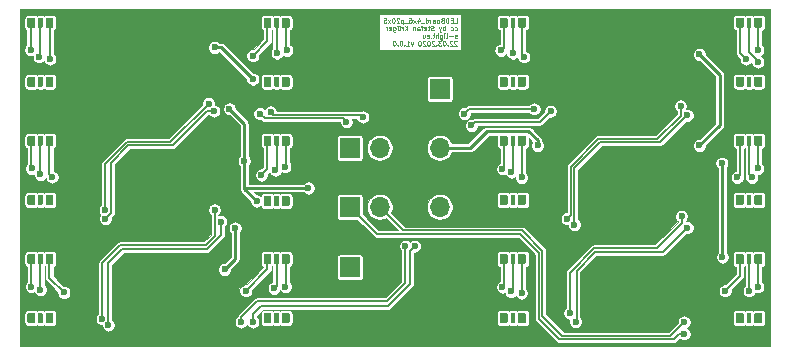
<source format=gbr>
G04 #@! TF.GenerationSoftware,KiCad,Pcbnew,5.99.0-unknown-103b0c1~100~ubuntu19.10.1*
G04 #@! TF.CreationDate,2020-03-22T12:14:23+01:00*
G04 #@! TF.ProjectId,LEDBoard_4x6_p20x5,4c454442-6f61-4726-945f-3478365f7032,v1.0.0*
G04 #@! TF.SameCoordinates,Original*
G04 #@! TF.FileFunction,Copper,L2,Bot*
G04 #@! TF.FilePolarity,Positive*
%FSLAX46Y46*%
G04 Gerber Fmt 4.6, Leading zero omitted, Abs format (unit mm)*
G04 Created by KiCad (PCBNEW 5.99.0-unknown-103b0c1~100~ubuntu19.10.1) date 2020-03-22 12:14:23*
%MOMM*%
%LPD*%
G01*
G04 APERTURE LIST*
G04 #@! TA.AperFunction,NonConductor*
%ADD10C,0.100000*%
G04 #@! TD*
G04 #@! TA.AperFunction,ViaPad*
%ADD11C,0.450000*%
G04 #@! TD*
G04 #@! TA.AperFunction,Conductor*
%ADD12R,3.200000X5.800000*%
G04 #@! TD*
G04 #@! TA.AperFunction,ViaPad*
%ADD13C,0.600000*%
G04 #@! TD*
G04 #@! TA.AperFunction,ComponentPad*
%ADD14O,1.700000X1.700000*%
G04 #@! TD*
G04 #@! TA.AperFunction,ComponentPad*
%ADD15R,1.700000X1.700000*%
G04 #@! TD*
G04 #@! TA.AperFunction,ComponentPad*
%ADD16C,5.700000*%
G04 #@! TD*
G04 #@! TA.AperFunction,Conductor*
%ADD17C,0.250000*%
G04 #@! TD*
G04 #@! TA.AperFunction,Conductor*
%ADD18C,0.200000*%
G04 #@! TD*
G04 #@! TA.AperFunction,Conductor*
%ADD19C,0.150000*%
G04 #@! TD*
G04 #@! TA.AperFunction,Conductor*
%ADD20C,0.100000*%
G04 #@! TD*
G04 APERTURE END LIST*
D10*
X105049285Y-86914952D02*
X105239761Y-86914952D01*
X105239761Y-86514952D01*
X104915952Y-86705428D02*
X104782619Y-86705428D01*
X104725476Y-86914952D02*
X104915952Y-86914952D01*
X104915952Y-86514952D01*
X104725476Y-86514952D01*
X104554047Y-86914952D02*
X104554047Y-86514952D01*
X104458809Y-86514952D01*
X104401666Y-86534000D01*
X104363571Y-86572095D01*
X104344523Y-86610190D01*
X104325476Y-86686380D01*
X104325476Y-86743523D01*
X104344523Y-86819714D01*
X104363571Y-86857809D01*
X104401666Y-86895904D01*
X104458809Y-86914952D01*
X104554047Y-86914952D01*
X104020714Y-86705428D02*
X103963571Y-86724476D01*
X103944523Y-86743523D01*
X103925476Y-86781619D01*
X103925476Y-86838761D01*
X103944523Y-86876857D01*
X103963571Y-86895904D01*
X104001666Y-86914952D01*
X104154047Y-86914952D01*
X104154047Y-86514952D01*
X104020714Y-86514952D01*
X103982619Y-86534000D01*
X103963571Y-86553047D01*
X103944523Y-86591142D01*
X103944523Y-86629238D01*
X103963571Y-86667333D01*
X103982619Y-86686380D01*
X104020714Y-86705428D01*
X104154047Y-86705428D01*
X103696904Y-86914952D02*
X103735000Y-86895904D01*
X103754047Y-86876857D01*
X103773095Y-86838761D01*
X103773095Y-86724476D01*
X103754047Y-86686380D01*
X103735000Y-86667333D01*
X103696904Y-86648285D01*
X103639761Y-86648285D01*
X103601666Y-86667333D01*
X103582619Y-86686380D01*
X103563571Y-86724476D01*
X103563571Y-86838761D01*
X103582619Y-86876857D01*
X103601666Y-86895904D01*
X103639761Y-86914952D01*
X103696904Y-86914952D01*
X103220714Y-86914952D02*
X103220714Y-86705428D01*
X103239761Y-86667333D01*
X103277857Y-86648285D01*
X103354047Y-86648285D01*
X103392142Y-86667333D01*
X103220714Y-86895904D02*
X103258809Y-86914952D01*
X103354047Y-86914952D01*
X103392142Y-86895904D01*
X103411190Y-86857809D01*
X103411190Y-86819714D01*
X103392142Y-86781619D01*
X103354047Y-86762571D01*
X103258809Y-86762571D01*
X103220714Y-86743523D01*
X103030238Y-86914952D02*
X103030238Y-86648285D01*
X103030238Y-86724476D02*
X103011190Y-86686380D01*
X102992142Y-86667333D01*
X102954047Y-86648285D01*
X102915952Y-86648285D01*
X102611190Y-86914952D02*
X102611190Y-86514952D01*
X102611190Y-86895904D02*
X102649285Y-86914952D01*
X102725476Y-86914952D01*
X102763571Y-86895904D01*
X102782619Y-86876857D01*
X102801666Y-86838761D01*
X102801666Y-86724476D01*
X102782619Y-86686380D01*
X102763571Y-86667333D01*
X102725476Y-86648285D01*
X102649285Y-86648285D01*
X102611190Y-86667333D01*
X102515952Y-86953047D02*
X102211190Y-86953047D01*
X101944523Y-86648285D02*
X101944523Y-86914952D01*
X102039761Y-86495904D02*
X102135000Y-86781619D01*
X101887380Y-86781619D01*
X101773095Y-86914952D02*
X101563571Y-86648285D01*
X101773095Y-86648285D02*
X101563571Y-86914952D01*
X101239761Y-86514952D02*
X101315952Y-86514952D01*
X101354047Y-86534000D01*
X101373095Y-86553047D01*
X101411190Y-86610190D01*
X101430238Y-86686380D01*
X101430238Y-86838761D01*
X101411190Y-86876857D01*
X101392142Y-86895904D01*
X101354047Y-86914952D01*
X101277857Y-86914952D01*
X101239761Y-86895904D01*
X101220714Y-86876857D01*
X101201666Y-86838761D01*
X101201666Y-86743523D01*
X101220714Y-86705428D01*
X101239761Y-86686380D01*
X101277857Y-86667333D01*
X101354047Y-86667333D01*
X101392142Y-86686380D01*
X101411190Y-86705428D01*
X101430238Y-86743523D01*
X101125476Y-86953047D02*
X100820714Y-86953047D01*
X100725476Y-86648285D02*
X100725476Y-87048285D01*
X100725476Y-86667333D02*
X100687380Y-86648285D01*
X100611190Y-86648285D01*
X100573095Y-86667333D01*
X100554047Y-86686380D01*
X100535000Y-86724476D01*
X100535000Y-86838761D01*
X100554047Y-86876857D01*
X100573095Y-86895904D01*
X100611190Y-86914952D01*
X100687380Y-86914952D01*
X100725476Y-86895904D01*
X100382619Y-86553047D02*
X100363571Y-86534000D01*
X100325476Y-86514952D01*
X100230238Y-86514952D01*
X100192142Y-86534000D01*
X100173095Y-86553047D01*
X100154047Y-86591142D01*
X100154047Y-86629238D01*
X100173095Y-86686380D01*
X100401666Y-86914952D01*
X100154047Y-86914952D01*
X99906428Y-86514952D02*
X99868333Y-86514952D01*
X99830238Y-86534000D01*
X99811190Y-86553047D01*
X99792142Y-86591142D01*
X99773095Y-86667333D01*
X99773095Y-86762571D01*
X99792142Y-86838761D01*
X99811190Y-86876857D01*
X99830238Y-86895904D01*
X99868333Y-86914952D01*
X99906428Y-86914952D01*
X99944523Y-86895904D01*
X99963571Y-86876857D01*
X99982619Y-86838761D01*
X100001666Y-86762571D01*
X100001666Y-86667333D01*
X99982619Y-86591142D01*
X99963571Y-86553047D01*
X99944523Y-86534000D01*
X99906428Y-86514952D01*
X99639761Y-86914952D02*
X99430238Y-86648285D01*
X99639761Y-86648285D02*
X99430238Y-86914952D01*
X99087380Y-86514952D02*
X99277857Y-86514952D01*
X99296904Y-86705428D01*
X99277857Y-86686380D01*
X99239761Y-86667333D01*
X99144523Y-86667333D01*
X99106428Y-86686380D01*
X99087380Y-86705428D01*
X99068333Y-86743523D01*
X99068333Y-86838761D01*
X99087380Y-86876857D01*
X99106428Y-86895904D01*
X99144523Y-86914952D01*
X99239761Y-86914952D01*
X99277857Y-86895904D01*
X99296904Y-86876857D01*
X105068333Y-87539904D02*
X105106428Y-87558952D01*
X105182619Y-87558952D01*
X105220714Y-87539904D01*
X105239761Y-87520857D01*
X105258809Y-87482761D01*
X105258809Y-87368476D01*
X105239761Y-87330380D01*
X105220714Y-87311333D01*
X105182619Y-87292285D01*
X105106428Y-87292285D01*
X105068333Y-87311333D01*
X104725476Y-87539904D02*
X104763571Y-87558952D01*
X104839761Y-87558952D01*
X104877857Y-87539904D01*
X104896904Y-87520857D01*
X104915952Y-87482761D01*
X104915952Y-87368476D01*
X104896904Y-87330380D01*
X104877857Y-87311333D01*
X104839761Y-87292285D01*
X104763571Y-87292285D01*
X104725476Y-87311333D01*
X104249285Y-87558952D02*
X104249285Y-87158952D01*
X104249285Y-87311333D02*
X104211190Y-87292285D01*
X104135000Y-87292285D01*
X104096904Y-87311333D01*
X104077857Y-87330380D01*
X104058809Y-87368476D01*
X104058809Y-87482761D01*
X104077857Y-87520857D01*
X104096904Y-87539904D01*
X104135000Y-87558952D01*
X104211190Y-87558952D01*
X104249285Y-87539904D01*
X103925476Y-87292285D02*
X103830238Y-87558952D01*
X103735000Y-87292285D02*
X103830238Y-87558952D01*
X103868333Y-87654190D01*
X103887380Y-87673238D01*
X103925476Y-87692285D01*
X103296904Y-87539904D02*
X103239761Y-87558952D01*
X103144523Y-87558952D01*
X103106428Y-87539904D01*
X103087380Y-87520857D01*
X103068333Y-87482761D01*
X103068333Y-87444666D01*
X103087380Y-87406571D01*
X103106428Y-87387523D01*
X103144523Y-87368476D01*
X103220714Y-87349428D01*
X103258809Y-87330380D01*
X103277857Y-87311333D01*
X103296904Y-87273238D01*
X103296904Y-87235142D01*
X103277857Y-87197047D01*
X103258809Y-87178000D01*
X103220714Y-87158952D01*
X103125476Y-87158952D01*
X103068333Y-87178000D01*
X102954047Y-87292285D02*
X102801666Y-87292285D01*
X102896904Y-87158952D02*
X102896904Y-87501809D01*
X102877857Y-87539904D01*
X102839761Y-87558952D01*
X102801666Y-87558952D01*
X102515952Y-87539904D02*
X102554047Y-87558952D01*
X102630238Y-87558952D01*
X102668333Y-87539904D01*
X102687380Y-87501809D01*
X102687380Y-87349428D01*
X102668333Y-87311333D01*
X102630238Y-87292285D01*
X102554047Y-87292285D01*
X102515952Y-87311333D01*
X102496904Y-87349428D01*
X102496904Y-87387523D01*
X102687380Y-87425619D01*
X102382619Y-87292285D02*
X102230238Y-87292285D01*
X102325476Y-87558952D02*
X102325476Y-87216095D01*
X102306428Y-87178000D01*
X102268333Y-87158952D01*
X102230238Y-87158952D01*
X101925476Y-87558952D02*
X101925476Y-87349428D01*
X101944523Y-87311333D01*
X101982619Y-87292285D01*
X102058809Y-87292285D01*
X102096904Y-87311333D01*
X101925476Y-87539904D02*
X101963571Y-87558952D01*
X102058809Y-87558952D01*
X102096904Y-87539904D01*
X102115952Y-87501809D01*
X102115952Y-87463714D01*
X102096904Y-87425619D01*
X102058809Y-87406571D01*
X101963571Y-87406571D01*
X101925476Y-87387523D01*
X101735000Y-87292285D02*
X101735000Y-87558952D01*
X101735000Y-87330380D02*
X101715952Y-87311333D01*
X101677857Y-87292285D01*
X101620714Y-87292285D01*
X101582619Y-87311333D01*
X101563571Y-87349428D01*
X101563571Y-87558952D01*
X101068333Y-87558952D02*
X101068333Y-87158952D01*
X100839761Y-87558952D02*
X101011190Y-87330380D01*
X100839761Y-87158952D02*
X101068333Y-87387523D01*
X100668333Y-87558952D02*
X100668333Y-87292285D01*
X100668333Y-87368476D02*
X100649285Y-87330380D01*
X100630238Y-87311333D01*
X100592142Y-87292285D01*
X100554047Y-87292285D01*
X100249285Y-87292285D02*
X100249285Y-87558952D01*
X100420714Y-87292285D02*
X100420714Y-87501809D01*
X100401666Y-87539904D01*
X100363571Y-87558952D01*
X100306428Y-87558952D01*
X100268333Y-87539904D01*
X100249285Y-87520857D01*
X100401666Y-87158952D02*
X100382619Y-87178000D01*
X100401666Y-87197047D01*
X100420714Y-87178000D01*
X100401666Y-87158952D01*
X100401666Y-87197047D01*
X100249285Y-87158952D02*
X100230238Y-87178000D01*
X100249285Y-87197047D01*
X100268333Y-87178000D01*
X100249285Y-87158952D01*
X100249285Y-87197047D01*
X99887380Y-87292285D02*
X99887380Y-87616095D01*
X99906428Y-87654190D01*
X99925476Y-87673238D01*
X99963571Y-87692285D01*
X100020714Y-87692285D01*
X100058809Y-87673238D01*
X99887380Y-87539904D02*
X99925476Y-87558952D01*
X100001666Y-87558952D01*
X100039761Y-87539904D01*
X100058809Y-87520857D01*
X100077857Y-87482761D01*
X100077857Y-87368476D01*
X100058809Y-87330380D01*
X100039761Y-87311333D01*
X100001666Y-87292285D01*
X99925476Y-87292285D01*
X99887380Y-87311333D01*
X99544523Y-87539904D02*
X99582619Y-87558952D01*
X99658809Y-87558952D01*
X99696904Y-87539904D01*
X99715952Y-87501809D01*
X99715952Y-87349428D01*
X99696904Y-87311333D01*
X99658809Y-87292285D01*
X99582619Y-87292285D01*
X99544523Y-87311333D01*
X99525476Y-87349428D01*
X99525476Y-87387523D01*
X99715952Y-87425619D01*
X99354047Y-87558952D02*
X99354047Y-87292285D01*
X99354047Y-87368476D02*
X99335000Y-87330380D01*
X99315952Y-87311333D01*
X99277857Y-87292285D01*
X99239761Y-87292285D01*
X105258809Y-88183904D02*
X105220714Y-88202952D01*
X105144523Y-88202952D01*
X105106428Y-88183904D01*
X105087380Y-88145809D01*
X105087380Y-88126761D01*
X105106428Y-88088666D01*
X105144523Y-88069619D01*
X105201666Y-88069619D01*
X105239761Y-88050571D01*
X105258809Y-88012476D01*
X105258809Y-87993428D01*
X105239761Y-87955333D01*
X105201666Y-87936285D01*
X105144523Y-87936285D01*
X105106428Y-87955333D01*
X104915952Y-88050571D02*
X104611190Y-88050571D01*
X104363571Y-88202952D02*
X104401666Y-88183904D01*
X104420714Y-88145809D01*
X104420714Y-87802952D01*
X104211190Y-88202952D02*
X104211190Y-87936285D01*
X104211190Y-87802952D02*
X104230238Y-87822000D01*
X104211190Y-87841047D01*
X104192142Y-87822000D01*
X104211190Y-87802952D01*
X104211190Y-87841047D01*
X103849285Y-87936285D02*
X103849285Y-88260095D01*
X103868333Y-88298190D01*
X103887380Y-88317238D01*
X103925476Y-88336285D01*
X103982619Y-88336285D01*
X104020714Y-88317238D01*
X103849285Y-88183904D02*
X103887380Y-88202952D01*
X103963571Y-88202952D01*
X104001666Y-88183904D01*
X104020714Y-88164857D01*
X104039761Y-88126761D01*
X104039761Y-88012476D01*
X104020714Y-87974380D01*
X104001666Y-87955333D01*
X103963571Y-87936285D01*
X103887380Y-87936285D01*
X103849285Y-87955333D01*
X103658809Y-88202952D02*
X103658809Y-87802952D01*
X103487380Y-88202952D02*
X103487380Y-87993428D01*
X103506428Y-87955333D01*
X103544523Y-87936285D01*
X103601666Y-87936285D01*
X103639761Y-87955333D01*
X103658809Y-87974380D01*
X103354047Y-87936285D02*
X103201666Y-87936285D01*
X103296904Y-87802952D02*
X103296904Y-88145809D01*
X103277857Y-88183904D01*
X103239761Y-88202952D01*
X103201666Y-88202952D01*
X103068333Y-88164857D02*
X103049285Y-88183904D01*
X103068333Y-88202952D01*
X103087380Y-88183904D01*
X103068333Y-88164857D01*
X103068333Y-88202952D01*
X102725476Y-88183904D02*
X102763571Y-88202952D01*
X102839761Y-88202952D01*
X102877857Y-88183904D01*
X102896904Y-88145809D01*
X102896904Y-87993428D01*
X102877857Y-87955333D01*
X102839761Y-87936285D01*
X102763571Y-87936285D01*
X102725476Y-87955333D01*
X102706428Y-87993428D01*
X102706428Y-88031523D01*
X102896904Y-88069619D01*
X102363571Y-87936285D02*
X102363571Y-88202952D01*
X102535000Y-87936285D02*
X102535000Y-88145809D01*
X102515952Y-88183904D01*
X102477857Y-88202952D01*
X102420714Y-88202952D01*
X102382619Y-88183904D01*
X102363571Y-88164857D01*
X105258809Y-88485047D02*
X105239761Y-88466000D01*
X105201666Y-88446952D01*
X105106428Y-88446952D01*
X105068333Y-88466000D01*
X105049285Y-88485047D01*
X105030238Y-88523142D01*
X105030238Y-88561238D01*
X105049285Y-88618380D01*
X105277857Y-88846952D01*
X105030238Y-88846952D01*
X104877857Y-88485047D02*
X104858809Y-88466000D01*
X104820714Y-88446952D01*
X104725476Y-88446952D01*
X104687380Y-88466000D01*
X104668333Y-88485047D01*
X104649285Y-88523142D01*
X104649285Y-88561238D01*
X104668333Y-88618380D01*
X104896904Y-88846952D01*
X104649285Y-88846952D01*
X104477857Y-88808857D02*
X104458809Y-88827904D01*
X104477857Y-88846952D01*
X104496904Y-88827904D01*
X104477857Y-88808857D01*
X104477857Y-88846952D01*
X104211190Y-88446952D02*
X104173095Y-88446952D01*
X104135000Y-88466000D01*
X104115952Y-88485047D01*
X104096904Y-88523142D01*
X104077857Y-88599333D01*
X104077857Y-88694571D01*
X104096904Y-88770761D01*
X104115952Y-88808857D01*
X104135000Y-88827904D01*
X104173095Y-88846952D01*
X104211190Y-88846952D01*
X104249285Y-88827904D01*
X104268333Y-88808857D01*
X104287380Y-88770761D01*
X104306428Y-88694571D01*
X104306428Y-88599333D01*
X104287380Y-88523142D01*
X104268333Y-88485047D01*
X104249285Y-88466000D01*
X104211190Y-88446952D01*
X103944523Y-88446952D02*
X103696904Y-88446952D01*
X103830238Y-88599333D01*
X103773095Y-88599333D01*
X103735000Y-88618380D01*
X103715952Y-88637428D01*
X103696904Y-88675523D01*
X103696904Y-88770761D01*
X103715952Y-88808857D01*
X103735000Y-88827904D01*
X103773095Y-88846952D01*
X103887380Y-88846952D01*
X103925476Y-88827904D01*
X103944523Y-88808857D01*
X103525476Y-88808857D02*
X103506428Y-88827904D01*
X103525476Y-88846952D01*
X103544523Y-88827904D01*
X103525476Y-88808857D01*
X103525476Y-88846952D01*
X103354047Y-88485047D02*
X103335000Y-88466000D01*
X103296904Y-88446952D01*
X103201666Y-88446952D01*
X103163571Y-88466000D01*
X103144523Y-88485047D01*
X103125476Y-88523142D01*
X103125476Y-88561238D01*
X103144523Y-88618380D01*
X103373095Y-88846952D01*
X103125476Y-88846952D01*
X102877857Y-88446952D02*
X102839761Y-88446952D01*
X102801666Y-88466000D01*
X102782619Y-88485047D01*
X102763571Y-88523142D01*
X102744523Y-88599333D01*
X102744523Y-88694571D01*
X102763571Y-88770761D01*
X102782619Y-88808857D01*
X102801666Y-88827904D01*
X102839761Y-88846952D01*
X102877857Y-88846952D01*
X102915952Y-88827904D01*
X102935000Y-88808857D01*
X102954047Y-88770761D01*
X102973095Y-88694571D01*
X102973095Y-88599333D01*
X102954047Y-88523142D01*
X102935000Y-88485047D01*
X102915952Y-88466000D01*
X102877857Y-88446952D01*
X102592142Y-88485047D02*
X102573095Y-88466000D01*
X102535000Y-88446952D01*
X102439761Y-88446952D01*
X102401666Y-88466000D01*
X102382619Y-88485047D01*
X102363571Y-88523142D01*
X102363571Y-88561238D01*
X102382619Y-88618380D01*
X102611190Y-88846952D01*
X102363571Y-88846952D01*
X102115952Y-88446952D02*
X102077857Y-88446952D01*
X102039761Y-88466000D01*
X102020714Y-88485047D01*
X102001666Y-88523142D01*
X101982619Y-88599333D01*
X101982619Y-88694571D01*
X102001666Y-88770761D01*
X102020714Y-88808857D01*
X102039761Y-88827904D01*
X102077857Y-88846952D01*
X102115952Y-88846952D01*
X102154047Y-88827904D01*
X102173095Y-88808857D01*
X102192142Y-88770761D01*
X102211190Y-88694571D01*
X102211190Y-88599333D01*
X102192142Y-88523142D01*
X102173095Y-88485047D01*
X102154047Y-88466000D01*
X102115952Y-88446952D01*
X101544523Y-88580285D02*
X101449285Y-88846952D01*
X101354047Y-88580285D01*
X100992142Y-88846952D02*
X101220714Y-88846952D01*
X101106428Y-88846952D02*
X101106428Y-88446952D01*
X101144523Y-88504095D01*
X101182619Y-88542190D01*
X101220714Y-88561238D01*
X100820714Y-88808857D02*
X100801666Y-88827904D01*
X100820714Y-88846952D01*
X100839761Y-88827904D01*
X100820714Y-88808857D01*
X100820714Y-88846952D01*
X100554047Y-88446952D02*
X100515952Y-88446952D01*
X100477857Y-88466000D01*
X100458809Y-88485047D01*
X100439761Y-88523142D01*
X100420714Y-88599333D01*
X100420714Y-88694571D01*
X100439761Y-88770761D01*
X100458809Y-88808857D01*
X100477857Y-88827904D01*
X100515952Y-88846952D01*
X100554047Y-88846952D01*
X100592142Y-88827904D01*
X100611190Y-88808857D01*
X100630238Y-88770761D01*
X100649285Y-88694571D01*
X100649285Y-88599333D01*
X100630238Y-88523142D01*
X100611190Y-88485047D01*
X100592142Y-88466000D01*
X100554047Y-88446952D01*
X100249285Y-88808857D02*
X100230238Y-88827904D01*
X100249285Y-88846952D01*
X100268333Y-88827904D01*
X100249285Y-88808857D01*
X100249285Y-88846952D01*
X99982619Y-88446952D02*
X99944523Y-88446952D01*
X99906428Y-88466000D01*
X99887380Y-88485047D01*
X99868333Y-88523142D01*
X99849285Y-88599333D01*
X99849285Y-88694571D01*
X99868333Y-88770761D01*
X99887380Y-88808857D01*
X99906428Y-88827904D01*
X99944523Y-88846952D01*
X99982619Y-88846952D01*
X100020714Y-88827904D01*
X100039761Y-88808857D01*
X100058809Y-88770761D01*
X100077857Y-88694571D01*
X100077857Y-88599333D01*
X100058809Y-88523142D01*
X100039761Y-88485047D01*
X100020714Y-88466000D01*
X99982619Y-88446952D01*
D11*
X89230000Y-91915000D03*
X90770000Y-91915000D03*
X90000000Y-91915000D03*
G04 #@! TA.AperFunction,Conductor*
G36*
G01*
X90435000Y-92263000D02*
X90435000Y-91567000D01*
G75*
G02*
X90502000Y-91500000I67000J0D01*
G01*
X91038000Y-91500000D01*
G75*
G02*
X91105000Y-91567000I0J-67000D01*
G01*
X91105000Y-92263000D01*
G75*
G02*
X91038000Y-92330000I-67000J0D01*
G01*
X90502000Y-92330000D01*
G75*
G02*
X90435000Y-92263000I0J67000D01*
G01*
G37*
G04 #@! TD.AperFunction*
G04 #@! TA.AperFunction,Conductor*
G36*
G01*
X88895000Y-92263000D02*
X88895000Y-91567000D01*
G75*
G02*
X88962000Y-91500000I67000J0D01*
G01*
X89498000Y-91500000D01*
G75*
G02*
X89565000Y-91567000I0J-67000D01*
G01*
X89565000Y-92263000D01*
G75*
G02*
X89498000Y-92330000I-67000J0D01*
G01*
X88962000Y-92330000D01*
G75*
G02*
X88895000Y-92263000I0J67000D01*
G01*
G37*
G04 #@! TD.AperFunction*
G04 #@! TA.AperFunction,Conductor*
G36*
G01*
X89815000Y-92293000D02*
X89815000Y-91537000D01*
G75*
G02*
X89852000Y-91500000I37000J0D01*
G01*
X90148000Y-91500000D01*
G75*
G02*
X90185000Y-91537000I0J-37000D01*
G01*
X90185000Y-92293000D01*
G75*
G02*
X90148000Y-92330000I-37000J0D01*
G01*
X89852000Y-92330000D01*
G75*
G02*
X89815000Y-92293000I0J37000D01*
G01*
G37*
G04 #@! TD.AperFunction*
X129230000Y-111915000D03*
X130770000Y-111915000D03*
X130000000Y-111915000D03*
G04 #@! TA.AperFunction,Conductor*
G36*
G01*
X130435000Y-112263000D02*
X130435000Y-111567000D01*
G75*
G02*
X130502000Y-111500000I67000J0D01*
G01*
X131038000Y-111500000D01*
G75*
G02*
X131105000Y-111567000I0J-67000D01*
G01*
X131105000Y-112263000D01*
G75*
G02*
X131038000Y-112330000I-67000J0D01*
G01*
X130502000Y-112330000D01*
G75*
G02*
X130435000Y-112263000I0J67000D01*
G01*
G37*
G04 #@! TD.AperFunction*
G04 #@! TA.AperFunction,Conductor*
G36*
G01*
X128895000Y-112263000D02*
X128895000Y-111567000D01*
G75*
G02*
X128962000Y-111500000I67000J0D01*
G01*
X129498000Y-111500000D01*
G75*
G02*
X129565000Y-111567000I0J-67000D01*
G01*
X129565000Y-112263000D01*
G75*
G02*
X129498000Y-112330000I-67000J0D01*
G01*
X128962000Y-112330000D01*
G75*
G02*
X128895000Y-112263000I0J67000D01*
G01*
G37*
G04 #@! TD.AperFunction*
G04 #@! TA.AperFunction,Conductor*
G36*
G01*
X129815000Y-112293000D02*
X129815000Y-111537000D01*
G75*
G02*
X129852000Y-111500000I37000J0D01*
G01*
X130148000Y-111500000D01*
G75*
G02*
X130185000Y-111537000I0J-37000D01*
G01*
X130185000Y-112293000D01*
G75*
G02*
X130148000Y-112330000I-37000J0D01*
G01*
X129852000Y-112330000D01*
G75*
G02*
X129815000Y-112293000I0J37000D01*
G01*
G37*
G04 #@! TD.AperFunction*
X129230000Y-106915000D03*
X130770000Y-106915000D03*
X130000000Y-106915000D03*
G04 #@! TA.AperFunction,Conductor*
G36*
G01*
X130435000Y-107263000D02*
X130435000Y-106567000D01*
G75*
G02*
X130502000Y-106500000I67000J0D01*
G01*
X131038000Y-106500000D01*
G75*
G02*
X131105000Y-106567000I0J-67000D01*
G01*
X131105000Y-107263000D01*
G75*
G02*
X131038000Y-107330000I-67000J0D01*
G01*
X130502000Y-107330000D01*
G75*
G02*
X130435000Y-107263000I0J67000D01*
G01*
G37*
G04 #@! TD.AperFunction*
G04 #@! TA.AperFunction,Conductor*
G36*
G01*
X128895000Y-107263000D02*
X128895000Y-106567000D01*
G75*
G02*
X128962000Y-106500000I67000J0D01*
G01*
X129498000Y-106500000D01*
G75*
G02*
X129565000Y-106567000I0J-67000D01*
G01*
X129565000Y-107263000D01*
G75*
G02*
X129498000Y-107330000I-67000J0D01*
G01*
X128962000Y-107330000D01*
G75*
G02*
X128895000Y-107263000I0J67000D01*
G01*
G37*
G04 #@! TD.AperFunction*
G04 #@! TA.AperFunction,Conductor*
G36*
G01*
X129815000Y-107293000D02*
X129815000Y-106537000D01*
G75*
G02*
X129852000Y-106500000I37000J0D01*
G01*
X130148000Y-106500000D01*
G75*
G02*
X130185000Y-106537000I0J-37000D01*
G01*
X130185000Y-107293000D01*
G75*
G02*
X130148000Y-107330000I-37000J0D01*
G01*
X129852000Y-107330000D01*
G75*
G02*
X129815000Y-107293000I0J37000D01*
G01*
G37*
G04 #@! TD.AperFunction*
X129230000Y-101915000D03*
X130770000Y-101915000D03*
X130000000Y-101915000D03*
G04 #@! TA.AperFunction,Conductor*
G36*
G01*
X130435000Y-102263000D02*
X130435000Y-101567000D01*
G75*
G02*
X130502000Y-101500000I67000J0D01*
G01*
X131038000Y-101500000D01*
G75*
G02*
X131105000Y-101567000I0J-67000D01*
G01*
X131105000Y-102263000D01*
G75*
G02*
X131038000Y-102330000I-67000J0D01*
G01*
X130502000Y-102330000D01*
G75*
G02*
X130435000Y-102263000I0J67000D01*
G01*
G37*
G04 #@! TD.AperFunction*
G04 #@! TA.AperFunction,Conductor*
G36*
G01*
X128895000Y-102263000D02*
X128895000Y-101567000D01*
G75*
G02*
X128962000Y-101500000I67000J0D01*
G01*
X129498000Y-101500000D01*
G75*
G02*
X129565000Y-101567000I0J-67000D01*
G01*
X129565000Y-102263000D01*
G75*
G02*
X129498000Y-102330000I-67000J0D01*
G01*
X128962000Y-102330000D01*
G75*
G02*
X128895000Y-102263000I0J67000D01*
G01*
G37*
G04 #@! TD.AperFunction*
G04 #@! TA.AperFunction,Conductor*
G36*
G01*
X129815000Y-102293000D02*
X129815000Y-101537000D01*
G75*
G02*
X129852000Y-101500000I37000J0D01*
G01*
X130148000Y-101500000D01*
G75*
G02*
X130185000Y-101537000I0J-37000D01*
G01*
X130185000Y-102293000D01*
G75*
G02*
X130148000Y-102330000I-37000J0D01*
G01*
X129852000Y-102330000D01*
G75*
G02*
X129815000Y-102293000I0J37000D01*
G01*
G37*
G04 #@! TD.AperFunction*
X129230000Y-96915000D03*
X130770000Y-96915000D03*
X130000000Y-96915000D03*
G04 #@! TA.AperFunction,Conductor*
G36*
G01*
X130435000Y-97263000D02*
X130435000Y-96567000D01*
G75*
G02*
X130502000Y-96500000I67000J0D01*
G01*
X131038000Y-96500000D01*
G75*
G02*
X131105000Y-96567000I0J-67000D01*
G01*
X131105000Y-97263000D01*
G75*
G02*
X131038000Y-97330000I-67000J0D01*
G01*
X130502000Y-97330000D01*
G75*
G02*
X130435000Y-97263000I0J67000D01*
G01*
G37*
G04 #@! TD.AperFunction*
G04 #@! TA.AperFunction,Conductor*
G36*
G01*
X128895000Y-97263000D02*
X128895000Y-96567000D01*
G75*
G02*
X128962000Y-96500000I67000J0D01*
G01*
X129498000Y-96500000D01*
G75*
G02*
X129565000Y-96567000I0J-67000D01*
G01*
X129565000Y-97263000D01*
G75*
G02*
X129498000Y-97330000I-67000J0D01*
G01*
X128962000Y-97330000D01*
G75*
G02*
X128895000Y-97263000I0J67000D01*
G01*
G37*
G04 #@! TD.AperFunction*
G04 #@! TA.AperFunction,Conductor*
G36*
G01*
X129815000Y-97293000D02*
X129815000Y-96537000D01*
G75*
G02*
X129852000Y-96500000I37000J0D01*
G01*
X130148000Y-96500000D01*
G75*
G02*
X130185000Y-96537000I0J-37000D01*
G01*
X130185000Y-97293000D01*
G75*
G02*
X130148000Y-97330000I-37000J0D01*
G01*
X129852000Y-97330000D01*
G75*
G02*
X129815000Y-97293000I0J37000D01*
G01*
G37*
G04 #@! TD.AperFunction*
X129230000Y-91915000D03*
X130770000Y-91915000D03*
X130000000Y-91915000D03*
G04 #@! TA.AperFunction,Conductor*
G36*
G01*
X130435000Y-92263000D02*
X130435000Y-91567000D01*
G75*
G02*
X130502000Y-91500000I67000J0D01*
G01*
X131038000Y-91500000D01*
G75*
G02*
X131105000Y-91567000I0J-67000D01*
G01*
X131105000Y-92263000D01*
G75*
G02*
X131038000Y-92330000I-67000J0D01*
G01*
X130502000Y-92330000D01*
G75*
G02*
X130435000Y-92263000I0J67000D01*
G01*
G37*
G04 #@! TD.AperFunction*
G04 #@! TA.AperFunction,Conductor*
G36*
G01*
X128895000Y-92263000D02*
X128895000Y-91567000D01*
G75*
G02*
X128962000Y-91500000I67000J0D01*
G01*
X129498000Y-91500000D01*
G75*
G02*
X129565000Y-91567000I0J-67000D01*
G01*
X129565000Y-92263000D01*
G75*
G02*
X129498000Y-92330000I-67000J0D01*
G01*
X128962000Y-92330000D01*
G75*
G02*
X128895000Y-92263000I0J67000D01*
G01*
G37*
G04 #@! TD.AperFunction*
G04 #@! TA.AperFunction,Conductor*
G36*
G01*
X129815000Y-92293000D02*
X129815000Y-91537000D01*
G75*
G02*
X129852000Y-91500000I37000J0D01*
G01*
X130148000Y-91500000D01*
G75*
G02*
X130185000Y-91537000I0J-37000D01*
G01*
X130185000Y-92293000D01*
G75*
G02*
X130148000Y-92330000I-37000J0D01*
G01*
X129852000Y-92330000D01*
G75*
G02*
X129815000Y-92293000I0J37000D01*
G01*
G37*
G04 #@! TD.AperFunction*
X129230000Y-86915000D03*
X130770000Y-86915000D03*
X130000000Y-86915000D03*
G04 #@! TA.AperFunction,Conductor*
G36*
G01*
X130435000Y-87263000D02*
X130435000Y-86567000D01*
G75*
G02*
X130502000Y-86500000I67000J0D01*
G01*
X131038000Y-86500000D01*
G75*
G02*
X131105000Y-86567000I0J-67000D01*
G01*
X131105000Y-87263000D01*
G75*
G02*
X131038000Y-87330000I-67000J0D01*
G01*
X130502000Y-87330000D01*
G75*
G02*
X130435000Y-87263000I0J67000D01*
G01*
G37*
G04 #@! TD.AperFunction*
G04 #@! TA.AperFunction,Conductor*
G36*
G01*
X128895000Y-87263000D02*
X128895000Y-86567000D01*
G75*
G02*
X128962000Y-86500000I67000J0D01*
G01*
X129498000Y-86500000D01*
G75*
G02*
X129565000Y-86567000I0J-67000D01*
G01*
X129565000Y-87263000D01*
G75*
G02*
X129498000Y-87330000I-67000J0D01*
G01*
X128962000Y-87330000D01*
G75*
G02*
X128895000Y-87263000I0J67000D01*
G01*
G37*
G04 #@! TD.AperFunction*
G04 #@! TA.AperFunction,Conductor*
G36*
G01*
X129815000Y-87293000D02*
X129815000Y-86537000D01*
G75*
G02*
X129852000Y-86500000I37000J0D01*
G01*
X130148000Y-86500000D01*
G75*
G02*
X130185000Y-86537000I0J-37000D01*
G01*
X130185000Y-87293000D01*
G75*
G02*
X130148000Y-87330000I-37000J0D01*
G01*
X129852000Y-87330000D01*
G75*
G02*
X129815000Y-87293000I0J37000D01*
G01*
G37*
G04 #@! TD.AperFunction*
X109230000Y-111915000D03*
X110770000Y-111915000D03*
X110000000Y-111915000D03*
G04 #@! TA.AperFunction,Conductor*
G36*
G01*
X110435000Y-112263000D02*
X110435000Y-111567000D01*
G75*
G02*
X110502000Y-111500000I67000J0D01*
G01*
X111038000Y-111500000D01*
G75*
G02*
X111105000Y-111567000I0J-67000D01*
G01*
X111105000Y-112263000D01*
G75*
G02*
X111038000Y-112330000I-67000J0D01*
G01*
X110502000Y-112330000D01*
G75*
G02*
X110435000Y-112263000I0J67000D01*
G01*
G37*
G04 #@! TD.AperFunction*
G04 #@! TA.AperFunction,Conductor*
G36*
G01*
X108895000Y-112263000D02*
X108895000Y-111567000D01*
G75*
G02*
X108962000Y-111500000I67000J0D01*
G01*
X109498000Y-111500000D01*
G75*
G02*
X109565000Y-111567000I0J-67000D01*
G01*
X109565000Y-112263000D01*
G75*
G02*
X109498000Y-112330000I-67000J0D01*
G01*
X108962000Y-112330000D01*
G75*
G02*
X108895000Y-112263000I0J67000D01*
G01*
G37*
G04 #@! TD.AperFunction*
G04 #@! TA.AperFunction,Conductor*
G36*
G01*
X109815000Y-112293000D02*
X109815000Y-111537000D01*
G75*
G02*
X109852000Y-111500000I37000J0D01*
G01*
X110148000Y-111500000D01*
G75*
G02*
X110185000Y-111537000I0J-37000D01*
G01*
X110185000Y-112293000D01*
G75*
G02*
X110148000Y-112330000I-37000J0D01*
G01*
X109852000Y-112330000D01*
G75*
G02*
X109815000Y-112293000I0J37000D01*
G01*
G37*
G04 #@! TD.AperFunction*
X109230000Y-106915000D03*
X110770000Y-106915000D03*
X110000000Y-106915000D03*
G04 #@! TA.AperFunction,Conductor*
G36*
G01*
X110435000Y-107263000D02*
X110435000Y-106567000D01*
G75*
G02*
X110502000Y-106500000I67000J0D01*
G01*
X111038000Y-106500000D01*
G75*
G02*
X111105000Y-106567000I0J-67000D01*
G01*
X111105000Y-107263000D01*
G75*
G02*
X111038000Y-107330000I-67000J0D01*
G01*
X110502000Y-107330000D01*
G75*
G02*
X110435000Y-107263000I0J67000D01*
G01*
G37*
G04 #@! TD.AperFunction*
G04 #@! TA.AperFunction,Conductor*
G36*
G01*
X108895000Y-107263000D02*
X108895000Y-106567000D01*
G75*
G02*
X108962000Y-106500000I67000J0D01*
G01*
X109498000Y-106500000D01*
G75*
G02*
X109565000Y-106567000I0J-67000D01*
G01*
X109565000Y-107263000D01*
G75*
G02*
X109498000Y-107330000I-67000J0D01*
G01*
X108962000Y-107330000D01*
G75*
G02*
X108895000Y-107263000I0J67000D01*
G01*
G37*
G04 #@! TD.AperFunction*
G04 #@! TA.AperFunction,Conductor*
G36*
G01*
X109815000Y-107293000D02*
X109815000Y-106537000D01*
G75*
G02*
X109852000Y-106500000I37000J0D01*
G01*
X110148000Y-106500000D01*
G75*
G02*
X110185000Y-106537000I0J-37000D01*
G01*
X110185000Y-107293000D01*
G75*
G02*
X110148000Y-107330000I-37000J0D01*
G01*
X109852000Y-107330000D01*
G75*
G02*
X109815000Y-107293000I0J37000D01*
G01*
G37*
G04 #@! TD.AperFunction*
X109230000Y-101915000D03*
X110770000Y-101915000D03*
X110000000Y-101915000D03*
G04 #@! TA.AperFunction,Conductor*
G36*
G01*
X110435000Y-102263000D02*
X110435000Y-101567000D01*
G75*
G02*
X110502000Y-101500000I67000J0D01*
G01*
X111038000Y-101500000D01*
G75*
G02*
X111105000Y-101567000I0J-67000D01*
G01*
X111105000Y-102263000D01*
G75*
G02*
X111038000Y-102330000I-67000J0D01*
G01*
X110502000Y-102330000D01*
G75*
G02*
X110435000Y-102263000I0J67000D01*
G01*
G37*
G04 #@! TD.AperFunction*
G04 #@! TA.AperFunction,Conductor*
G36*
G01*
X108895000Y-102263000D02*
X108895000Y-101567000D01*
G75*
G02*
X108962000Y-101500000I67000J0D01*
G01*
X109498000Y-101500000D01*
G75*
G02*
X109565000Y-101567000I0J-67000D01*
G01*
X109565000Y-102263000D01*
G75*
G02*
X109498000Y-102330000I-67000J0D01*
G01*
X108962000Y-102330000D01*
G75*
G02*
X108895000Y-102263000I0J67000D01*
G01*
G37*
G04 #@! TD.AperFunction*
G04 #@! TA.AperFunction,Conductor*
G36*
G01*
X109815000Y-102293000D02*
X109815000Y-101537000D01*
G75*
G02*
X109852000Y-101500000I37000J0D01*
G01*
X110148000Y-101500000D01*
G75*
G02*
X110185000Y-101537000I0J-37000D01*
G01*
X110185000Y-102293000D01*
G75*
G02*
X110148000Y-102330000I-37000J0D01*
G01*
X109852000Y-102330000D01*
G75*
G02*
X109815000Y-102293000I0J37000D01*
G01*
G37*
G04 #@! TD.AperFunction*
X109230000Y-96915000D03*
X110770000Y-96915000D03*
X110000000Y-96915000D03*
G04 #@! TA.AperFunction,Conductor*
G36*
G01*
X110435000Y-97263000D02*
X110435000Y-96567000D01*
G75*
G02*
X110502000Y-96500000I67000J0D01*
G01*
X111038000Y-96500000D01*
G75*
G02*
X111105000Y-96567000I0J-67000D01*
G01*
X111105000Y-97263000D01*
G75*
G02*
X111038000Y-97330000I-67000J0D01*
G01*
X110502000Y-97330000D01*
G75*
G02*
X110435000Y-97263000I0J67000D01*
G01*
G37*
G04 #@! TD.AperFunction*
G04 #@! TA.AperFunction,Conductor*
G36*
G01*
X108895000Y-97263000D02*
X108895000Y-96567000D01*
G75*
G02*
X108962000Y-96500000I67000J0D01*
G01*
X109498000Y-96500000D01*
G75*
G02*
X109565000Y-96567000I0J-67000D01*
G01*
X109565000Y-97263000D01*
G75*
G02*
X109498000Y-97330000I-67000J0D01*
G01*
X108962000Y-97330000D01*
G75*
G02*
X108895000Y-97263000I0J67000D01*
G01*
G37*
G04 #@! TD.AperFunction*
G04 #@! TA.AperFunction,Conductor*
G36*
G01*
X109815000Y-97293000D02*
X109815000Y-96537000D01*
G75*
G02*
X109852000Y-96500000I37000J0D01*
G01*
X110148000Y-96500000D01*
G75*
G02*
X110185000Y-96537000I0J-37000D01*
G01*
X110185000Y-97293000D01*
G75*
G02*
X110148000Y-97330000I-37000J0D01*
G01*
X109852000Y-97330000D01*
G75*
G02*
X109815000Y-97293000I0J37000D01*
G01*
G37*
G04 #@! TD.AperFunction*
X109230000Y-91915000D03*
X110770000Y-91915000D03*
X110000000Y-91915000D03*
G04 #@! TA.AperFunction,Conductor*
G36*
G01*
X110435000Y-92263000D02*
X110435000Y-91567000D01*
G75*
G02*
X110502000Y-91500000I67000J0D01*
G01*
X111038000Y-91500000D01*
G75*
G02*
X111105000Y-91567000I0J-67000D01*
G01*
X111105000Y-92263000D01*
G75*
G02*
X111038000Y-92330000I-67000J0D01*
G01*
X110502000Y-92330000D01*
G75*
G02*
X110435000Y-92263000I0J67000D01*
G01*
G37*
G04 #@! TD.AperFunction*
G04 #@! TA.AperFunction,Conductor*
G36*
G01*
X108895000Y-92263000D02*
X108895000Y-91567000D01*
G75*
G02*
X108962000Y-91500000I67000J0D01*
G01*
X109498000Y-91500000D01*
G75*
G02*
X109565000Y-91567000I0J-67000D01*
G01*
X109565000Y-92263000D01*
G75*
G02*
X109498000Y-92330000I-67000J0D01*
G01*
X108962000Y-92330000D01*
G75*
G02*
X108895000Y-92263000I0J67000D01*
G01*
G37*
G04 #@! TD.AperFunction*
G04 #@! TA.AperFunction,Conductor*
G36*
G01*
X109815000Y-92293000D02*
X109815000Y-91537000D01*
G75*
G02*
X109852000Y-91500000I37000J0D01*
G01*
X110148000Y-91500000D01*
G75*
G02*
X110185000Y-91537000I0J-37000D01*
G01*
X110185000Y-92293000D01*
G75*
G02*
X110148000Y-92330000I-37000J0D01*
G01*
X109852000Y-92330000D01*
G75*
G02*
X109815000Y-92293000I0J37000D01*
G01*
G37*
G04 #@! TD.AperFunction*
X109230000Y-86915000D03*
X110770000Y-86915000D03*
X110000000Y-86915000D03*
G04 #@! TA.AperFunction,Conductor*
G36*
G01*
X110435000Y-87263000D02*
X110435000Y-86567000D01*
G75*
G02*
X110502000Y-86500000I67000J0D01*
G01*
X111038000Y-86500000D01*
G75*
G02*
X111105000Y-86567000I0J-67000D01*
G01*
X111105000Y-87263000D01*
G75*
G02*
X111038000Y-87330000I-67000J0D01*
G01*
X110502000Y-87330000D01*
G75*
G02*
X110435000Y-87263000I0J67000D01*
G01*
G37*
G04 #@! TD.AperFunction*
G04 #@! TA.AperFunction,Conductor*
G36*
G01*
X108895000Y-87263000D02*
X108895000Y-86567000D01*
G75*
G02*
X108962000Y-86500000I67000J0D01*
G01*
X109498000Y-86500000D01*
G75*
G02*
X109565000Y-86567000I0J-67000D01*
G01*
X109565000Y-87263000D01*
G75*
G02*
X109498000Y-87330000I-67000J0D01*
G01*
X108962000Y-87330000D01*
G75*
G02*
X108895000Y-87263000I0J67000D01*
G01*
G37*
G04 #@! TD.AperFunction*
G04 #@! TA.AperFunction,Conductor*
G36*
G01*
X109815000Y-87293000D02*
X109815000Y-86537000D01*
G75*
G02*
X109852000Y-86500000I37000J0D01*
G01*
X110148000Y-86500000D01*
G75*
G02*
X110185000Y-86537000I0J-37000D01*
G01*
X110185000Y-87293000D01*
G75*
G02*
X110148000Y-87330000I-37000J0D01*
G01*
X109852000Y-87330000D01*
G75*
G02*
X109815000Y-87293000I0J37000D01*
G01*
G37*
G04 #@! TD.AperFunction*
X89230000Y-111915000D03*
X90770000Y-111915000D03*
X90000000Y-111915000D03*
G04 #@! TA.AperFunction,Conductor*
G36*
G01*
X90435000Y-112263000D02*
X90435000Y-111567000D01*
G75*
G02*
X90502000Y-111500000I67000J0D01*
G01*
X91038000Y-111500000D01*
G75*
G02*
X91105000Y-111567000I0J-67000D01*
G01*
X91105000Y-112263000D01*
G75*
G02*
X91038000Y-112330000I-67000J0D01*
G01*
X90502000Y-112330000D01*
G75*
G02*
X90435000Y-112263000I0J67000D01*
G01*
G37*
G04 #@! TD.AperFunction*
G04 #@! TA.AperFunction,Conductor*
G36*
G01*
X88895000Y-112263000D02*
X88895000Y-111567000D01*
G75*
G02*
X88962000Y-111500000I67000J0D01*
G01*
X89498000Y-111500000D01*
G75*
G02*
X89565000Y-111567000I0J-67000D01*
G01*
X89565000Y-112263000D01*
G75*
G02*
X89498000Y-112330000I-67000J0D01*
G01*
X88962000Y-112330000D01*
G75*
G02*
X88895000Y-112263000I0J67000D01*
G01*
G37*
G04 #@! TD.AperFunction*
G04 #@! TA.AperFunction,Conductor*
G36*
G01*
X89815000Y-112293000D02*
X89815000Y-111537000D01*
G75*
G02*
X89852000Y-111500000I37000J0D01*
G01*
X90148000Y-111500000D01*
G75*
G02*
X90185000Y-111537000I0J-37000D01*
G01*
X90185000Y-112293000D01*
G75*
G02*
X90148000Y-112330000I-37000J0D01*
G01*
X89852000Y-112330000D01*
G75*
G02*
X89815000Y-112293000I0J37000D01*
G01*
G37*
G04 #@! TD.AperFunction*
X89230000Y-106915000D03*
X90770000Y-106915000D03*
X90000000Y-106915000D03*
G04 #@! TA.AperFunction,Conductor*
G36*
G01*
X90435000Y-107263000D02*
X90435000Y-106567000D01*
G75*
G02*
X90502000Y-106500000I67000J0D01*
G01*
X91038000Y-106500000D01*
G75*
G02*
X91105000Y-106567000I0J-67000D01*
G01*
X91105000Y-107263000D01*
G75*
G02*
X91038000Y-107330000I-67000J0D01*
G01*
X90502000Y-107330000D01*
G75*
G02*
X90435000Y-107263000I0J67000D01*
G01*
G37*
G04 #@! TD.AperFunction*
G04 #@! TA.AperFunction,Conductor*
G36*
G01*
X88895000Y-107263000D02*
X88895000Y-106567000D01*
G75*
G02*
X88962000Y-106500000I67000J0D01*
G01*
X89498000Y-106500000D01*
G75*
G02*
X89565000Y-106567000I0J-67000D01*
G01*
X89565000Y-107263000D01*
G75*
G02*
X89498000Y-107330000I-67000J0D01*
G01*
X88962000Y-107330000D01*
G75*
G02*
X88895000Y-107263000I0J67000D01*
G01*
G37*
G04 #@! TD.AperFunction*
G04 #@! TA.AperFunction,Conductor*
G36*
G01*
X89815000Y-107293000D02*
X89815000Y-106537000D01*
G75*
G02*
X89852000Y-106500000I37000J0D01*
G01*
X90148000Y-106500000D01*
G75*
G02*
X90185000Y-106537000I0J-37000D01*
G01*
X90185000Y-107293000D01*
G75*
G02*
X90148000Y-107330000I-37000J0D01*
G01*
X89852000Y-107330000D01*
G75*
G02*
X89815000Y-107293000I0J37000D01*
G01*
G37*
G04 #@! TD.AperFunction*
X89230000Y-102000000D03*
X90770000Y-102000000D03*
X90000000Y-102000000D03*
G04 #@! TA.AperFunction,Conductor*
G36*
G01*
X90435000Y-102348000D02*
X90435000Y-101652000D01*
G75*
G02*
X90502000Y-101585000I67000J0D01*
G01*
X91038000Y-101585000D01*
G75*
G02*
X91105000Y-101652000I0J-67000D01*
G01*
X91105000Y-102348000D01*
G75*
G02*
X91038000Y-102415000I-67000J0D01*
G01*
X90502000Y-102415000D01*
G75*
G02*
X90435000Y-102348000I0J67000D01*
G01*
G37*
G04 #@! TD.AperFunction*
G04 #@! TA.AperFunction,Conductor*
G36*
G01*
X88895000Y-102348000D02*
X88895000Y-101652000D01*
G75*
G02*
X88962000Y-101585000I67000J0D01*
G01*
X89498000Y-101585000D01*
G75*
G02*
X89565000Y-101652000I0J-67000D01*
G01*
X89565000Y-102348000D01*
G75*
G02*
X89498000Y-102415000I-67000J0D01*
G01*
X88962000Y-102415000D01*
G75*
G02*
X88895000Y-102348000I0J67000D01*
G01*
G37*
G04 #@! TD.AperFunction*
G04 #@! TA.AperFunction,Conductor*
G36*
G01*
X89815000Y-102378000D02*
X89815000Y-101622000D01*
G75*
G02*
X89852000Y-101585000I37000J0D01*
G01*
X90148000Y-101585000D01*
G75*
G02*
X90185000Y-101622000I0J-37000D01*
G01*
X90185000Y-102378000D01*
G75*
G02*
X90148000Y-102415000I-37000J0D01*
G01*
X89852000Y-102415000D01*
G75*
G02*
X89815000Y-102378000I0J37000D01*
G01*
G37*
G04 #@! TD.AperFunction*
X89230000Y-96915000D03*
X90770000Y-96915000D03*
X90000000Y-96915000D03*
G04 #@! TA.AperFunction,Conductor*
G36*
G01*
X90435000Y-97263000D02*
X90435000Y-96567000D01*
G75*
G02*
X90502000Y-96500000I67000J0D01*
G01*
X91038000Y-96500000D01*
G75*
G02*
X91105000Y-96567000I0J-67000D01*
G01*
X91105000Y-97263000D01*
G75*
G02*
X91038000Y-97330000I-67000J0D01*
G01*
X90502000Y-97330000D01*
G75*
G02*
X90435000Y-97263000I0J67000D01*
G01*
G37*
G04 #@! TD.AperFunction*
G04 #@! TA.AperFunction,Conductor*
G36*
G01*
X88895000Y-97263000D02*
X88895000Y-96567000D01*
G75*
G02*
X88962000Y-96500000I67000J0D01*
G01*
X89498000Y-96500000D01*
G75*
G02*
X89565000Y-96567000I0J-67000D01*
G01*
X89565000Y-97263000D01*
G75*
G02*
X89498000Y-97330000I-67000J0D01*
G01*
X88962000Y-97330000D01*
G75*
G02*
X88895000Y-97263000I0J67000D01*
G01*
G37*
G04 #@! TD.AperFunction*
G04 #@! TA.AperFunction,Conductor*
G36*
G01*
X89815000Y-97293000D02*
X89815000Y-96537000D01*
G75*
G02*
X89852000Y-96500000I37000J0D01*
G01*
X90148000Y-96500000D01*
G75*
G02*
X90185000Y-96537000I0J-37000D01*
G01*
X90185000Y-97293000D01*
G75*
G02*
X90148000Y-97330000I-37000J0D01*
G01*
X89852000Y-97330000D01*
G75*
G02*
X89815000Y-97293000I0J37000D01*
G01*
G37*
G04 #@! TD.AperFunction*
X89230000Y-86915000D03*
X90770000Y-86915000D03*
X90000000Y-86915000D03*
G04 #@! TA.AperFunction,Conductor*
G36*
G01*
X90435000Y-87263000D02*
X90435000Y-86567000D01*
G75*
G02*
X90502000Y-86500000I67000J0D01*
G01*
X91038000Y-86500000D01*
G75*
G02*
X91105000Y-86567000I0J-67000D01*
G01*
X91105000Y-87263000D01*
G75*
G02*
X91038000Y-87330000I-67000J0D01*
G01*
X90502000Y-87330000D01*
G75*
G02*
X90435000Y-87263000I0J67000D01*
G01*
G37*
G04 #@! TD.AperFunction*
G04 #@! TA.AperFunction,Conductor*
G36*
G01*
X88895000Y-87263000D02*
X88895000Y-86567000D01*
G75*
G02*
X88962000Y-86500000I67000J0D01*
G01*
X89498000Y-86500000D01*
G75*
G02*
X89565000Y-86567000I0J-67000D01*
G01*
X89565000Y-87263000D01*
G75*
G02*
X89498000Y-87330000I-67000J0D01*
G01*
X88962000Y-87330000D01*
G75*
G02*
X88895000Y-87263000I0J67000D01*
G01*
G37*
G04 #@! TD.AperFunction*
G04 #@! TA.AperFunction,Conductor*
G36*
G01*
X89815000Y-87293000D02*
X89815000Y-86537000D01*
G75*
G02*
X89852000Y-86500000I37000J0D01*
G01*
X90148000Y-86500000D01*
G75*
G02*
X90185000Y-86537000I0J-37000D01*
G01*
X90185000Y-87293000D01*
G75*
G02*
X90148000Y-87330000I-37000J0D01*
G01*
X89852000Y-87330000D01*
G75*
G02*
X89815000Y-87293000I0J37000D01*
G01*
G37*
G04 #@! TD.AperFunction*
X69230000Y-111915000D03*
X70770000Y-111915000D03*
X70000000Y-111915000D03*
G04 #@! TA.AperFunction,Conductor*
G36*
G01*
X70435000Y-112263000D02*
X70435000Y-111567000D01*
G75*
G02*
X70502000Y-111500000I67000J0D01*
G01*
X71038000Y-111500000D01*
G75*
G02*
X71105000Y-111567000I0J-67000D01*
G01*
X71105000Y-112263000D01*
G75*
G02*
X71038000Y-112330000I-67000J0D01*
G01*
X70502000Y-112330000D01*
G75*
G02*
X70435000Y-112263000I0J67000D01*
G01*
G37*
G04 #@! TD.AperFunction*
G04 #@! TA.AperFunction,Conductor*
G36*
G01*
X68895000Y-112263000D02*
X68895000Y-111567000D01*
G75*
G02*
X68962000Y-111500000I67000J0D01*
G01*
X69498000Y-111500000D01*
G75*
G02*
X69565000Y-111567000I0J-67000D01*
G01*
X69565000Y-112263000D01*
G75*
G02*
X69498000Y-112330000I-67000J0D01*
G01*
X68962000Y-112330000D01*
G75*
G02*
X68895000Y-112263000I0J67000D01*
G01*
G37*
G04 #@! TD.AperFunction*
G04 #@! TA.AperFunction,Conductor*
G36*
G01*
X69815000Y-112293000D02*
X69815000Y-111537000D01*
G75*
G02*
X69852000Y-111500000I37000J0D01*
G01*
X70148000Y-111500000D01*
G75*
G02*
X70185000Y-111537000I0J-37000D01*
G01*
X70185000Y-112293000D01*
G75*
G02*
X70148000Y-112330000I-37000J0D01*
G01*
X69852000Y-112330000D01*
G75*
G02*
X69815000Y-112293000I0J37000D01*
G01*
G37*
G04 #@! TD.AperFunction*
X69230000Y-106915000D03*
X70770000Y-106915000D03*
X70000000Y-106915000D03*
G04 #@! TA.AperFunction,Conductor*
G36*
G01*
X70435000Y-107263000D02*
X70435000Y-106567000D01*
G75*
G02*
X70502000Y-106500000I67000J0D01*
G01*
X71038000Y-106500000D01*
G75*
G02*
X71105000Y-106567000I0J-67000D01*
G01*
X71105000Y-107263000D01*
G75*
G02*
X71038000Y-107330000I-67000J0D01*
G01*
X70502000Y-107330000D01*
G75*
G02*
X70435000Y-107263000I0J67000D01*
G01*
G37*
G04 #@! TD.AperFunction*
G04 #@! TA.AperFunction,Conductor*
G36*
G01*
X68895000Y-107263000D02*
X68895000Y-106567000D01*
G75*
G02*
X68962000Y-106500000I67000J0D01*
G01*
X69498000Y-106500000D01*
G75*
G02*
X69565000Y-106567000I0J-67000D01*
G01*
X69565000Y-107263000D01*
G75*
G02*
X69498000Y-107330000I-67000J0D01*
G01*
X68962000Y-107330000D01*
G75*
G02*
X68895000Y-107263000I0J67000D01*
G01*
G37*
G04 #@! TD.AperFunction*
G04 #@! TA.AperFunction,Conductor*
G36*
G01*
X69815000Y-107293000D02*
X69815000Y-106537000D01*
G75*
G02*
X69852000Y-106500000I37000J0D01*
G01*
X70148000Y-106500000D01*
G75*
G02*
X70185000Y-106537000I0J-37000D01*
G01*
X70185000Y-107293000D01*
G75*
G02*
X70148000Y-107330000I-37000J0D01*
G01*
X69852000Y-107330000D01*
G75*
G02*
X69815000Y-107293000I0J37000D01*
G01*
G37*
G04 #@! TD.AperFunction*
X69230000Y-101915000D03*
X70770000Y-101915000D03*
X70000000Y-101915000D03*
G04 #@! TA.AperFunction,Conductor*
G36*
G01*
X70435000Y-102263000D02*
X70435000Y-101567000D01*
G75*
G02*
X70502000Y-101500000I67000J0D01*
G01*
X71038000Y-101500000D01*
G75*
G02*
X71105000Y-101567000I0J-67000D01*
G01*
X71105000Y-102263000D01*
G75*
G02*
X71038000Y-102330000I-67000J0D01*
G01*
X70502000Y-102330000D01*
G75*
G02*
X70435000Y-102263000I0J67000D01*
G01*
G37*
G04 #@! TD.AperFunction*
G04 #@! TA.AperFunction,Conductor*
G36*
G01*
X68895000Y-102263000D02*
X68895000Y-101567000D01*
G75*
G02*
X68962000Y-101500000I67000J0D01*
G01*
X69498000Y-101500000D01*
G75*
G02*
X69565000Y-101567000I0J-67000D01*
G01*
X69565000Y-102263000D01*
G75*
G02*
X69498000Y-102330000I-67000J0D01*
G01*
X68962000Y-102330000D01*
G75*
G02*
X68895000Y-102263000I0J67000D01*
G01*
G37*
G04 #@! TD.AperFunction*
G04 #@! TA.AperFunction,Conductor*
G36*
G01*
X69815000Y-102293000D02*
X69815000Y-101537000D01*
G75*
G02*
X69852000Y-101500000I37000J0D01*
G01*
X70148000Y-101500000D01*
G75*
G02*
X70185000Y-101537000I0J-37000D01*
G01*
X70185000Y-102293000D01*
G75*
G02*
X70148000Y-102330000I-37000J0D01*
G01*
X69852000Y-102330000D01*
G75*
G02*
X69815000Y-102293000I0J37000D01*
G01*
G37*
G04 #@! TD.AperFunction*
X69230000Y-96915000D03*
X70770000Y-96915000D03*
X70000000Y-96915000D03*
G04 #@! TA.AperFunction,Conductor*
G36*
G01*
X70435000Y-97263000D02*
X70435000Y-96567000D01*
G75*
G02*
X70502000Y-96500000I67000J0D01*
G01*
X71038000Y-96500000D01*
G75*
G02*
X71105000Y-96567000I0J-67000D01*
G01*
X71105000Y-97263000D01*
G75*
G02*
X71038000Y-97330000I-67000J0D01*
G01*
X70502000Y-97330000D01*
G75*
G02*
X70435000Y-97263000I0J67000D01*
G01*
G37*
G04 #@! TD.AperFunction*
G04 #@! TA.AperFunction,Conductor*
G36*
G01*
X68895000Y-97263000D02*
X68895000Y-96567000D01*
G75*
G02*
X68962000Y-96500000I67000J0D01*
G01*
X69498000Y-96500000D01*
G75*
G02*
X69565000Y-96567000I0J-67000D01*
G01*
X69565000Y-97263000D01*
G75*
G02*
X69498000Y-97330000I-67000J0D01*
G01*
X68962000Y-97330000D01*
G75*
G02*
X68895000Y-97263000I0J67000D01*
G01*
G37*
G04 #@! TD.AperFunction*
G04 #@! TA.AperFunction,Conductor*
G36*
G01*
X69815000Y-97293000D02*
X69815000Y-96537000D01*
G75*
G02*
X69852000Y-96500000I37000J0D01*
G01*
X70148000Y-96500000D01*
G75*
G02*
X70185000Y-96537000I0J-37000D01*
G01*
X70185000Y-97293000D01*
G75*
G02*
X70148000Y-97330000I-37000J0D01*
G01*
X69852000Y-97330000D01*
G75*
G02*
X69815000Y-97293000I0J37000D01*
G01*
G37*
G04 #@! TD.AperFunction*
X69230000Y-91915000D03*
X70770000Y-91915000D03*
X70000000Y-91915000D03*
G04 #@! TA.AperFunction,Conductor*
G36*
G01*
X70435000Y-92263000D02*
X70435000Y-91567000D01*
G75*
G02*
X70502000Y-91500000I67000J0D01*
G01*
X71038000Y-91500000D01*
G75*
G02*
X71105000Y-91567000I0J-67000D01*
G01*
X71105000Y-92263000D01*
G75*
G02*
X71038000Y-92330000I-67000J0D01*
G01*
X70502000Y-92330000D01*
G75*
G02*
X70435000Y-92263000I0J67000D01*
G01*
G37*
G04 #@! TD.AperFunction*
G04 #@! TA.AperFunction,Conductor*
G36*
G01*
X68895000Y-92263000D02*
X68895000Y-91567000D01*
G75*
G02*
X68962000Y-91500000I67000J0D01*
G01*
X69498000Y-91500000D01*
G75*
G02*
X69565000Y-91567000I0J-67000D01*
G01*
X69565000Y-92263000D01*
G75*
G02*
X69498000Y-92330000I-67000J0D01*
G01*
X68962000Y-92330000D01*
G75*
G02*
X68895000Y-92263000I0J67000D01*
G01*
G37*
G04 #@! TD.AperFunction*
G04 #@! TA.AperFunction,Conductor*
G36*
G01*
X69815000Y-92293000D02*
X69815000Y-91537000D01*
G75*
G02*
X69852000Y-91500000I37000J0D01*
G01*
X70148000Y-91500000D01*
G75*
G02*
X70185000Y-91537000I0J-37000D01*
G01*
X70185000Y-92293000D01*
G75*
G02*
X70148000Y-92330000I-37000J0D01*
G01*
X69852000Y-92330000D01*
G75*
G02*
X69815000Y-92293000I0J37000D01*
G01*
G37*
G04 #@! TD.AperFunction*
X69230000Y-86915000D03*
X70770000Y-86915000D03*
X70000000Y-86915000D03*
G04 #@! TA.AperFunction,Conductor*
G36*
G01*
X70435000Y-87263000D02*
X70435000Y-86567000D01*
G75*
G02*
X70502000Y-86500000I67000J0D01*
G01*
X71038000Y-86500000D01*
G75*
G02*
X71105000Y-86567000I0J-67000D01*
G01*
X71105000Y-87263000D01*
G75*
G02*
X71038000Y-87330000I-67000J0D01*
G01*
X70502000Y-87330000D01*
G75*
G02*
X70435000Y-87263000I0J67000D01*
G01*
G37*
G04 #@! TD.AperFunction*
G04 #@! TA.AperFunction,Conductor*
G36*
G01*
X68895000Y-87263000D02*
X68895000Y-86567000D01*
G75*
G02*
X68962000Y-86500000I67000J0D01*
G01*
X69498000Y-86500000D01*
G75*
G02*
X69565000Y-86567000I0J-67000D01*
G01*
X69565000Y-87263000D01*
G75*
G02*
X69498000Y-87330000I-67000J0D01*
G01*
X68962000Y-87330000D01*
G75*
G02*
X68895000Y-87263000I0J67000D01*
G01*
G37*
G04 #@! TD.AperFunction*
G04 #@! TA.AperFunction,Conductor*
G36*
G01*
X69815000Y-87293000D02*
X69815000Y-86537000D01*
G75*
G02*
X69852000Y-86500000I37000J0D01*
G01*
X70148000Y-86500000D01*
G75*
G02*
X70185000Y-86537000I0J-37000D01*
G01*
X70185000Y-87293000D01*
G75*
G02*
X70148000Y-87330000I-37000J0D01*
G01*
X69852000Y-87330000D01*
G75*
G02*
X69815000Y-87293000I0J37000D01*
G01*
G37*
G04 #@! TD.AperFunction*
D12*
X120000000Y-110000000D03*
D13*
X121300000Y-112600000D03*
X120000000Y-112600000D03*
X118700000Y-112600000D03*
X121300000Y-111300000D03*
X120000000Y-111300000D03*
X118700000Y-111300000D03*
X121300000Y-110000000D03*
X120000000Y-110000000D03*
X118700000Y-110000000D03*
X121300000Y-108700000D03*
X120000000Y-108700000D03*
X118700000Y-108700000D03*
X121300000Y-107400000D03*
X120000000Y-107400000D03*
X118700000Y-107400000D03*
D12*
X120000000Y-101000000D03*
D13*
X121300000Y-103600000D03*
X120000000Y-103600000D03*
X118700000Y-103600000D03*
X121300000Y-102300000D03*
X120000000Y-102300000D03*
X118700000Y-102300000D03*
X121300000Y-101000000D03*
X120000000Y-101000000D03*
X118700000Y-101000000D03*
X121300000Y-99700000D03*
X120000000Y-99700000D03*
X118700000Y-99700000D03*
X121300000Y-98400000D03*
X120000000Y-98400000D03*
X118700000Y-98400000D03*
D12*
X120000000Y-91500000D03*
D13*
X121300000Y-94100000D03*
X120000000Y-94100000D03*
X118700000Y-94100000D03*
X121300000Y-92800000D03*
X120000000Y-92800000D03*
X118700000Y-92800000D03*
X121300000Y-91500000D03*
X120000000Y-91500000D03*
X118700000Y-91500000D03*
X121300000Y-90200000D03*
X120000000Y-90200000D03*
X118700000Y-90200000D03*
X121300000Y-88900000D03*
X120000000Y-88900000D03*
X118700000Y-88900000D03*
D12*
X80000000Y-110000000D03*
D13*
X81300000Y-112600000D03*
X80000000Y-112600000D03*
X78700000Y-112600000D03*
X81300000Y-111300000D03*
X80000000Y-111300000D03*
X78700000Y-111300000D03*
X81300000Y-110000000D03*
X80000000Y-110000000D03*
X78700000Y-110000000D03*
X81300000Y-108700000D03*
X80000000Y-108700000D03*
X78700000Y-108700000D03*
X81300000Y-107400000D03*
X80000000Y-107400000D03*
X78700000Y-107400000D03*
D12*
X80000000Y-101000000D03*
D13*
X81300000Y-103600000D03*
X80000000Y-103600000D03*
X78700000Y-103600000D03*
X81300000Y-102300000D03*
X80000000Y-102300000D03*
X78700000Y-102300000D03*
X81300000Y-101000000D03*
X80000000Y-101000000D03*
X78700000Y-101000000D03*
X81300000Y-99700000D03*
X80000000Y-99700000D03*
X78700000Y-99700000D03*
X81300000Y-98400000D03*
X80000000Y-98400000D03*
X78700000Y-98400000D03*
D12*
X80000000Y-91500000D03*
D13*
X81300000Y-94100000D03*
X80000000Y-94100000D03*
X78700000Y-94100000D03*
X81300000Y-92800000D03*
X80000000Y-92800000D03*
X78700000Y-92800000D03*
X81300000Y-91500000D03*
X80000000Y-91500000D03*
X78700000Y-91500000D03*
X81300000Y-90200000D03*
X80000000Y-90200000D03*
X78700000Y-90200000D03*
X81300000Y-88900000D03*
X80000000Y-88900000D03*
X78700000Y-88900000D03*
D14*
X101270000Y-92500000D03*
D15*
X103810000Y-92500000D03*
D14*
X98730000Y-107620000D03*
D15*
X96190000Y-107620000D03*
D14*
X103810000Y-102500000D03*
X101270000Y-102500000D03*
X98730000Y-102500000D03*
D15*
X96190000Y-102500000D03*
D14*
X103810000Y-97500000D03*
X101270000Y-97500000D03*
X98730000Y-97500000D03*
D15*
X96190000Y-97500000D03*
D16*
X105000000Y-110000000D03*
X95000000Y-90000000D03*
D13*
X88300000Y-102000000D03*
X86000000Y-94200000D03*
X74400000Y-112000000D03*
X73500000Y-112000000D03*
X87400000Y-109600000D03*
X85599999Y-107800000D03*
X84863528Y-108112457D03*
X86491069Y-104286426D03*
X92700000Y-100900000D03*
X90700000Y-99100000D03*
X89900000Y-99400020D03*
X88710599Y-99800037D03*
X85700000Y-87100000D03*
X95900000Y-95300000D03*
X74600000Y-102200000D03*
X73400000Y-102200000D03*
X74850000Y-104250000D03*
X74135324Y-107725000D03*
X126750000Y-95000000D03*
X126500000Y-104500000D03*
X125500000Y-112000000D03*
X85275010Y-103750000D03*
X84750000Y-102750000D03*
X87250000Y-98599968D03*
X74500000Y-92250000D03*
X73750000Y-94250000D03*
X73750000Y-92250000D03*
X74750000Y-94250000D03*
X84750000Y-89000000D03*
X84250000Y-93750000D03*
X90750000Y-109250000D03*
X126750000Y-112000000D03*
X109125010Y-109287693D03*
X109830585Y-109664763D03*
X109882230Y-99543275D03*
X109125010Y-99285137D03*
X124198612Y-93951378D03*
X124750000Y-94750000D03*
X124750000Y-104250000D03*
X125750000Y-108000000D03*
X127750000Y-106750000D03*
X110931355Y-89800039D03*
X109000000Y-89250000D03*
X124500000Y-113250000D03*
X124500000Y-112250000D03*
X130750000Y-109250000D03*
X130250000Y-100000000D03*
X130750000Y-99250000D03*
X110750000Y-100000000D03*
X110000000Y-89500000D03*
X129750000Y-90000000D03*
X130750000Y-90250000D03*
X130750000Y-89250000D03*
X75250000Y-113175000D03*
X75219661Y-111969661D03*
X75750000Y-112500000D03*
X75474990Y-102750000D03*
X87000000Y-112250000D03*
X88000000Y-112250000D03*
X70000000Y-109500000D03*
X69241042Y-109247014D03*
X70991820Y-99974968D03*
X69250000Y-99250000D03*
X70000000Y-99750000D03*
X75500000Y-103500000D03*
X73250000Y-104000000D03*
X72500000Y-97750000D03*
X70800000Y-89975010D03*
X69900000Y-89800000D03*
X69175920Y-89200000D03*
X72200000Y-88200000D03*
X90874990Y-89250000D03*
X110750000Y-109800039D03*
X86000000Y-98100000D03*
X84700000Y-94400000D03*
X97300000Y-94900000D03*
X89781563Y-109400011D03*
X88583986Y-94600088D03*
X114175010Y-107800010D03*
X115324047Y-112216031D03*
X114800000Y-111500000D03*
X100892549Y-105825010D03*
X101700000Y-105825010D03*
X115200000Y-104000000D03*
X114600000Y-103500000D03*
X114136853Y-89225000D03*
X89500000Y-94474990D03*
X88000000Y-91700055D03*
X88000000Y-89700021D03*
X90038109Y-89500010D03*
X72000000Y-109750000D03*
X127700000Y-98800000D03*
X129000000Y-100000000D03*
X125000000Y-93500000D03*
X125800000Y-89600000D03*
X125700000Y-87900000D03*
X127981258Y-109600023D03*
X130000000Y-109600000D03*
X124300000Y-103300000D03*
X125200000Y-102900000D03*
X125700000Y-99000000D03*
X125800000Y-97300000D03*
X114300000Y-99200000D03*
X112100000Y-97300000D03*
X111800000Y-94200000D03*
X113200000Y-94400000D03*
X106500000Y-95600000D03*
X105900000Y-94600000D03*
D17*
X87600000Y-106100000D02*
X92100000Y-106100000D01*
X87500000Y-106200000D02*
X87600000Y-106100000D01*
X92100000Y-106100000D02*
X92125021Y-106125021D01*
X92125021Y-106125021D02*
X92125021Y-105225021D01*
X92125021Y-110025021D02*
X92125021Y-106125021D01*
X87500000Y-104300000D02*
X87500000Y-106200000D01*
X87500000Y-106200000D02*
X87500000Y-107200000D01*
X78500000Y-104250000D02*
X83450000Y-104250000D01*
X87500000Y-107200000D02*
X86200000Y-108500000D01*
X83900000Y-103800000D02*
X83900000Y-102600000D01*
X85251071Y-108500000D02*
X84863528Y-108112457D01*
X85300000Y-102100000D02*
X87500000Y-104300000D01*
X83450000Y-104250000D02*
X83900000Y-103800000D01*
X84400000Y-102100000D02*
X85300000Y-102100000D01*
X83900000Y-102600000D02*
X84400000Y-102100000D01*
X86200000Y-108500000D02*
X85251071Y-108500000D01*
X86400000Y-101000000D02*
X88425021Y-103025021D01*
X80000000Y-101000000D02*
X86400000Y-101000000D01*
X88425021Y-103025021D02*
X92125021Y-103025021D01*
X87250000Y-100950000D02*
X88300000Y-102000000D01*
X87250000Y-100850000D02*
X87250000Y-100950000D01*
X87250000Y-98599968D02*
X87250000Y-95450000D01*
X87250000Y-95450000D02*
X86000000Y-94200000D01*
X74135324Y-107725000D02*
X74135324Y-111735324D01*
X73500000Y-112000000D02*
X74400000Y-112000000D01*
X74135324Y-111735324D02*
X74400000Y-112000000D01*
X75250000Y-113175000D02*
X74400000Y-112325000D01*
X74400000Y-112325000D02*
X74400000Y-112000000D01*
X87899981Y-110025021D02*
X92125021Y-110025021D01*
D18*
X89230000Y-107770000D02*
X87400000Y-109600000D01*
D17*
X80225001Y-110225001D02*
X87700001Y-110225001D01*
X80000000Y-110000000D02*
X80225001Y-110225001D01*
X87700001Y-110225001D02*
X87899981Y-110025021D01*
D18*
X89230000Y-106915000D02*
X89230000Y-107770000D01*
D17*
X86491069Y-104286426D02*
X86491069Y-106908930D01*
X86491069Y-106908930D02*
X85599999Y-107800000D01*
X84151071Y-107400000D02*
X84863528Y-108112457D01*
X81300000Y-107400000D02*
X84151071Y-107400000D01*
X87250000Y-98599968D02*
X87250000Y-100850000D01*
X92700000Y-100900000D02*
X87300000Y-100900000D01*
X87300000Y-100900000D02*
X87250000Y-100850000D01*
X92774979Y-103025021D02*
X93700000Y-102100000D01*
X93700000Y-102100000D02*
X93700000Y-97600000D01*
X92125021Y-103025021D02*
X92774979Y-103025021D01*
X93700000Y-97600000D02*
X92125021Y-96025021D01*
D18*
X90770000Y-99030000D02*
X90700000Y-99100000D01*
X90770000Y-96915000D02*
X90770000Y-99030000D01*
X90000000Y-96915000D02*
X90000000Y-99300020D01*
X90000000Y-99300020D02*
X89900000Y-99400020D01*
X89230000Y-96915000D02*
X89230000Y-99280636D01*
X89230000Y-99280636D02*
X88710599Y-99800037D01*
D19*
X101300000Y-109041823D02*
X101300000Y-106225010D01*
X99441823Y-110900000D02*
X101300000Y-109041823D01*
X88700000Y-110900000D02*
X99441823Y-110900000D01*
X88000000Y-111600000D02*
X88700000Y-110900000D01*
X88000000Y-112250000D02*
X88000000Y-111600000D01*
X101300000Y-106225010D02*
X101700000Y-105825010D01*
X91900000Y-110500000D02*
X88325736Y-110500000D01*
X87000000Y-111825736D02*
X87000000Y-112250000D01*
X88325736Y-110500000D02*
X87000000Y-111825736D01*
X88983898Y-95000000D02*
X95600001Y-95000001D01*
X95600001Y-95000001D02*
X95900000Y-95300000D01*
X88583986Y-94600088D02*
X88983898Y-95000000D01*
X97100000Y-94700000D02*
X89725010Y-94700000D01*
X97300000Y-94900000D02*
X97100000Y-94700000D01*
X89725010Y-94700000D02*
X89500000Y-94474990D01*
D17*
X72200000Y-88200000D02*
X72200000Y-90700000D01*
X72200000Y-90700000D02*
X73750000Y-92250000D01*
X72500000Y-97750000D02*
X72500000Y-95500000D01*
X72500000Y-95500000D02*
X73750000Y-94250000D01*
X73400000Y-102200000D02*
X73400000Y-98650000D01*
X73400000Y-98650000D02*
X72500000Y-97750000D01*
X73400000Y-102200000D02*
X73400000Y-103850000D01*
X73400000Y-103850000D02*
X73250000Y-104000000D01*
X74600000Y-102200000D02*
X73400000Y-102200000D01*
X74850000Y-104250000D02*
X78500000Y-104250000D01*
X73500000Y-104250000D02*
X74850000Y-104250000D01*
X73300000Y-104050000D02*
X73300000Y-106889676D01*
X73250000Y-104000000D02*
X73300000Y-104050000D01*
X73300000Y-106889676D02*
X74135324Y-107725000D01*
X125500000Y-112000000D02*
X126750000Y-112000000D01*
D19*
X75219661Y-111969661D02*
X75219661Y-107280339D01*
X75750000Y-107250000D02*
X76949989Y-106050011D01*
X75219661Y-107280339D02*
X76750000Y-105750000D01*
X84124268Y-106050011D02*
X85275010Y-104899269D01*
X76949989Y-106050011D02*
X84124268Y-106050011D01*
X85275010Y-104899269D02*
X85275010Y-103750000D01*
X76750000Y-105750000D02*
X84000000Y-105750000D01*
X75750000Y-112500000D02*
X75750000Y-107250000D01*
X84000000Y-105750000D02*
X84750000Y-105000000D01*
X84750000Y-105000000D02*
X84750000Y-102750000D01*
D17*
X74500000Y-92250000D02*
X73750000Y-92250000D01*
X75000000Y-95000000D02*
X74500000Y-95000000D01*
X74500000Y-95000000D02*
X73750000Y-94250000D01*
X73750000Y-92250000D02*
X73750000Y-94250000D01*
X75000000Y-94500000D02*
X74750000Y-94250000D01*
X75000000Y-95000000D02*
X75000000Y-94500000D01*
X76500000Y-95000000D02*
X75000000Y-95000000D01*
X80000000Y-91500000D02*
X76500000Y-95000000D01*
D18*
X90770000Y-109230000D02*
X90750000Y-109250000D01*
X90770000Y-106915000D02*
X90770000Y-109230000D01*
D17*
X124750000Y-110000000D02*
X126750000Y-112000000D01*
X120000000Y-110000000D02*
X124750000Y-110000000D01*
D18*
X109230000Y-109182703D02*
X109125010Y-109287693D01*
X110000000Y-109495348D02*
X109830585Y-109664763D01*
X110000000Y-106915000D02*
X110000000Y-109495348D01*
X109230000Y-106915000D02*
X109230000Y-109182703D01*
X110000000Y-96915000D02*
X110000000Y-99425505D01*
X109230000Y-96915000D02*
X109230000Y-99180147D01*
X109230000Y-99180147D02*
X109125010Y-99285137D01*
X110000000Y-99425505D02*
X109882230Y-99543275D01*
D17*
X125150000Y-107400000D02*
X125750000Y-108000000D01*
X121300000Y-107400000D02*
X125150000Y-107400000D01*
D18*
X110770000Y-89638684D02*
X110931355Y-89800039D01*
X110770000Y-86915000D02*
X110770000Y-89638684D01*
X109230000Y-89020000D02*
X109000000Y-89250000D01*
X109230000Y-86915000D02*
X109230000Y-89020000D01*
X130750000Y-109250000D02*
X130750000Y-106935000D01*
X130750000Y-106935000D02*
X130770000Y-106915000D01*
X130000000Y-96915000D02*
X130000000Y-99750000D01*
X130000000Y-99750000D02*
X130250000Y-100000000D01*
X130770000Y-99230000D02*
X130750000Y-99250000D01*
X130770000Y-96915000D02*
X130770000Y-99230000D01*
X110750000Y-100000000D02*
X110750000Y-96935000D01*
X110750000Y-96935000D02*
X110770000Y-96915000D01*
X110000000Y-86915000D02*
X110000000Y-89500000D01*
X129230000Y-86915000D02*
X129230000Y-89480000D01*
X129230000Y-89480000D02*
X129750000Y-90000000D01*
X130000000Y-86915000D02*
X130000000Y-89399998D01*
X130750000Y-90149998D02*
X130750000Y-90250000D01*
X130000000Y-89399998D02*
X130750000Y-90149998D01*
X130750000Y-86935000D02*
X130770000Y-86915000D01*
X130750000Y-89250000D02*
X130750000Y-86935000D01*
D17*
X80000000Y-110000000D02*
X80000000Y-111300000D01*
X78125000Y-113175000D02*
X75250000Y-113175000D01*
X80000000Y-111300000D02*
X78125000Y-113175000D01*
D18*
X69230000Y-106915000D02*
X69230000Y-109235972D01*
X69230000Y-109235972D02*
X69241042Y-109247014D01*
X70000000Y-109500000D02*
X70000000Y-106915000D01*
X70770000Y-99753148D02*
X70991820Y-99974968D01*
X70770000Y-96915000D02*
X70770000Y-99753148D01*
X69230000Y-99230000D02*
X69250000Y-99250000D01*
X69230000Y-96915000D02*
X69230000Y-99230000D01*
X70000000Y-96915000D02*
X70000000Y-99750000D01*
D17*
X80000000Y-102750000D02*
X80000000Y-101000000D01*
X73250000Y-104000000D02*
X73500000Y-104250000D01*
X78500000Y-104250000D02*
X80000000Y-102750000D01*
D18*
X70750000Y-86935000D02*
X70770000Y-86915000D01*
X69250000Y-86935000D02*
X69230000Y-86915000D01*
X70800000Y-86945000D02*
X70770000Y-86915000D01*
X70800000Y-89975010D02*
X70800000Y-86945000D01*
X69900000Y-89800000D02*
X70000000Y-89700000D01*
X70000000Y-89100000D02*
X70000000Y-86915000D01*
X70000000Y-89700000D02*
X70000000Y-89100000D01*
X69175920Y-89200000D02*
X69175920Y-86969080D01*
X69175920Y-86969080D02*
X69230000Y-86915000D01*
X90770000Y-89145010D02*
X90874990Y-89250000D01*
X90770000Y-86915000D02*
X90770000Y-89145010D01*
X110770000Y-106915000D02*
X110770000Y-109780039D01*
X110770000Y-109780039D02*
X110750000Y-109800039D01*
D17*
X81600000Y-98100000D02*
X81300000Y-98400000D01*
X86000000Y-98100000D02*
X81600000Y-98100000D01*
D19*
X75474990Y-102750000D02*
X75474990Y-98850731D01*
X75474990Y-98850731D02*
X77325721Y-97000000D01*
X81000000Y-97000000D02*
X84250000Y-93750000D01*
X77325721Y-97000000D02*
X81000000Y-97000000D01*
X84100000Y-94400000D02*
X84700000Y-94400000D01*
X76000000Y-103000000D02*
X76000000Y-98750000D01*
X75500000Y-103500000D02*
X76000000Y-103000000D01*
X76000000Y-98750000D02*
X77449989Y-97300011D01*
X77449989Y-97300011D02*
X81199989Y-97300011D01*
X81199989Y-97300011D02*
X84100000Y-94400000D01*
X92000000Y-110500000D02*
X91900000Y-110500000D01*
D17*
X98730000Y-109570000D02*
X98730000Y-107620000D01*
D18*
X90000000Y-106915000D02*
X90000000Y-109181574D01*
D17*
X98274979Y-110025021D02*
X98730000Y-109570000D01*
D18*
X90000000Y-109181574D02*
X89781563Y-109400011D01*
D17*
X92125021Y-110025021D02*
X98274979Y-110025021D01*
X102870000Y-104100000D02*
X101270000Y-102500000D01*
X118400000Y-112900000D02*
X114300000Y-112900000D01*
X118700000Y-112600000D02*
X118400000Y-112900000D01*
X114300000Y-112900000D02*
X112900000Y-111500000D01*
X112900000Y-106000000D02*
X111000000Y-104100000D01*
X114175000Y-107800000D02*
X114175010Y-107800010D01*
X112900000Y-107800000D02*
X114175000Y-107800000D01*
X112900000Y-111500000D02*
X112900000Y-107800000D01*
X112900000Y-107800000D02*
X112900000Y-106000000D01*
D19*
X110800000Y-104500000D02*
X100730000Y-104500000D01*
X123350000Y-113400000D02*
X114200000Y-113400000D01*
X114200000Y-113400000D02*
X112500000Y-111700000D01*
X100730000Y-104500000D02*
X98730000Y-102500000D01*
X124500000Y-112250000D02*
X123350000Y-113400000D01*
X112500000Y-106200000D02*
X110800000Y-104500000D01*
X112500000Y-111700000D02*
X112500000Y-106200000D01*
X110600000Y-104800000D02*
X98490000Y-104800000D01*
X124075736Y-113250000D02*
X123625736Y-113700000D01*
X112200000Y-112000000D02*
X112200000Y-106400000D01*
X112200000Y-106400000D02*
X110600000Y-104800000D01*
X98490000Y-104800000D02*
X96190000Y-102500000D01*
X124500000Y-113250000D02*
X124075736Y-113250000D01*
X113900000Y-113700000D02*
X112200000Y-112000000D01*
X123625736Y-113700000D02*
X113900000Y-113700000D01*
X99361596Y-110500000D02*
X100892549Y-108969047D01*
X100892549Y-108969047D02*
X100892549Y-105825010D01*
X91900000Y-110500000D02*
X99361596Y-110500000D01*
D17*
X111799990Y-106565688D02*
X110434302Y-105200000D01*
X125500000Y-112000000D02*
X125500000Y-114000000D01*
X125500000Y-114000000D02*
X125399990Y-114100010D01*
X125399990Y-114100010D02*
X113734311Y-114100010D01*
X110434302Y-105200000D02*
X99200000Y-105200000D01*
X113734311Y-114100010D02*
X111799990Y-112165689D01*
X111799990Y-112165689D02*
X111799990Y-106565688D01*
X101270000Y-91430000D02*
X101270000Y-92500000D01*
X101900000Y-90800000D02*
X101270000Y-91430000D01*
X112300000Y-90800000D02*
X101900000Y-90800000D01*
X113000000Y-91500000D02*
X112300000Y-90800000D01*
X113100000Y-91500000D02*
X113000000Y-91500000D01*
D19*
X122449989Y-97050011D02*
X117374267Y-97050011D01*
X124750000Y-94750000D02*
X122449989Y-97050011D01*
X117374267Y-97050011D02*
X115200000Y-99224278D01*
X115200000Y-99224278D02*
X115200000Y-104000000D01*
D17*
X114100000Y-91500000D02*
X114100000Y-89261853D01*
X114100000Y-89261853D02*
X114136853Y-89225000D01*
X120000000Y-91500000D02*
X114100000Y-91500000D01*
X114100000Y-91500000D02*
X113100000Y-91500000D01*
X113100000Y-103600000D02*
X113100000Y-98700000D01*
X114200000Y-104700000D02*
X113100000Y-103600000D01*
X119700000Y-104700000D02*
X114200000Y-104700000D01*
X120000000Y-101000000D02*
X120000000Y-104400000D01*
X120000000Y-104400000D02*
X119700000Y-104700000D01*
X92150042Y-105200000D02*
X92125021Y-105225021D01*
X99200000Y-105200000D02*
X92150042Y-105200000D01*
X92125021Y-105225021D02*
X92125021Y-103025021D01*
X98730000Y-105270000D02*
X98730000Y-107620000D01*
X98800000Y-105200000D02*
X98730000Y-105270000D01*
X111000000Y-104100000D02*
X108000000Y-104100000D01*
X108000000Y-104100000D02*
X102870000Y-104100000D01*
X81100000Y-92600000D02*
X80000000Y-91500000D01*
X86100000Y-92600000D02*
X81100000Y-92600000D01*
X86700000Y-93200000D02*
X86100000Y-92600000D01*
X92125021Y-95825021D02*
X91900000Y-95600000D01*
X91900000Y-95600000D02*
X88400000Y-95600000D01*
X88400000Y-95600000D02*
X86700000Y-93900000D01*
X86700000Y-93900000D02*
X86700000Y-93200000D01*
X92230000Y-96130000D02*
X92125021Y-96025021D01*
X101270000Y-96130000D02*
X92230000Y-96130000D01*
X101270000Y-97500000D02*
X101270000Y-96130000D01*
X92125021Y-96025021D02*
X92125021Y-95825021D01*
X101270000Y-92500000D02*
X101270000Y-97500000D01*
X101270000Y-98730000D02*
X101270000Y-102500000D01*
X101270000Y-97500000D02*
X101270000Y-98730000D01*
X107730000Y-98730000D02*
X101270000Y-98730000D01*
X108000000Y-104100000D02*
X108000000Y-99000000D01*
X108000000Y-99000000D02*
X107730000Y-98730000D01*
X84750000Y-89000000D02*
X85299945Y-89000000D01*
X85299945Y-89000000D02*
X88000000Y-91700055D01*
D18*
X89230000Y-88470021D02*
X88000000Y-89700021D01*
X89230000Y-86915000D02*
X89230000Y-88470021D01*
X90000000Y-89461901D02*
X90038109Y-89500010D01*
X90000000Y-86915000D02*
X90000000Y-89461901D01*
D17*
X83700000Y-88900000D02*
X81300000Y-88900000D01*
X88149999Y-93349999D02*
X83700000Y-88900000D01*
X101270000Y-92500000D02*
X100420001Y-93349999D01*
X100420001Y-93349999D02*
X88149999Y-93349999D01*
D18*
X70770000Y-108520000D02*
X72000000Y-109750000D01*
X70770000Y-106915000D02*
X70770000Y-108520000D01*
D17*
X127750000Y-106750000D02*
X127750000Y-98850000D01*
X127750000Y-98850000D02*
X127700000Y-98800000D01*
D18*
X129230000Y-99770000D02*
X129000000Y-100000000D01*
X129230000Y-96915000D02*
X129230000Y-99770000D01*
D17*
X124282302Y-92782302D02*
X125000000Y-93500000D01*
X126750000Y-95000000D02*
X125250000Y-93500000D01*
X125250000Y-93500000D02*
X125000000Y-93500000D01*
X122617698Y-92782302D02*
X124282302Y-92782302D01*
X121300000Y-94100000D02*
X122617698Y-92782302D01*
X124700000Y-88900000D02*
X125700000Y-87900000D01*
X121300000Y-88900000D02*
X124700000Y-88900000D01*
D18*
X129230000Y-106915000D02*
X129230000Y-108351281D01*
X129230000Y-108351281D02*
X127981258Y-109600023D01*
X130000000Y-106915000D02*
X130000000Y-109600000D01*
D19*
X124300000Y-103900000D02*
X124300000Y-103300000D01*
X122200000Y-106000000D02*
X124300000Y-103900000D01*
X116874999Y-106000000D02*
X122200000Y-106000000D01*
X114800000Y-111500000D02*
X114800000Y-108074999D01*
X114800000Y-108074999D02*
X116874999Y-106000000D01*
D17*
X126500000Y-104500000D02*
X125200000Y-103200000D01*
X125200000Y-103200000D02*
X125200000Y-102900000D01*
X123300000Y-101000000D02*
X125200000Y-102900000D01*
X120000000Y-101000000D02*
X123300000Y-101000000D01*
X121300000Y-98400000D02*
X125100000Y-98400000D01*
X125100000Y-98400000D02*
X125700000Y-99000000D01*
X125800000Y-89600000D02*
X127500000Y-91300000D01*
X127500000Y-95600000D02*
X125800000Y-97300000D01*
X127500000Y-91300000D02*
X127500000Y-95600000D01*
X113100000Y-98700000D02*
X113800000Y-98700000D01*
X113800000Y-98700000D02*
X114300000Y-99200000D01*
X111324264Y-96100000D02*
X112100000Y-96875736D01*
X107800000Y-96100000D02*
X111324264Y-96100000D01*
X112100000Y-96875736D02*
X112100000Y-97300000D01*
X103810000Y-97500000D02*
X106400000Y-97500000D01*
X106400000Y-97500000D02*
X107800000Y-96100000D01*
X114100000Y-97700000D02*
X114100000Y-91500000D01*
X113100000Y-98700000D02*
X114100000Y-97700000D01*
D19*
X106800000Y-95300000D02*
X106500000Y-95600000D01*
X113200000Y-94400000D02*
X112300000Y-95300000D01*
X112300000Y-95300000D02*
X106800000Y-95300000D01*
X111800000Y-94200000D02*
X106300000Y-94200000D01*
X106300000Y-94200000D02*
X105900000Y-94600000D01*
X115400000Y-112140078D02*
X115324047Y-112216031D01*
X115400000Y-107899278D02*
X115400000Y-112140078D01*
X116999267Y-106300011D02*
X115400000Y-107899278D01*
X124750000Y-104250000D02*
X122699989Y-106300011D01*
X122699989Y-106300011D02*
X116999267Y-106300011D01*
X114899999Y-103200001D02*
X114600000Y-103500000D01*
X124198612Y-93951378D02*
X124198612Y-94801388D01*
X124198612Y-94801388D02*
X122250000Y-96750000D01*
X122250000Y-96750000D02*
X117250000Y-96750000D01*
X117250000Y-96750000D02*
X114899999Y-99100001D01*
X114899999Y-99100001D02*
X114899999Y-103200001D01*
G36*
X131751001Y-114251000D02*
G01*
X68249000Y-114251000D01*
X68249000Y-111565906D01*
X68642082Y-111565906D01*
X68642082Y-112264094D01*
X68642554Y-112268885D01*
X68664687Y-112380158D01*
X68668381Y-112389075D01*
X68732756Y-112485419D01*
X68739581Y-112492244D01*
X68835925Y-112556619D01*
X68844842Y-112560313D01*
X68956115Y-112582446D01*
X68960906Y-112582918D01*
X69499094Y-112582918D01*
X69503885Y-112582446D01*
X69615158Y-112560313D01*
X69624075Y-112556619D01*
X69678816Y-112520041D01*
X69737042Y-112558947D01*
X69745959Y-112562641D01*
X69845527Y-112582446D01*
X69850318Y-112582918D01*
X70149682Y-112582918D01*
X70154473Y-112582446D01*
X70254041Y-112562641D01*
X70262958Y-112558947D01*
X70321184Y-112520041D01*
X70375925Y-112556619D01*
X70384842Y-112560313D01*
X70496115Y-112582446D01*
X70500906Y-112582918D01*
X71039094Y-112582918D01*
X71043885Y-112582446D01*
X71155158Y-112560313D01*
X71164075Y-112556619D01*
X71260419Y-112492244D01*
X71267244Y-112485419D01*
X71331619Y-112389075D01*
X71335313Y-112380158D01*
X71357446Y-112268885D01*
X71357918Y-112264094D01*
X71357918Y-111876858D01*
X74668661Y-111876858D01*
X74668661Y-112062464D01*
X74670150Y-112070908D01*
X74733631Y-112245320D01*
X74737918Y-112252746D01*
X74857223Y-112394929D01*
X74863791Y-112400440D01*
X75024531Y-112493243D01*
X75032587Y-112496175D01*
X75199000Y-112525518D01*
X75199000Y-112592803D01*
X75200489Y-112601247D01*
X75263970Y-112775659D01*
X75268257Y-112783085D01*
X75387562Y-112925268D01*
X75394130Y-112930779D01*
X75554870Y-113023582D01*
X75562926Y-113026514D01*
X75745713Y-113058744D01*
X75754287Y-113058744D01*
X75937074Y-113026514D01*
X75945130Y-113023582D01*
X76105870Y-112930779D01*
X76112438Y-112925268D01*
X76231743Y-112783085D01*
X76236030Y-112775659D01*
X76299511Y-112601247D01*
X76301000Y-112592803D01*
X76301000Y-112407197D01*
X76299511Y-112398753D01*
X76236030Y-112224341D01*
X76231743Y-112216915D01*
X76181634Y-112157197D01*
X86449000Y-112157197D01*
X86449000Y-112342803D01*
X86450489Y-112351247D01*
X86513970Y-112525659D01*
X86518257Y-112533085D01*
X86637562Y-112675268D01*
X86644130Y-112680779D01*
X86804870Y-112773582D01*
X86812926Y-112776514D01*
X86995713Y-112808744D01*
X87004287Y-112808744D01*
X87187074Y-112776514D01*
X87195130Y-112773582D01*
X87355870Y-112680779D01*
X87362438Y-112675268D01*
X87481743Y-112533085D01*
X87486030Y-112525659D01*
X87500000Y-112487277D01*
X87513970Y-112525659D01*
X87518257Y-112533085D01*
X87637562Y-112675268D01*
X87644130Y-112680779D01*
X87804870Y-112773582D01*
X87812926Y-112776514D01*
X87995713Y-112808744D01*
X88004287Y-112808744D01*
X88187074Y-112776514D01*
X88195130Y-112773582D01*
X88355870Y-112680779D01*
X88362438Y-112675268D01*
X88481743Y-112533085D01*
X88486030Y-112525659D01*
X88549511Y-112351247D01*
X88551000Y-112342803D01*
X88551000Y-112157197D01*
X88549511Y-112148753D01*
X88486030Y-111974341D01*
X88481743Y-111966915D01*
X88362438Y-111824732D01*
X88355870Y-111819221D01*
X88326000Y-111801976D01*
X88326000Y-111735032D01*
X88495126Y-111565906D01*
X88642082Y-111565906D01*
X88642082Y-112264094D01*
X88642554Y-112268885D01*
X88664687Y-112380158D01*
X88668381Y-112389075D01*
X88732756Y-112485419D01*
X88739581Y-112492244D01*
X88835925Y-112556619D01*
X88844842Y-112560313D01*
X88956115Y-112582446D01*
X88960906Y-112582918D01*
X89499094Y-112582918D01*
X89503885Y-112582446D01*
X89615158Y-112560313D01*
X89624075Y-112556619D01*
X89678816Y-112520041D01*
X89737042Y-112558947D01*
X89745959Y-112562641D01*
X89845527Y-112582446D01*
X89850318Y-112582918D01*
X90149682Y-112582918D01*
X90154473Y-112582446D01*
X90254041Y-112562641D01*
X90262958Y-112558947D01*
X90321184Y-112520041D01*
X90375925Y-112556619D01*
X90384842Y-112560313D01*
X90496115Y-112582446D01*
X90500906Y-112582918D01*
X91039094Y-112582918D01*
X91043885Y-112582446D01*
X91155158Y-112560313D01*
X91164075Y-112556619D01*
X91260419Y-112492244D01*
X91267244Y-112485419D01*
X91331619Y-112389075D01*
X91335313Y-112380158D01*
X91357446Y-112268885D01*
X91357918Y-112264094D01*
X91357918Y-111565906D01*
X108642082Y-111565906D01*
X108642082Y-112264094D01*
X108642554Y-112268885D01*
X108664687Y-112380158D01*
X108668381Y-112389075D01*
X108732756Y-112485419D01*
X108739581Y-112492244D01*
X108835925Y-112556619D01*
X108844842Y-112560313D01*
X108956115Y-112582446D01*
X108960906Y-112582918D01*
X109499094Y-112582918D01*
X109503885Y-112582446D01*
X109615158Y-112560313D01*
X109624075Y-112556619D01*
X109678816Y-112520041D01*
X109737042Y-112558947D01*
X109745959Y-112562641D01*
X109845527Y-112582446D01*
X109850318Y-112582918D01*
X110149682Y-112582918D01*
X110154473Y-112582446D01*
X110254041Y-112562641D01*
X110262958Y-112558947D01*
X110321184Y-112520041D01*
X110375925Y-112556619D01*
X110384842Y-112560313D01*
X110496115Y-112582446D01*
X110500906Y-112582918D01*
X111039094Y-112582918D01*
X111043885Y-112582446D01*
X111155158Y-112560313D01*
X111164075Y-112556619D01*
X111260419Y-112492244D01*
X111267244Y-112485419D01*
X111331619Y-112389075D01*
X111335313Y-112380158D01*
X111357446Y-112268885D01*
X111357918Y-112264094D01*
X111357918Y-111565906D01*
X111357446Y-111561115D01*
X111335313Y-111449842D01*
X111331619Y-111440925D01*
X111267244Y-111344581D01*
X111260419Y-111337756D01*
X111164075Y-111273381D01*
X111155158Y-111269687D01*
X111043885Y-111247554D01*
X111039094Y-111247082D01*
X110500906Y-111247082D01*
X110496115Y-111247554D01*
X110384842Y-111269687D01*
X110375925Y-111273381D01*
X110321184Y-111309959D01*
X110262958Y-111271053D01*
X110254041Y-111267359D01*
X110154473Y-111247554D01*
X110149682Y-111247082D01*
X109850318Y-111247082D01*
X109845527Y-111247554D01*
X109745959Y-111267359D01*
X109737042Y-111271053D01*
X109678816Y-111309959D01*
X109624075Y-111273381D01*
X109615158Y-111269687D01*
X109503885Y-111247554D01*
X109499094Y-111247082D01*
X108960906Y-111247082D01*
X108956115Y-111247554D01*
X108844842Y-111269687D01*
X108835925Y-111273381D01*
X108739581Y-111337756D01*
X108732756Y-111344581D01*
X108668381Y-111440925D01*
X108664687Y-111449842D01*
X108642554Y-111561115D01*
X108642082Y-111565906D01*
X91357918Y-111565906D01*
X91357446Y-111561115D01*
X91335313Y-111449842D01*
X91331619Y-111440925D01*
X91267244Y-111344581D01*
X91260419Y-111337756D01*
X91164075Y-111273381D01*
X91155158Y-111269687D01*
X91043885Y-111247554D01*
X91039094Y-111247082D01*
X90500906Y-111247082D01*
X90496115Y-111247554D01*
X90384842Y-111269687D01*
X90375925Y-111273381D01*
X90321184Y-111309959D01*
X90262958Y-111271053D01*
X90254041Y-111267359D01*
X90154473Y-111247554D01*
X90149682Y-111247082D01*
X89850318Y-111247082D01*
X89845527Y-111247554D01*
X89745959Y-111267359D01*
X89737042Y-111271053D01*
X89678816Y-111309959D01*
X89624075Y-111273381D01*
X89615158Y-111269687D01*
X89503885Y-111247554D01*
X89499094Y-111247082D01*
X88960906Y-111247082D01*
X88956115Y-111247554D01*
X88844842Y-111269687D01*
X88835925Y-111273381D01*
X88739581Y-111337756D01*
X88732756Y-111344581D01*
X88668381Y-111440925D01*
X88664687Y-111449842D01*
X88642554Y-111561115D01*
X88642082Y-111565906D01*
X88495126Y-111565906D01*
X88835033Y-111226000D01*
X99386226Y-111226000D01*
X99398631Y-111230356D01*
X99409596Y-111231606D01*
X99459964Y-111226000D01*
X99475799Y-111226000D01*
X99481266Y-111225384D01*
X99496292Y-111221957D01*
X99546175Y-111216406D01*
X99556615Y-111212765D01*
X99568059Y-111205587D01*
X99581314Y-111202563D01*
X99591258Y-111197777D01*
X99631022Y-111166090D01*
X99644077Y-111157901D01*
X99648396Y-111154460D01*
X99659295Y-111143560D01*
X99698723Y-111112141D01*
X99705608Y-111103516D01*
X99711450Y-111091405D01*
X101491200Y-109311656D01*
X101503056Y-109305963D01*
X101511693Y-109299093D01*
X101543352Y-109259504D01*
X101554541Y-109248316D01*
X101557970Y-109244016D01*
X101566168Y-109230974D01*
X101595025Y-109194890D01*
X108574010Y-109194890D01*
X108574010Y-109380496D01*
X108575499Y-109388940D01*
X108638980Y-109563352D01*
X108643267Y-109570778D01*
X108762572Y-109712961D01*
X108769140Y-109718472D01*
X108929880Y-109811275D01*
X108937936Y-109814207D01*
X109120723Y-109846437D01*
X109129297Y-109846437D01*
X109299428Y-109816438D01*
X109344555Y-109940422D01*
X109348842Y-109947848D01*
X109468147Y-110090031D01*
X109474715Y-110095542D01*
X109635455Y-110188345D01*
X109643511Y-110191277D01*
X109826298Y-110223507D01*
X109834872Y-110223507D01*
X110017659Y-110191277D01*
X110025715Y-110188345D01*
X110186455Y-110095542D01*
X110193023Y-110090031D01*
X110246145Y-110026723D01*
X110263970Y-110075698D01*
X110268257Y-110083124D01*
X110387562Y-110225307D01*
X110394130Y-110230818D01*
X110554870Y-110323621D01*
X110562926Y-110326553D01*
X110745713Y-110358783D01*
X110754287Y-110358783D01*
X110937074Y-110326553D01*
X110945130Y-110323621D01*
X111105870Y-110230818D01*
X111112438Y-110225307D01*
X111231743Y-110083124D01*
X111236030Y-110075698D01*
X111299511Y-109901286D01*
X111301000Y-109892842D01*
X111301000Y-109707236D01*
X111299511Y-109698792D01*
X111236030Y-109524380D01*
X111231743Y-109516954D01*
X111121000Y-109384975D01*
X111121000Y-107567107D01*
X111155158Y-107560313D01*
X111164075Y-107556619D01*
X111260419Y-107492244D01*
X111267244Y-107485419D01*
X111331619Y-107389075D01*
X111335313Y-107380158D01*
X111357446Y-107268885D01*
X111357918Y-107264094D01*
X111357918Y-106565906D01*
X111357446Y-106561115D01*
X111335313Y-106449842D01*
X111331619Y-106440925D01*
X111267244Y-106344581D01*
X111260419Y-106337756D01*
X111164075Y-106273381D01*
X111155158Y-106269687D01*
X111043885Y-106247554D01*
X111039094Y-106247082D01*
X110500906Y-106247082D01*
X110496115Y-106247554D01*
X110384842Y-106269687D01*
X110375925Y-106273381D01*
X110321184Y-106309959D01*
X110262958Y-106271053D01*
X110254041Y-106267359D01*
X110154473Y-106247554D01*
X110149682Y-106247082D01*
X109850318Y-106247082D01*
X109845527Y-106247554D01*
X109745959Y-106267359D01*
X109737042Y-106271053D01*
X109678816Y-106309959D01*
X109624075Y-106273381D01*
X109615158Y-106269687D01*
X109503885Y-106247554D01*
X109499094Y-106247082D01*
X108960906Y-106247082D01*
X108956115Y-106247554D01*
X108844842Y-106269687D01*
X108835925Y-106273381D01*
X108739581Y-106337756D01*
X108732756Y-106344581D01*
X108668381Y-106440925D01*
X108664687Y-106449842D01*
X108642554Y-106561115D01*
X108642082Y-106565906D01*
X108642082Y-107264094D01*
X108642554Y-107268885D01*
X108664687Y-107380158D01*
X108668381Y-107389075D01*
X108732756Y-107485419D01*
X108739581Y-107492244D01*
X108835925Y-107556619D01*
X108844842Y-107560313D01*
X108879000Y-107567107D01*
X108879001Y-108793486D01*
X108769140Y-108856914D01*
X108762572Y-108862425D01*
X108643267Y-109004608D01*
X108638980Y-109012034D01*
X108575499Y-109186446D01*
X108574010Y-109194890D01*
X101595025Y-109194890D01*
X101597522Y-109191768D01*
X101602330Y-109181811D01*
X101605347Y-109168639D01*
X101612579Y-109157132D01*
X101616226Y-109146717D01*
X101621936Y-109096207D01*
X101625380Y-109081172D01*
X101626000Y-109075684D01*
X101626000Y-109060258D01*
X101631662Y-109010174D01*
X101630432Y-108999208D01*
X101626000Y-108986518D01*
X101626000Y-106371462D01*
X101695713Y-106383754D01*
X101704287Y-106383754D01*
X101887074Y-106351524D01*
X101895130Y-106348592D01*
X102055870Y-106255789D01*
X102062438Y-106250278D01*
X102181743Y-106108095D01*
X102186030Y-106100669D01*
X102249511Y-105926257D01*
X102251000Y-105917813D01*
X102251000Y-105732207D01*
X102249511Y-105723763D01*
X102186030Y-105549351D01*
X102181743Y-105541925D01*
X102062438Y-105399742D01*
X102055870Y-105394231D01*
X101895130Y-105301428D01*
X101887074Y-105298496D01*
X101704287Y-105266266D01*
X101695713Y-105266266D01*
X101512926Y-105298496D01*
X101504870Y-105301428D01*
X101344130Y-105394231D01*
X101337562Y-105399743D01*
X101296275Y-105448947D01*
X101254987Y-105399742D01*
X101248419Y-105394231D01*
X101087679Y-105301428D01*
X101079623Y-105298496D01*
X100896836Y-105266266D01*
X100888262Y-105266266D01*
X100705475Y-105298496D01*
X100697419Y-105301428D01*
X100536679Y-105394231D01*
X100530111Y-105399742D01*
X100410806Y-105541925D01*
X100406519Y-105549351D01*
X100343038Y-105723763D01*
X100341549Y-105732207D01*
X100341549Y-105917813D01*
X100343038Y-105926257D01*
X100406519Y-106100669D01*
X100410806Y-106108095D01*
X100530111Y-106250278D01*
X100536680Y-106255789D01*
X100566550Y-106273034D01*
X100566549Y-108834014D01*
X99226564Y-110174000D01*
X88381333Y-110174000D01*
X88368928Y-110169644D01*
X88357963Y-110168394D01*
X88307595Y-110174000D01*
X88291760Y-110174000D01*
X88286293Y-110174616D01*
X88271267Y-110178043D01*
X88221383Y-110183594D01*
X88210943Y-110187235D01*
X88199498Y-110194414D01*
X88186245Y-110197438D01*
X88176301Y-110202223D01*
X88136547Y-110233903D01*
X88123481Y-110242099D01*
X88119162Y-110245540D01*
X88108260Y-110256443D01*
X88068836Y-110287859D01*
X88061950Y-110296485D01*
X88056110Y-110308594D01*
X86808802Y-111555902D01*
X86796944Y-111561596D01*
X86788307Y-111568466D01*
X86756645Y-111608059D01*
X86745459Y-111619244D01*
X86742030Y-111623544D01*
X86733837Y-111636579D01*
X86702478Y-111675793D01*
X86697670Y-111685749D01*
X86694653Y-111698921D01*
X86687421Y-111710428D01*
X86683774Y-111720843D01*
X86678064Y-111771353D01*
X86674620Y-111786388D01*
X86674000Y-111791876D01*
X86674000Y-111801976D01*
X86644131Y-111819221D01*
X86637562Y-111824732D01*
X86518257Y-111966915D01*
X86513970Y-111974341D01*
X86450489Y-112148753D01*
X86449000Y-112157197D01*
X76181634Y-112157197D01*
X76112438Y-112074732D01*
X76105870Y-112069221D01*
X76076000Y-112051976D01*
X76076000Y-109507197D01*
X86849000Y-109507197D01*
X86849000Y-109692803D01*
X86850489Y-109701247D01*
X86913970Y-109875659D01*
X86918257Y-109883085D01*
X87037562Y-110025268D01*
X87044130Y-110030779D01*
X87204870Y-110123582D01*
X87212926Y-110126514D01*
X87395713Y-110158744D01*
X87404287Y-110158744D01*
X87587074Y-110126514D01*
X87595130Y-110123582D01*
X87755870Y-110030779D01*
X87762438Y-110025268D01*
X87881743Y-109883085D01*
X87886030Y-109875659D01*
X87949511Y-109701247D01*
X87951000Y-109692803D01*
X87951000Y-109545387D01*
X89435863Y-108060525D01*
X89449019Y-108054208D01*
X89457656Y-108047338D01*
X89492019Y-108004369D01*
X89504212Y-107992177D01*
X89507641Y-107987877D01*
X89516576Y-107973662D01*
X89550609Y-107931106D01*
X89555417Y-107921149D01*
X89558763Y-107906541D01*
X89566780Y-107893784D01*
X89570427Y-107883369D01*
X89576624Y-107828553D01*
X89580380Y-107812157D01*
X89581000Y-107806669D01*
X89581000Y-107789848D01*
X89587145Y-107735494D01*
X89585915Y-107724527D01*
X89581000Y-107710454D01*
X89581000Y-107567107D01*
X89615158Y-107560313D01*
X89624075Y-107556619D01*
X89649000Y-107539964D01*
X89649001Y-108863885D01*
X89594489Y-108873497D01*
X89586433Y-108876429D01*
X89425693Y-108969232D01*
X89419125Y-108974743D01*
X89299820Y-109116926D01*
X89295533Y-109124352D01*
X89232052Y-109298764D01*
X89230563Y-109307208D01*
X89230563Y-109492814D01*
X89232052Y-109501258D01*
X89295533Y-109675670D01*
X89299820Y-109683096D01*
X89419125Y-109825279D01*
X89425693Y-109830790D01*
X89586433Y-109923593D01*
X89594489Y-109926525D01*
X89777276Y-109958755D01*
X89785850Y-109958755D01*
X89968637Y-109926525D01*
X89976693Y-109923593D01*
X90137433Y-109830790D01*
X90144001Y-109825279D01*
X90263306Y-109683096D01*
X90267593Y-109675670D01*
X90303990Y-109575670D01*
X90387562Y-109675268D01*
X90394130Y-109680779D01*
X90554870Y-109773582D01*
X90562926Y-109776514D01*
X90745713Y-109808744D01*
X90754287Y-109808744D01*
X90937074Y-109776514D01*
X90945130Y-109773582D01*
X91105870Y-109680779D01*
X91112438Y-109675268D01*
X91231743Y-109533085D01*
X91236030Y-109525659D01*
X91299511Y-109351247D01*
X91301000Y-109342803D01*
X91301000Y-109157197D01*
X91299511Y-109148753D01*
X91236030Y-108974341D01*
X91231743Y-108966915D01*
X91121000Y-108834936D01*
X91121000Y-107567107D01*
X91155158Y-107560313D01*
X91164075Y-107556619D01*
X91260419Y-107492244D01*
X91267244Y-107485419D01*
X91331619Y-107389075D01*
X91335313Y-107380158D01*
X91357446Y-107268885D01*
X91357918Y-107264094D01*
X91357918Y-106767593D01*
X95087082Y-106767593D01*
X95087082Y-108472407D01*
X95087554Y-108477198D01*
X95104487Y-108562329D01*
X95108181Y-108571246D01*
X95157747Y-108645428D01*
X95164572Y-108652253D01*
X95238754Y-108701819D01*
X95247671Y-108705513D01*
X95332802Y-108722446D01*
X95337593Y-108722918D01*
X97042407Y-108722918D01*
X97047198Y-108722446D01*
X97132329Y-108705513D01*
X97141246Y-108701819D01*
X97215428Y-108652253D01*
X97222253Y-108645428D01*
X97271819Y-108571246D01*
X97275513Y-108562329D01*
X97292446Y-108477198D01*
X97292918Y-108472407D01*
X97292918Y-106767593D01*
X97292446Y-106762802D01*
X97275513Y-106677671D01*
X97271819Y-106668754D01*
X97222253Y-106594572D01*
X97215428Y-106587747D01*
X97141246Y-106538181D01*
X97132329Y-106534487D01*
X97047198Y-106517554D01*
X97042407Y-106517082D01*
X95337593Y-106517082D01*
X95332802Y-106517554D01*
X95247671Y-106534487D01*
X95238754Y-106538181D01*
X95164572Y-106587747D01*
X95157747Y-106594572D01*
X95108181Y-106668754D01*
X95104487Y-106677671D01*
X95087554Y-106762802D01*
X95087082Y-106767593D01*
X91357918Y-106767593D01*
X91357918Y-106565906D01*
X91357446Y-106561115D01*
X91335313Y-106449842D01*
X91331619Y-106440925D01*
X91267244Y-106344581D01*
X91260419Y-106337756D01*
X91164075Y-106273381D01*
X91155158Y-106269687D01*
X91043885Y-106247554D01*
X91039094Y-106247082D01*
X90500906Y-106247082D01*
X90496115Y-106247554D01*
X90384842Y-106269687D01*
X90375925Y-106273381D01*
X90321184Y-106309959D01*
X90262958Y-106271053D01*
X90254041Y-106267359D01*
X90154473Y-106247554D01*
X90149682Y-106247082D01*
X89850318Y-106247082D01*
X89845527Y-106247554D01*
X89745959Y-106267359D01*
X89737042Y-106271053D01*
X89678816Y-106309959D01*
X89624075Y-106273381D01*
X89615158Y-106269687D01*
X89503885Y-106247554D01*
X89499094Y-106247082D01*
X88960906Y-106247082D01*
X88956115Y-106247554D01*
X88844842Y-106269687D01*
X88835925Y-106273381D01*
X88739581Y-106337756D01*
X88732756Y-106344581D01*
X88668381Y-106440925D01*
X88664687Y-106449842D01*
X88642554Y-106561115D01*
X88642082Y-106565906D01*
X88642082Y-107264094D01*
X88642554Y-107268885D01*
X88664687Y-107380158D01*
X88668381Y-107389075D01*
X88732756Y-107485419D01*
X88739581Y-107492244D01*
X88835925Y-107556619D01*
X88844842Y-107560313D01*
X88879001Y-107567108D01*
X88879001Y-107624611D01*
X87453653Y-109049960D01*
X87404287Y-109041256D01*
X87395713Y-109041256D01*
X87212926Y-109073486D01*
X87204870Y-109076418D01*
X87044130Y-109169221D01*
X87037562Y-109174732D01*
X86918257Y-109316915D01*
X86913970Y-109324341D01*
X86850489Y-109498753D01*
X86849000Y-109507197D01*
X76076000Y-109507197D01*
X76076000Y-107707197D01*
X85048999Y-107707197D01*
X85048999Y-107892803D01*
X85050488Y-107901247D01*
X85113969Y-108075659D01*
X85118256Y-108083085D01*
X85237561Y-108225268D01*
X85244129Y-108230779D01*
X85404869Y-108323582D01*
X85412925Y-108326514D01*
X85595712Y-108358744D01*
X85604286Y-108358744D01*
X85787073Y-108326514D01*
X85795129Y-108323582D01*
X85955869Y-108230779D01*
X85962437Y-108225268D01*
X86081742Y-108083085D01*
X86086029Y-108075659D01*
X86149510Y-107901247D01*
X86150999Y-107892803D01*
X86150999Y-107780743D01*
X86730753Y-107200990D01*
X86758059Y-107182745D01*
X86764884Y-107175920D01*
X86842519Y-107059729D01*
X86846213Y-107050812D01*
X86866127Y-106950694D01*
X86873475Y-106913757D01*
X86873475Y-106904105D01*
X86867069Y-106871902D01*
X86867069Y-104695531D01*
X86972812Y-104569511D01*
X86977099Y-104562085D01*
X87040580Y-104387673D01*
X87042069Y-104379229D01*
X87042069Y-104193623D01*
X87040580Y-104185179D01*
X86977099Y-104010767D01*
X86972812Y-104003341D01*
X86853507Y-103861158D01*
X86846939Y-103855647D01*
X86686199Y-103762844D01*
X86678143Y-103759912D01*
X86495356Y-103727682D01*
X86486782Y-103727682D01*
X86303995Y-103759912D01*
X86295939Y-103762844D01*
X86135199Y-103855647D01*
X86128631Y-103861158D01*
X86009326Y-104003341D01*
X86005039Y-104010767D01*
X85941558Y-104185179D01*
X85940069Y-104193623D01*
X85940069Y-104379229D01*
X85941558Y-104387673D01*
X86005039Y-104562085D01*
X86009326Y-104569511D01*
X86115069Y-104695531D01*
X86115070Y-106753185D01*
X85623595Y-107244661D01*
X85604286Y-107241256D01*
X85595712Y-107241256D01*
X85412925Y-107273486D01*
X85404869Y-107276418D01*
X85244129Y-107369221D01*
X85237561Y-107374732D01*
X85118256Y-107516915D01*
X85113969Y-107524341D01*
X85050488Y-107698753D01*
X85048999Y-107707197D01*
X76076000Y-107707197D01*
X76076000Y-107385032D01*
X77085022Y-106376011D01*
X84068671Y-106376011D01*
X84081076Y-106380367D01*
X84092041Y-106381617D01*
X84142409Y-106376011D01*
X84158244Y-106376011D01*
X84163711Y-106375395D01*
X84178737Y-106371968D01*
X84228620Y-106366417D01*
X84239060Y-106362776D01*
X84250504Y-106355598D01*
X84263759Y-106352574D01*
X84273703Y-106347788D01*
X84313467Y-106316101D01*
X84326522Y-106307912D01*
X84330841Y-106304471D01*
X84341740Y-106293571D01*
X84381168Y-106262152D01*
X84388053Y-106253527D01*
X84393895Y-106241416D01*
X85466210Y-105169102D01*
X85478066Y-105163409D01*
X85486703Y-105156539D01*
X85518362Y-105116950D01*
X85529551Y-105105762D01*
X85532980Y-105101462D01*
X85541178Y-105088420D01*
X85572532Y-105049214D01*
X85577340Y-105039257D01*
X85580357Y-105026085D01*
X85587589Y-105014578D01*
X85591236Y-105004163D01*
X85596946Y-104953653D01*
X85600390Y-104938618D01*
X85601010Y-104933130D01*
X85601010Y-104917704D01*
X85606672Y-104867620D01*
X85605442Y-104856654D01*
X85601010Y-104843964D01*
X85601010Y-104198024D01*
X85630880Y-104180779D01*
X85637448Y-104175268D01*
X85756753Y-104033085D01*
X85761040Y-104025659D01*
X85824521Y-103851247D01*
X85826010Y-103842803D01*
X85826010Y-103657197D01*
X85824521Y-103648753D01*
X85761040Y-103474341D01*
X85756753Y-103466915D01*
X85637448Y-103324732D01*
X85630880Y-103319221D01*
X85470140Y-103226418D01*
X85462084Y-103223486D01*
X85279297Y-103191256D01*
X85270723Y-103191256D01*
X85087936Y-103223486D01*
X85079880Y-103226418D01*
X85076000Y-103228658D01*
X85076000Y-103198024D01*
X85105870Y-103180779D01*
X85112438Y-103175268D01*
X85231743Y-103033085D01*
X85236030Y-103025659D01*
X85299511Y-102851247D01*
X85301000Y-102842803D01*
X85301000Y-102657197D01*
X85299511Y-102648753D01*
X85236030Y-102474341D01*
X85231743Y-102466915D01*
X85112438Y-102324732D01*
X85105870Y-102319221D01*
X84945130Y-102226418D01*
X84937074Y-102223486D01*
X84754287Y-102191256D01*
X84745713Y-102191256D01*
X84562926Y-102223486D01*
X84554870Y-102226418D01*
X84394130Y-102319221D01*
X84387562Y-102324732D01*
X84268257Y-102466915D01*
X84263970Y-102474341D01*
X84200489Y-102648753D01*
X84199000Y-102657197D01*
X84199000Y-102842803D01*
X84200489Y-102851247D01*
X84263970Y-103025659D01*
X84268257Y-103033085D01*
X84387562Y-103175268D01*
X84394131Y-103180779D01*
X84424001Y-103198024D01*
X84424000Y-104864967D01*
X83864968Y-105424000D01*
X76805597Y-105424000D01*
X76793192Y-105419644D01*
X76782227Y-105418394D01*
X76731859Y-105424000D01*
X76716024Y-105424000D01*
X76710557Y-105424616D01*
X76695531Y-105428043D01*
X76645647Y-105433594D01*
X76635207Y-105437235D01*
X76623762Y-105444414D01*
X76610509Y-105447438D01*
X76600565Y-105452223D01*
X76560811Y-105483903D01*
X76547745Y-105492099D01*
X76543426Y-105495540D01*
X76532524Y-105506443D01*
X76493100Y-105537859D01*
X76486215Y-105546484D01*
X76480374Y-105558593D01*
X75028462Y-107010506D01*
X75016606Y-107016199D01*
X75007969Y-107023069D01*
X74976310Y-107062658D01*
X74965120Y-107073847D01*
X74961691Y-107078146D01*
X74953493Y-107091189D01*
X74922140Y-107130395D01*
X74917332Y-107140352D01*
X74914316Y-107153522D01*
X74907083Y-107165030D01*
X74903435Y-107175446D01*
X74897724Y-107225965D01*
X74894282Y-107240990D01*
X74893662Y-107246478D01*
X74893662Y-107261895D01*
X74887999Y-107311988D01*
X74889230Y-107322955D01*
X74893662Y-107335646D01*
X74893661Y-111521637D01*
X74863791Y-111538882D01*
X74857223Y-111544393D01*
X74737918Y-111686576D01*
X74733631Y-111694002D01*
X74670150Y-111868414D01*
X74668661Y-111876858D01*
X71357918Y-111876858D01*
X71357918Y-111565906D01*
X71357446Y-111561115D01*
X71335313Y-111449842D01*
X71331619Y-111440925D01*
X71267244Y-111344581D01*
X71260419Y-111337756D01*
X71164075Y-111273381D01*
X71155158Y-111269687D01*
X71043885Y-111247554D01*
X71039094Y-111247082D01*
X70500906Y-111247082D01*
X70496115Y-111247554D01*
X70384842Y-111269687D01*
X70375925Y-111273381D01*
X70321184Y-111309959D01*
X70262958Y-111271053D01*
X70254041Y-111267359D01*
X70154473Y-111247554D01*
X70149682Y-111247082D01*
X69850318Y-111247082D01*
X69845527Y-111247554D01*
X69745959Y-111267359D01*
X69737042Y-111271053D01*
X69678816Y-111309959D01*
X69624075Y-111273381D01*
X69615158Y-111269687D01*
X69503885Y-111247554D01*
X69499094Y-111247082D01*
X68960906Y-111247082D01*
X68956115Y-111247554D01*
X68844842Y-111269687D01*
X68835925Y-111273381D01*
X68739581Y-111337756D01*
X68732756Y-111344581D01*
X68668381Y-111440925D01*
X68664687Y-111449842D01*
X68642554Y-111561115D01*
X68642082Y-111565906D01*
X68249000Y-111565906D01*
X68249000Y-106565906D01*
X68642082Y-106565906D01*
X68642082Y-107264094D01*
X68642554Y-107268885D01*
X68664687Y-107380158D01*
X68668381Y-107389075D01*
X68732756Y-107485419D01*
X68739581Y-107492244D01*
X68835925Y-107556619D01*
X68844842Y-107560313D01*
X68879000Y-107567107D01*
X68879001Y-108821414D01*
X68878605Y-108821746D01*
X68759299Y-108963929D01*
X68755012Y-108971355D01*
X68691531Y-109145767D01*
X68690042Y-109154211D01*
X68690042Y-109339817D01*
X68691531Y-109348261D01*
X68755012Y-109522673D01*
X68759299Y-109530099D01*
X68878604Y-109672282D01*
X68885172Y-109677793D01*
X69045912Y-109770596D01*
X69053968Y-109773528D01*
X69236755Y-109805758D01*
X69245329Y-109805758D01*
X69428116Y-109773528D01*
X69436172Y-109770596D01*
X69498938Y-109734358D01*
X69513970Y-109775659D01*
X69518257Y-109783085D01*
X69637562Y-109925268D01*
X69644130Y-109930779D01*
X69804870Y-110023582D01*
X69812926Y-110026514D01*
X69995713Y-110058744D01*
X70004287Y-110058744D01*
X70187074Y-110026514D01*
X70195130Y-110023582D01*
X70355870Y-109930779D01*
X70362438Y-109925268D01*
X70481743Y-109783085D01*
X70486030Y-109775659D01*
X70549511Y-109601247D01*
X70551000Y-109592803D01*
X70551000Y-109407197D01*
X70549511Y-109398753D01*
X70486030Y-109224341D01*
X70481743Y-109216915D01*
X70362438Y-109074732D01*
X70355870Y-109069221D01*
X70351000Y-109066409D01*
X70351000Y-107539964D01*
X70375925Y-107556619D01*
X70384842Y-107560313D01*
X70419000Y-107567107D01*
X70419001Y-108460136D01*
X70414166Y-108473905D01*
X70412916Y-108484870D01*
X70419001Y-108539543D01*
X70419001Y-108556795D01*
X70419617Y-108562261D01*
X70423351Y-108578632D01*
X70429377Y-108632785D01*
X70433018Y-108643225D01*
X70440981Y-108655922D01*
X70444333Y-108670611D01*
X70449118Y-108680555D01*
X70483500Y-108723701D01*
X70492436Y-108737946D01*
X70495877Y-108742265D01*
X70507767Y-108754154D01*
X70541862Y-108796940D01*
X70550486Y-108803825D01*
X70563915Y-108810302D01*
X71449000Y-109695388D01*
X71449000Y-109842803D01*
X71450489Y-109851247D01*
X71513970Y-110025659D01*
X71518257Y-110033085D01*
X71637562Y-110175268D01*
X71644130Y-110180779D01*
X71804870Y-110273582D01*
X71812926Y-110276514D01*
X71995713Y-110308744D01*
X72004287Y-110308744D01*
X72187074Y-110276514D01*
X72195130Y-110273582D01*
X72355870Y-110180779D01*
X72362438Y-110175268D01*
X72481743Y-110033085D01*
X72486030Y-110025659D01*
X72549511Y-109851247D01*
X72551000Y-109842803D01*
X72551000Y-109657197D01*
X72549511Y-109648753D01*
X72486030Y-109474341D01*
X72481743Y-109466915D01*
X72362438Y-109324732D01*
X72355870Y-109319221D01*
X72195130Y-109226418D01*
X72187074Y-109223486D01*
X72004287Y-109191256D01*
X71995713Y-109191256D01*
X71946349Y-109199960D01*
X71121000Y-108374613D01*
X71121000Y-107567107D01*
X71155158Y-107560313D01*
X71164075Y-107556619D01*
X71260419Y-107492244D01*
X71267244Y-107485419D01*
X71331619Y-107389075D01*
X71335313Y-107380158D01*
X71357446Y-107268885D01*
X71357918Y-107264094D01*
X71357918Y-106565906D01*
X71357446Y-106561115D01*
X71335313Y-106449842D01*
X71331619Y-106440925D01*
X71267244Y-106344581D01*
X71260419Y-106337756D01*
X71164075Y-106273381D01*
X71155158Y-106269687D01*
X71043885Y-106247554D01*
X71039094Y-106247082D01*
X70500906Y-106247082D01*
X70496115Y-106247554D01*
X70384842Y-106269687D01*
X70375925Y-106273381D01*
X70321184Y-106309959D01*
X70262958Y-106271053D01*
X70254041Y-106267359D01*
X70154473Y-106247554D01*
X70149682Y-106247082D01*
X69850318Y-106247082D01*
X69845527Y-106247554D01*
X69745959Y-106267359D01*
X69737042Y-106271053D01*
X69678816Y-106309959D01*
X69624075Y-106273381D01*
X69615158Y-106269687D01*
X69503885Y-106247554D01*
X69499094Y-106247082D01*
X68960906Y-106247082D01*
X68956115Y-106247554D01*
X68844842Y-106269687D01*
X68835925Y-106273381D01*
X68739581Y-106337756D01*
X68732756Y-106344581D01*
X68668381Y-106440925D01*
X68664687Y-106449842D01*
X68642554Y-106561115D01*
X68642082Y-106565906D01*
X68249000Y-106565906D01*
X68249000Y-102657197D01*
X74923990Y-102657197D01*
X74923990Y-102842803D01*
X74925479Y-102851247D01*
X74988960Y-103025659D01*
X74993247Y-103033085D01*
X75082878Y-103139903D01*
X75018257Y-103216915D01*
X75013970Y-103224341D01*
X74950489Y-103398753D01*
X74949000Y-103407197D01*
X74949000Y-103592803D01*
X74950489Y-103601247D01*
X75013970Y-103775659D01*
X75018257Y-103783085D01*
X75137562Y-103925268D01*
X75144130Y-103930779D01*
X75304870Y-104023582D01*
X75312926Y-104026514D01*
X75495713Y-104058744D01*
X75504287Y-104058744D01*
X75687074Y-104026514D01*
X75695130Y-104023582D01*
X75855870Y-103930779D01*
X75862438Y-103925268D01*
X75981743Y-103783085D01*
X75986030Y-103775659D01*
X76049511Y-103601247D01*
X76051000Y-103592803D01*
X76051000Y-103410033D01*
X76191200Y-103269833D01*
X76203056Y-103264140D01*
X76211693Y-103257270D01*
X76243352Y-103217681D01*
X76254541Y-103206493D01*
X76257970Y-103202193D01*
X76266168Y-103189151D01*
X76297522Y-103149945D01*
X76302330Y-103139988D01*
X76305347Y-103126816D01*
X76312579Y-103115309D01*
X76316226Y-103104894D01*
X76321936Y-103054384D01*
X76325380Y-103039349D01*
X76326000Y-103033861D01*
X76326000Y-103018435D01*
X76331662Y-102968351D01*
X76330432Y-102957385D01*
X76326000Y-102944695D01*
X76326000Y-98885032D01*
X77585022Y-97626011D01*
X81144392Y-97626011D01*
X81156797Y-97630367D01*
X81167762Y-97631617D01*
X81218130Y-97626011D01*
X81233965Y-97626011D01*
X81239432Y-97625395D01*
X81254458Y-97621968D01*
X81304341Y-97616417D01*
X81314781Y-97612776D01*
X81326225Y-97605598D01*
X81339480Y-97602574D01*
X81349424Y-97597788D01*
X81389188Y-97566101D01*
X81402243Y-97557912D01*
X81406562Y-97554471D01*
X81417461Y-97543571D01*
X81456889Y-97512152D01*
X81463774Y-97503527D01*
X81469616Y-97491416D01*
X84235033Y-94726000D01*
X84254268Y-94726000D01*
X84337562Y-94825267D01*
X84344130Y-94830779D01*
X84504870Y-94923582D01*
X84512926Y-94926514D01*
X84695713Y-94958744D01*
X84704287Y-94958744D01*
X84887074Y-94926514D01*
X84895130Y-94923582D01*
X85055870Y-94830779D01*
X85062438Y-94825268D01*
X85181743Y-94683085D01*
X85186030Y-94675659D01*
X85249511Y-94501247D01*
X85251000Y-94492803D01*
X85251000Y-94307197D01*
X85249511Y-94298753D01*
X85186030Y-94124341D01*
X85181743Y-94116915D01*
X85173589Y-94107197D01*
X85449000Y-94107197D01*
X85449000Y-94292803D01*
X85450489Y-94301247D01*
X85513970Y-94475659D01*
X85518257Y-94483085D01*
X85637562Y-94625268D01*
X85644130Y-94630779D01*
X85804870Y-94723582D01*
X85812926Y-94726514D01*
X85995713Y-94758744D01*
X86004287Y-94758744D01*
X86023596Y-94755339D01*
X86874001Y-95605745D01*
X86874000Y-98190863D01*
X86768257Y-98316883D01*
X86763970Y-98324309D01*
X86700489Y-98498721D01*
X86699000Y-98507165D01*
X86699000Y-98692771D01*
X86700489Y-98701215D01*
X86763970Y-98875627D01*
X86768257Y-98883053D01*
X86874000Y-99009073D01*
X86874001Y-100812966D01*
X86867594Y-100845174D01*
X86867594Y-100854826D01*
X86874000Y-100887029D01*
X86874000Y-100912971D01*
X86867594Y-100945174D01*
X86867594Y-100954826D01*
X86874472Y-100989400D01*
X86874472Y-100989403D01*
X86894856Y-101091882D01*
X86898550Y-101100799D01*
X86976186Y-101216990D01*
X86983012Y-101223815D01*
X87010316Y-101242059D01*
X87749000Y-101980744D01*
X87749000Y-102092803D01*
X87750489Y-102101247D01*
X87813970Y-102275659D01*
X87818257Y-102283085D01*
X87937562Y-102425268D01*
X87944130Y-102430779D01*
X88104870Y-102523582D01*
X88112926Y-102526514D01*
X88295713Y-102558744D01*
X88304287Y-102558744D01*
X88487074Y-102526514D01*
X88495130Y-102523582D01*
X88655870Y-102430779D01*
X88657566Y-102429356D01*
X88664687Y-102465158D01*
X88668381Y-102474075D01*
X88732756Y-102570419D01*
X88739581Y-102577244D01*
X88835925Y-102641619D01*
X88844842Y-102645313D01*
X88956115Y-102667446D01*
X88960906Y-102667918D01*
X89499094Y-102667918D01*
X89503885Y-102667446D01*
X89615158Y-102645313D01*
X89624075Y-102641619D01*
X89678816Y-102605041D01*
X89737042Y-102643947D01*
X89745959Y-102647641D01*
X89845527Y-102667446D01*
X89850318Y-102667918D01*
X90149682Y-102667918D01*
X90154473Y-102667446D01*
X90254041Y-102647641D01*
X90262958Y-102643947D01*
X90321184Y-102605041D01*
X90375925Y-102641619D01*
X90384842Y-102645313D01*
X90496115Y-102667446D01*
X90500906Y-102667918D01*
X91039094Y-102667918D01*
X91043885Y-102667446D01*
X91155158Y-102645313D01*
X91164075Y-102641619D01*
X91260419Y-102577244D01*
X91267244Y-102570419D01*
X91331619Y-102474075D01*
X91335313Y-102465158D01*
X91357446Y-102353885D01*
X91357918Y-102349094D01*
X91357918Y-101650906D01*
X91357592Y-101647593D01*
X95087082Y-101647593D01*
X95087082Y-103352407D01*
X95087554Y-103357198D01*
X95104487Y-103442329D01*
X95108181Y-103451246D01*
X95157747Y-103525428D01*
X95164572Y-103532253D01*
X95238754Y-103581819D01*
X95247671Y-103585513D01*
X95332802Y-103602446D01*
X95337593Y-103602918D01*
X96831886Y-103602918D01*
X98220167Y-104991200D01*
X98225860Y-105003056D01*
X98232730Y-105011693D01*
X98272319Y-105043352D01*
X98283507Y-105054541D01*
X98287808Y-105057971D01*
X98300845Y-105066165D01*
X98340055Y-105097522D01*
X98350012Y-105102330D01*
X98363185Y-105105347D01*
X98374690Y-105112578D01*
X98385106Y-105116225D01*
X98435612Y-105121935D01*
X98450652Y-105125380D01*
X98456139Y-105126000D01*
X98471567Y-105126000D01*
X98521648Y-105131662D01*
X98532615Y-105130432D01*
X98545305Y-105126000D01*
X110464968Y-105126000D01*
X111874001Y-106535034D01*
X111874000Y-111944403D01*
X111869644Y-111956808D01*
X111868394Y-111967773D01*
X111874000Y-112018141D01*
X111874000Y-112033976D01*
X111874616Y-112039442D01*
X111878044Y-112054469D01*
X111883594Y-112104352D01*
X111887235Y-112114792D01*
X111894414Y-112126237D01*
X111897438Y-112139490D01*
X111902223Y-112149433D01*
X111933908Y-112189195D01*
X111942099Y-112202254D01*
X111945540Y-112206573D01*
X111956441Y-112217473D01*
X111987859Y-112256900D01*
X111996484Y-112263785D01*
X112008595Y-112269627D01*
X113630167Y-113891200D01*
X113635860Y-113903056D01*
X113642730Y-113911693D01*
X113682319Y-113943352D01*
X113693507Y-113954541D01*
X113697807Y-113957970D01*
X113710849Y-113966168D01*
X113750055Y-113997522D01*
X113760012Y-114002330D01*
X113773184Y-114005347D01*
X113784691Y-114012579D01*
X113795106Y-114016226D01*
X113845616Y-114021936D01*
X113860651Y-114025380D01*
X113866139Y-114026000D01*
X113881565Y-114026000D01*
X113931649Y-114031662D01*
X113942615Y-114030432D01*
X113955305Y-114026000D01*
X123570139Y-114026000D01*
X123582544Y-114030356D01*
X123593509Y-114031606D01*
X123643877Y-114026000D01*
X123659712Y-114026000D01*
X123665179Y-114025384D01*
X123680205Y-114021957D01*
X123730088Y-114016406D01*
X123740528Y-114012765D01*
X123751972Y-114005587D01*
X123765227Y-114002563D01*
X123775171Y-113997777D01*
X123814935Y-113966090D01*
X123827990Y-113957901D01*
X123832309Y-113954460D01*
X123843208Y-113943560D01*
X123882636Y-113912141D01*
X123889521Y-113903516D01*
X123895363Y-113891405D01*
X124125672Y-113661097D01*
X124137562Y-113675267D01*
X124144130Y-113680779D01*
X124304870Y-113773582D01*
X124312926Y-113776514D01*
X124495713Y-113808744D01*
X124504287Y-113808744D01*
X124687074Y-113776514D01*
X124695130Y-113773582D01*
X124855870Y-113680779D01*
X124862438Y-113675268D01*
X124981743Y-113533085D01*
X124986030Y-113525659D01*
X125049511Y-113351247D01*
X125051000Y-113342803D01*
X125051000Y-113157197D01*
X125049511Y-113148753D01*
X124986030Y-112974341D01*
X124981743Y-112966915D01*
X124862438Y-112824732D01*
X124855870Y-112819221D01*
X124735975Y-112750000D01*
X124855870Y-112680779D01*
X124862438Y-112675268D01*
X124981743Y-112533085D01*
X124986030Y-112525659D01*
X125049511Y-112351247D01*
X125051000Y-112342803D01*
X125051000Y-112157197D01*
X125049511Y-112148753D01*
X124986030Y-111974341D01*
X124981743Y-111966915D01*
X124862438Y-111824732D01*
X124855870Y-111819221D01*
X124695130Y-111726418D01*
X124687074Y-111723486D01*
X124504287Y-111691256D01*
X124495713Y-111691256D01*
X124312926Y-111723486D01*
X124304870Y-111726418D01*
X124144130Y-111819221D01*
X124137562Y-111824732D01*
X124018257Y-111966915D01*
X124013970Y-111974341D01*
X123950489Y-112148753D01*
X123949000Y-112157197D01*
X123949000Y-112339967D01*
X123214968Y-113074000D01*
X114335033Y-113074000D01*
X112826000Y-111564968D01*
X112826000Y-111407197D01*
X114249000Y-111407197D01*
X114249000Y-111592803D01*
X114250489Y-111601247D01*
X114313970Y-111775659D01*
X114318257Y-111783085D01*
X114437562Y-111925268D01*
X114444130Y-111930779D01*
X114604870Y-112023582D01*
X114612926Y-112026514D01*
X114794980Y-112058615D01*
X114774536Y-112114784D01*
X114773047Y-112123228D01*
X114773047Y-112308834D01*
X114774536Y-112317278D01*
X114838017Y-112491690D01*
X114842304Y-112499116D01*
X114961609Y-112641299D01*
X114968177Y-112646810D01*
X115128917Y-112739613D01*
X115136973Y-112742545D01*
X115319760Y-112774775D01*
X115328334Y-112774775D01*
X115511121Y-112742545D01*
X115519177Y-112739613D01*
X115679917Y-112646810D01*
X115686485Y-112641299D01*
X115805790Y-112499116D01*
X115810077Y-112491690D01*
X115873558Y-112317278D01*
X115875047Y-112308834D01*
X115875047Y-112123228D01*
X115873558Y-112114784D01*
X115810077Y-111940372D01*
X115805790Y-111932946D01*
X115726000Y-111837856D01*
X115726000Y-111565906D01*
X128642082Y-111565906D01*
X128642082Y-112264094D01*
X128642554Y-112268885D01*
X128664687Y-112380158D01*
X128668381Y-112389075D01*
X128732756Y-112485419D01*
X128739581Y-112492244D01*
X128835925Y-112556619D01*
X128844842Y-112560313D01*
X128956115Y-112582446D01*
X128960906Y-112582918D01*
X129499094Y-112582918D01*
X129503885Y-112582446D01*
X129615158Y-112560313D01*
X129624075Y-112556619D01*
X129678816Y-112520041D01*
X129737042Y-112558947D01*
X129745959Y-112562641D01*
X129845527Y-112582446D01*
X129850318Y-112582918D01*
X130149682Y-112582918D01*
X130154473Y-112582446D01*
X130254041Y-112562641D01*
X130262958Y-112558947D01*
X130321184Y-112520041D01*
X130375925Y-112556619D01*
X130384842Y-112560313D01*
X130496115Y-112582446D01*
X130500906Y-112582918D01*
X131039094Y-112582918D01*
X131043885Y-112582446D01*
X131155158Y-112560313D01*
X131164075Y-112556619D01*
X131260419Y-112492244D01*
X131267244Y-112485419D01*
X131331619Y-112389075D01*
X131335313Y-112380158D01*
X131357446Y-112268885D01*
X131357918Y-112264094D01*
X131357918Y-111565906D01*
X131357446Y-111561115D01*
X131335313Y-111449842D01*
X131331619Y-111440925D01*
X131267244Y-111344581D01*
X131260419Y-111337756D01*
X131164075Y-111273381D01*
X131155158Y-111269687D01*
X131043885Y-111247554D01*
X131039094Y-111247082D01*
X130500906Y-111247082D01*
X130496115Y-111247554D01*
X130384842Y-111269687D01*
X130375925Y-111273381D01*
X130321184Y-111309959D01*
X130262958Y-111271053D01*
X130254041Y-111267359D01*
X130154473Y-111247554D01*
X130149682Y-111247082D01*
X129850318Y-111247082D01*
X129845527Y-111247554D01*
X129745959Y-111267359D01*
X129737042Y-111271053D01*
X129678816Y-111309959D01*
X129624075Y-111273381D01*
X129615158Y-111269687D01*
X129503885Y-111247554D01*
X129499094Y-111247082D01*
X128960906Y-111247082D01*
X128956115Y-111247554D01*
X128844842Y-111269687D01*
X128835925Y-111273381D01*
X128739581Y-111337756D01*
X128732756Y-111344581D01*
X128668381Y-111440925D01*
X128664687Y-111449842D01*
X128642554Y-111561115D01*
X128642082Y-111565906D01*
X115726000Y-111565906D01*
X115726000Y-109507220D01*
X127430258Y-109507220D01*
X127430258Y-109692826D01*
X127431747Y-109701270D01*
X127495228Y-109875682D01*
X127499515Y-109883108D01*
X127618820Y-110025291D01*
X127625388Y-110030802D01*
X127786128Y-110123605D01*
X127794184Y-110126537D01*
X127976971Y-110158767D01*
X127985545Y-110158767D01*
X128168332Y-110126537D01*
X128176388Y-110123605D01*
X128337128Y-110030802D01*
X128343696Y-110025291D01*
X128463001Y-109883108D01*
X128467288Y-109875682D01*
X128530769Y-109701270D01*
X128532258Y-109692826D01*
X128532258Y-109545410D01*
X129435863Y-108641806D01*
X129449019Y-108635489D01*
X129457656Y-108628619D01*
X129492019Y-108585650D01*
X129504212Y-108573458D01*
X129507641Y-108569158D01*
X129516576Y-108554943D01*
X129550609Y-108512387D01*
X129555417Y-108502430D01*
X129558763Y-108487822D01*
X129566780Y-108475065D01*
X129570427Y-108464650D01*
X129576624Y-108409834D01*
X129580380Y-108393438D01*
X129581000Y-108387950D01*
X129581000Y-108371129D01*
X129587145Y-108316775D01*
X129585915Y-108305808D01*
X129581000Y-108291735D01*
X129581000Y-107567107D01*
X129615158Y-107560313D01*
X129624075Y-107556619D01*
X129649000Y-107539964D01*
X129649001Y-109166409D01*
X129644130Y-109169221D01*
X129637562Y-109174733D01*
X129518257Y-109316915D01*
X129513970Y-109324341D01*
X129450489Y-109498753D01*
X129449000Y-109507197D01*
X129449000Y-109692803D01*
X129450489Y-109701247D01*
X129513970Y-109875659D01*
X129518257Y-109883085D01*
X129637562Y-110025268D01*
X129644130Y-110030779D01*
X129804870Y-110123582D01*
X129812926Y-110126514D01*
X129995713Y-110158744D01*
X130004287Y-110158744D01*
X130187074Y-110126514D01*
X130195130Y-110123582D01*
X130355870Y-110030779D01*
X130362438Y-110025268D01*
X130481743Y-109883085D01*
X130486030Y-109875659D01*
X130528686Y-109758464D01*
X130554870Y-109773582D01*
X130562926Y-109776514D01*
X130745713Y-109808744D01*
X130754287Y-109808744D01*
X130937074Y-109776514D01*
X130945130Y-109773582D01*
X131105870Y-109680779D01*
X131112438Y-109675268D01*
X131231743Y-109533085D01*
X131236030Y-109525659D01*
X131299511Y-109351247D01*
X131301000Y-109342803D01*
X131301000Y-109157197D01*
X131299511Y-109148753D01*
X131236030Y-108974341D01*
X131231743Y-108966915D01*
X131112438Y-108824732D01*
X131105870Y-108819221D01*
X131101000Y-108816409D01*
X131101000Y-107571086D01*
X131155158Y-107560313D01*
X131164075Y-107556619D01*
X131260419Y-107492244D01*
X131267244Y-107485419D01*
X131331619Y-107389075D01*
X131335313Y-107380158D01*
X131357446Y-107268885D01*
X131357918Y-107264094D01*
X131357918Y-106565906D01*
X131357446Y-106561115D01*
X131335313Y-106449842D01*
X131331619Y-106440925D01*
X131267244Y-106344581D01*
X131260419Y-106337756D01*
X131164075Y-106273381D01*
X131155158Y-106269687D01*
X131043885Y-106247554D01*
X131039094Y-106247082D01*
X130500906Y-106247082D01*
X130496115Y-106247554D01*
X130384842Y-106269687D01*
X130375925Y-106273381D01*
X130321184Y-106309959D01*
X130262958Y-106271053D01*
X130254041Y-106267359D01*
X130154473Y-106247554D01*
X130149682Y-106247082D01*
X129850318Y-106247082D01*
X129845527Y-106247554D01*
X129745959Y-106267359D01*
X129737042Y-106271053D01*
X129678816Y-106309959D01*
X129624075Y-106273381D01*
X129615158Y-106269687D01*
X129503885Y-106247554D01*
X129499094Y-106247082D01*
X128960906Y-106247082D01*
X128956115Y-106247554D01*
X128844842Y-106269687D01*
X128835925Y-106273381D01*
X128739581Y-106337756D01*
X128732756Y-106344581D01*
X128668381Y-106440925D01*
X128664687Y-106449842D01*
X128642554Y-106561115D01*
X128642082Y-106565906D01*
X128642082Y-107264094D01*
X128642554Y-107268885D01*
X128664687Y-107380158D01*
X128668381Y-107389075D01*
X128732756Y-107485419D01*
X128739581Y-107492244D01*
X128835925Y-107556619D01*
X128844842Y-107560313D01*
X128879000Y-107567107D01*
X128879001Y-108205892D01*
X128034911Y-109049983D01*
X127985545Y-109041279D01*
X127976971Y-109041279D01*
X127794184Y-109073509D01*
X127786128Y-109076441D01*
X127625388Y-109169244D01*
X127618820Y-109174755D01*
X127499515Y-109316938D01*
X127495228Y-109324364D01*
X127431747Y-109498776D01*
X127430258Y-109507220D01*
X115726000Y-109507220D01*
X115726000Y-108034310D01*
X117134300Y-106626011D01*
X122644392Y-106626011D01*
X122656797Y-106630367D01*
X122667762Y-106631617D01*
X122718130Y-106626011D01*
X122733965Y-106626011D01*
X122739432Y-106625395D01*
X122754458Y-106621968D01*
X122804341Y-106616417D01*
X122814781Y-106612776D01*
X122826225Y-106605598D01*
X122839480Y-106602574D01*
X122849424Y-106597788D01*
X122889188Y-106566101D01*
X122902243Y-106557912D01*
X122906562Y-106554471D01*
X122917461Y-106543571D01*
X122956889Y-106512152D01*
X122963774Y-106503527D01*
X122969616Y-106491416D01*
X124666292Y-104794740D01*
X124745713Y-104808744D01*
X124754287Y-104808744D01*
X124937074Y-104776514D01*
X124945130Y-104773582D01*
X125105870Y-104680779D01*
X125112438Y-104675268D01*
X125231743Y-104533085D01*
X125236030Y-104525659D01*
X125299511Y-104351247D01*
X125301000Y-104342803D01*
X125301000Y-104157197D01*
X125299511Y-104148753D01*
X125236030Y-103974341D01*
X125231743Y-103966915D01*
X125112438Y-103824732D01*
X125105870Y-103819221D01*
X124945130Y-103726418D01*
X124937074Y-103723486D01*
X124754287Y-103691256D01*
X124745713Y-103691256D01*
X124681473Y-103702583D01*
X124781743Y-103583085D01*
X124786030Y-103575659D01*
X124849511Y-103401247D01*
X124851000Y-103392803D01*
X124851000Y-103207197D01*
X124849511Y-103198753D01*
X124786030Y-103024341D01*
X124781743Y-103016915D01*
X124662438Y-102874732D01*
X124655870Y-102869221D01*
X124495130Y-102776418D01*
X124487074Y-102773486D01*
X124304287Y-102741256D01*
X124295713Y-102741256D01*
X124112926Y-102773486D01*
X124104870Y-102776418D01*
X123944130Y-102869221D01*
X123937562Y-102874732D01*
X123818257Y-103016915D01*
X123813970Y-103024341D01*
X123750489Y-103198753D01*
X123749000Y-103207197D01*
X123749000Y-103392803D01*
X123750489Y-103401247D01*
X123813970Y-103575659D01*
X123818257Y-103583085D01*
X123937562Y-103725268D01*
X123944130Y-103730779D01*
X123974000Y-103748024D01*
X123974000Y-103764967D01*
X122064968Y-105674000D01*
X116930599Y-105674000D01*
X116918192Y-105669643D01*
X116907226Y-105668393D01*
X116856852Y-105674000D01*
X116841023Y-105674000D01*
X116835556Y-105674616D01*
X116820535Y-105678042D01*
X116770646Y-105683594D01*
X116760205Y-105687235D01*
X116748761Y-105694414D01*
X116735508Y-105697438D01*
X116725564Y-105702223D01*
X116685810Y-105733903D01*
X116672744Y-105742099D01*
X116668425Y-105745540D01*
X116657523Y-105756443D01*
X116618099Y-105787859D01*
X116611214Y-105796484D01*
X116605373Y-105808593D01*
X114608801Y-107805166D01*
X114596945Y-107810859D01*
X114588308Y-107817729D01*
X114556649Y-107857318D01*
X114545459Y-107868507D01*
X114542030Y-107872806D01*
X114533832Y-107885849D01*
X114502479Y-107925055D01*
X114497671Y-107935012D01*
X114494655Y-107948182D01*
X114487422Y-107959690D01*
X114483774Y-107970106D01*
X114478063Y-108020625D01*
X114474621Y-108035650D01*
X114474001Y-108041138D01*
X114474001Y-108056555D01*
X114468338Y-108106648D01*
X114469569Y-108117615D01*
X114474001Y-108130306D01*
X114474000Y-111051976D01*
X114444130Y-111069221D01*
X114437562Y-111074732D01*
X114318257Y-111216915D01*
X114313970Y-111224341D01*
X114250489Y-111398753D01*
X114249000Y-111407197D01*
X112826000Y-111407197D01*
X112826000Y-106255597D01*
X112830356Y-106243192D01*
X112831606Y-106232227D01*
X112826000Y-106181859D01*
X112826000Y-106166024D01*
X112825384Y-106160557D01*
X112821957Y-106145531D01*
X112816406Y-106095647D01*
X112812765Y-106085207D01*
X112805586Y-106073762D01*
X112802562Y-106060509D01*
X112797777Y-106050565D01*
X112766097Y-106010811D01*
X112757901Y-105997745D01*
X112754460Y-105993426D01*
X112743557Y-105982524D01*
X112712141Y-105943100D01*
X112703516Y-105936215D01*
X112691407Y-105930374D01*
X111069834Y-104308802D01*
X111064140Y-104296944D01*
X111057270Y-104288307D01*
X111017676Y-104256644D01*
X111006491Y-104245459D01*
X111002191Y-104242029D01*
X110989161Y-104233840D01*
X110949945Y-104202478D01*
X110939988Y-104197670D01*
X110926814Y-104194653D01*
X110915309Y-104187422D01*
X110904893Y-104183774D01*
X110854383Y-104178064D01*
X110839349Y-104174620D01*
X110833861Y-104174000D01*
X110818435Y-104174000D01*
X110768351Y-104168338D01*
X110757385Y-104169568D01*
X110744695Y-104174000D01*
X100865033Y-104174000D01*
X99704461Y-103013428D01*
X99776878Y-102850776D01*
X99778391Y-102846228D01*
X99825111Y-102640589D01*
X99825719Y-102635489D01*
X99826354Y-102589999D01*
X102709591Y-102589999D01*
X102709992Y-102594775D01*
X102748030Y-102802022D01*
X102749351Y-102806629D01*
X102826918Y-103002541D01*
X102829109Y-103006804D01*
X102943251Y-103183919D01*
X102946229Y-103187675D01*
X103092599Y-103339246D01*
X103096249Y-103342353D01*
X103269272Y-103462607D01*
X103273456Y-103464945D01*
X103466541Y-103549302D01*
X103471099Y-103550783D01*
X103676893Y-103596030D01*
X103681652Y-103596597D01*
X103892315Y-103601009D01*
X103897094Y-103600642D01*
X104104601Y-103564053D01*
X104109217Y-103562764D01*
X104305666Y-103486566D01*
X104309944Y-103484405D01*
X104431604Y-103407197D01*
X114049000Y-103407197D01*
X114049000Y-103592803D01*
X114050489Y-103601247D01*
X114113970Y-103775659D01*
X114118257Y-103783085D01*
X114237562Y-103925268D01*
X114244130Y-103930779D01*
X114404870Y-104023582D01*
X114412926Y-104026514D01*
X114595713Y-104058744D01*
X114604287Y-104058744D01*
X114649000Y-104050860D01*
X114649000Y-104092803D01*
X114650489Y-104101247D01*
X114713970Y-104275659D01*
X114718257Y-104283085D01*
X114837562Y-104425268D01*
X114844130Y-104430779D01*
X115004870Y-104523582D01*
X115012926Y-104526514D01*
X115195713Y-104558744D01*
X115204287Y-104558744D01*
X115387074Y-104526514D01*
X115395130Y-104523582D01*
X115555870Y-104430779D01*
X115562438Y-104425268D01*
X115681743Y-104283085D01*
X115686030Y-104275659D01*
X115749511Y-104101247D01*
X115751000Y-104092803D01*
X115751000Y-103907197D01*
X115749511Y-103898753D01*
X115686030Y-103724341D01*
X115681743Y-103716915D01*
X115562438Y-103574732D01*
X115555870Y-103569221D01*
X115526000Y-103551976D01*
X115526000Y-99359310D01*
X116178113Y-98707197D01*
X127149000Y-98707197D01*
X127149000Y-98892803D01*
X127150489Y-98901247D01*
X127213970Y-99075659D01*
X127218257Y-99083085D01*
X127337562Y-99225268D01*
X127344131Y-99230779D01*
X127374001Y-99248024D01*
X127374000Y-106340895D01*
X127268257Y-106466915D01*
X127263970Y-106474341D01*
X127200489Y-106648753D01*
X127199000Y-106657197D01*
X127199000Y-106842803D01*
X127200489Y-106851247D01*
X127263970Y-107025659D01*
X127268257Y-107033085D01*
X127387562Y-107175268D01*
X127394130Y-107180779D01*
X127554870Y-107273582D01*
X127562926Y-107276514D01*
X127745713Y-107308744D01*
X127754287Y-107308744D01*
X127937074Y-107276514D01*
X127945130Y-107273582D01*
X128105870Y-107180779D01*
X128112438Y-107175268D01*
X128231743Y-107033085D01*
X128236030Y-107025659D01*
X128299511Y-106851247D01*
X128301000Y-106842803D01*
X128301000Y-106657197D01*
X128299511Y-106648753D01*
X128236030Y-106474341D01*
X128231743Y-106466915D01*
X128126000Y-106340895D01*
X128126000Y-101565906D01*
X128642082Y-101565906D01*
X128642082Y-102264094D01*
X128642554Y-102268885D01*
X128664687Y-102380158D01*
X128668381Y-102389075D01*
X128732756Y-102485419D01*
X128739581Y-102492244D01*
X128835925Y-102556619D01*
X128844842Y-102560313D01*
X128956115Y-102582446D01*
X128960906Y-102582918D01*
X129499094Y-102582918D01*
X129503885Y-102582446D01*
X129615158Y-102560313D01*
X129624075Y-102556619D01*
X129678816Y-102520041D01*
X129737042Y-102558947D01*
X129745959Y-102562641D01*
X129845527Y-102582446D01*
X129850318Y-102582918D01*
X130149682Y-102582918D01*
X130154473Y-102582446D01*
X130254041Y-102562641D01*
X130262958Y-102558947D01*
X130321184Y-102520041D01*
X130375925Y-102556619D01*
X130384842Y-102560313D01*
X130496115Y-102582446D01*
X130500906Y-102582918D01*
X131039094Y-102582918D01*
X131043885Y-102582446D01*
X131155158Y-102560313D01*
X131164075Y-102556619D01*
X131260419Y-102492244D01*
X131267244Y-102485419D01*
X131331619Y-102389075D01*
X131335313Y-102380158D01*
X131357446Y-102268885D01*
X131357918Y-102264094D01*
X131357918Y-101565906D01*
X131357446Y-101561115D01*
X131335313Y-101449842D01*
X131331619Y-101440925D01*
X131267244Y-101344581D01*
X131260419Y-101337756D01*
X131164075Y-101273381D01*
X131155158Y-101269687D01*
X131043885Y-101247554D01*
X131039094Y-101247082D01*
X130500906Y-101247082D01*
X130496115Y-101247554D01*
X130384842Y-101269687D01*
X130375925Y-101273381D01*
X130321184Y-101309959D01*
X130262958Y-101271053D01*
X130254041Y-101267359D01*
X130154473Y-101247554D01*
X130149682Y-101247082D01*
X129850318Y-101247082D01*
X129845527Y-101247554D01*
X129745959Y-101267359D01*
X129737042Y-101271053D01*
X129678816Y-101309959D01*
X129624075Y-101273381D01*
X129615158Y-101269687D01*
X129503885Y-101247554D01*
X129499094Y-101247082D01*
X128960906Y-101247082D01*
X128956115Y-101247554D01*
X128844842Y-101269687D01*
X128835925Y-101273381D01*
X128739581Y-101337756D01*
X128732756Y-101344581D01*
X128668381Y-101440925D01*
X128664687Y-101449842D01*
X128642554Y-101561115D01*
X128642082Y-101565906D01*
X128126000Y-101565906D01*
X128126000Y-99907197D01*
X128449000Y-99907197D01*
X128449000Y-100092803D01*
X128450489Y-100101247D01*
X128513970Y-100275659D01*
X128518257Y-100283085D01*
X128637562Y-100425268D01*
X128644130Y-100430779D01*
X128804870Y-100523582D01*
X128812926Y-100526514D01*
X128995713Y-100558744D01*
X129004287Y-100558744D01*
X129187074Y-100526514D01*
X129195130Y-100523582D01*
X129355870Y-100430779D01*
X129362438Y-100425268D01*
X129481743Y-100283085D01*
X129486030Y-100275659D01*
X129549511Y-100101247D01*
X129551000Y-100092803D01*
X129551000Y-99930296D01*
X129555417Y-99921148D01*
X129558762Y-99906542D01*
X129566779Y-99893787D01*
X129570427Y-99883370D01*
X129576624Y-99828553D01*
X129580380Y-99812157D01*
X129581000Y-99806669D01*
X129581000Y-99789848D01*
X129587145Y-99735494D01*
X129585915Y-99724527D01*
X129581000Y-99710454D01*
X129581000Y-97567107D01*
X129615158Y-97560313D01*
X129624075Y-97556619D01*
X129649000Y-97539964D01*
X129649001Y-99690136D01*
X129644166Y-99703905D01*
X129642916Y-99714870D01*
X129649001Y-99769543D01*
X129649001Y-99786795D01*
X129649617Y-99792261D01*
X129653351Y-99808632D01*
X129659377Y-99862785D01*
X129663018Y-99873225D01*
X129670981Y-99885922D01*
X129674333Y-99900611D01*
X129679118Y-99910555D01*
X129699000Y-99935505D01*
X129699000Y-100092803D01*
X129700489Y-100101247D01*
X129763970Y-100275659D01*
X129768257Y-100283085D01*
X129887562Y-100425268D01*
X129894130Y-100430779D01*
X130054870Y-100523582D01*
X130062926Y-100526514D01*
X130245713Y-100558744D01*
X130254287Y-100558744D01*
X130437074Y-100526514D01*
X130445130Y-100523582D01*
X130605870Y-100430779D01*
X130612438Y-100425268D01*
X130731743Y-100283085D01*
X130736030Y-100275659D01*
X130799511Y-100101247D01*
X130801000Y-100092803D01*
X130801000Y-99907197D01*
X130799511Y-99898753D01*
X130765998Y-99806679D01*
X130937074Y-99776514D01*
X130945130Y-99773582D01*
X131105870Y-99680779D01*
X131112438Y-99675268D01*
X131231743Y-99533085D01*
X131236030Y-99525659D01*
X131299511Y-99351247D01*
X131301000Y-99342803D01*
X131301000Y-99157197D01*
X131299511Y-99148753D01*
X131236030Y-98974341D01*
X131231743Y-98966915D01*
X131121000Y-98834936D01*
X131121000Y-97567107D01*
X131155158Y-97560313D01*
X131164075Y-97556619D01*
X131260419Y-97492244D01*
X131267244Y-97485419D01*
X131331619Y-97389075D01*
X131335313Y-97380158D01*
X131357446Y-97268885D01*
X131357918Y-97264094D01*
X131357918Y-96565906D01*
X131357446Y-96561115D01*
X131335313Y-96449842D01*
X131331619Y-96440925D01*
X131267244Y-96344581D01*
X131260419Y-96337756D01*
X131164075Y-96273381D01*
X131155158Y-96269687D01*
X131043885Y-96247554D01*
X131039094Y-96247082D01*
X130500906Y-96247082D01*
X130496115Y-96247554D01*
X130384842Y-96269687D01*
X130375925Y-96273381D01*
X130321184Y-96309959D01*
X130262958Y-96271053D01*
X130254041Y-96267359D01*
X130154473Y-96247554D01*
X130149682Y-96247082D01*
X129850318Y-96247082D01*
X129845527Y-96247554D01*
X129745959Y-96267359D01*
X129737042Y-96271053D01*
X129678816Y-96309959D01*
X129624075Y-96273381D01*
X129615158Y-96269687D01*
X129503885Y-96247554D01*
X129499094Y-96247082D01*
X128960906Y-96247082D01*
X128956115Y-96247554D01*
X128844842Y-96269687D01*
X128835925Y-96273381D01*
X128739581Y-96337756D01*
X128732756Y-96344581D01*
X128668381Y-96440925D01*
X128664687Y-96449842D01*
X128642554Y-96561115D01*
X128642082Y-96565906D01*
X128642082Y-97264094D01*
X128642554Y-97268885D01*
X128664687Y-97380158D01*
X128668381Y-97389075D01*
X128732756Y-97485419D01*
X128739581Y-97492244D01*
X128835925Y-97556619D01*
X128844842Y-97560313D01*
X128879000Y-97567107D01*
X128879001Y-99461835D01*
X128812926Y-99473486D01*
X128804870Y-99476418D01*
X128644130Y-99569221D01*
X128637562Y-99574732D01*
X128518257Y-99716915D01*
X128513970Y-99724341D01*
X128450489Y-99898753D01*
X128449000Y-99907197D01*
X128126000Y-99907197D01*
X128126000Y-99149517D01*
X128181743Y-99083085D01*
X128186030Y-99075659D01*
X128249511Y-98901247D01*
X128251000Y-98892803D01*
X128251000Y-98707197D01*
X128249511Y-98698753D01*
X128186030Y-98524341D01*
X128181743Y-98516915D01*
X128062438Y-98374732D01*
X128055870Y-98369221D01*
X127895130Y-98276418D01*
X127887074Y-98273486D01*
X127704287Y-98241256D01*
X127695713Y-98241256D01*
X127512926Y-98273486D01*
X127504870Y-98276418D01*
X127344130Y-98369221D01*
X127337562Y-98374732D01*
X127218257Y-98516915D01*
X127213970Y-98524341D01*
X127150489Y-98698753D01*
X127149000Y-98707197D01*
X116178113Y-98707197D01*
X117509300Y-97376011D01*
X122394392Y-97376011D01*
X122406797Y-97380367D01*
X122417762Y-97381617D01*
X122468130Y-97376011D01*
X122483965Y-97376011D01*
X122489432Y-97375395D01*
X122504458Y-97371968D01*
X122554341Y-97366417D01*
X122564781Y-97362776D01*
X122576225Y-97355598D01*
X122589480Y-97352574D01*
X122599424Y-97347788D01*
X122639188Y-97316101D01*
X122652243Y-97307912D01*
X122656562Y-97304471D01*
X122667461Y-97293571D01*
X122706889Y-97262152D01*
X122713774Y-97253527D01*
X122719616Y-97241416D01*
X124666293Y-95294740D01*
X124745713Y-95308744D01*
X124754287Y-95308744D01*
X124937074Y-95276514D01*
X124945130Y-95273582D01*
X125105870Y-95180779D01*
X125112438Y-95175268D01*
X125231743Y-95033085D01*
X125236030Y-95025659D01*
X125299511Y-94851247D01*
X125301000Y-94842803D01*
X125301000Y-94657197D01*
X125299511Y-94648753D01*
X125236030Y-94474341D01*
X125231743Y-94466915D01*
X125112438Y-94324732D01*
X125105870Y-94319221D01*
X124945130Y-94226418D01*
X124937074Y-94223486D01*
X124754287Y-94191256D01*
X124745713Y-94191256D01*
X124694370Y-94200309D01*
X124748123Y-94052625D01*
X124749612Y-94044181D01*
X124749612Y-93858575D01*
X124748123Y-93850131D01*
X124684642Y-93675719D01*
X124680355Y-93668293D01*
X124561050Y-93526110D01*
X124554482Y-93520599D01*
X124393742Y-93427796D01*
X124385686Y-93424864D01*
X124202899Y-93392634D01*
X124194325Y-93392634D01*
X124011538Y-93424864D01*
X124003482Y-93427796D01*
X123842742Y-93520599D01*
X123836174Y-93526110D01*
X123716869Y-93668293D01*
X123712582Y-93675719D01*
X123649101Y-93850131D01*
X123647612Y-93858575D01*
X123647612Y-94044181D01*
X123649101Y-94052625D01*
X123712582Y-94227037D01*
X123716869Y-94234463D01*
X123836174Y-94376646D01*
X123842742Y-94382157D01*
X123872612Y-94399402D01*
X123872613Y-94666354D01*
X122114968Y-96424000D01*
X117305597Y-96424000D01*
X117293192Y-96419644D01*
X117282227Y-96418394D01*
X117231859Y-96424000D01*
X117216024Y-96424000D01*
X117210557Y-96424616D01*
X117195531Y-96428043D01*
X117145647Y-96433594D01*
X117135207Y-96437235D01*
X117123762Y-96444414D01*
X117110509Y-96447438D01*
X117100565Y-96452223D01*
X117060811Y-96483903D01*
X117047745Y-96492099D01*
X117043426Y-96495540D01*
X117032524Y-96506443D01*
X116993100Y-96537859D01*
X116986215Y-96546484D01*
X116980374Y-96558593D01*
X114708801Y-98830167D01*
X114696943Y-98835861D01*
X114688306Y-98842731D01*
X114656644Y-98882324D01*
X114645458Y-98893509D01*
X114642029Y-98897809D01*
X114633836Y-98910844D01*
X114602477Y-98950058D01*
X114597669Y-98960014D01*
X114594652Y-98973186D01*
X114587420Y-98984693D01*
X114583773Y-98995108D01*
X114578063Y-99045618D01*
X114574619Y-99060653D01*
X114573999Y-99066141D01*
X114573999Y-99081566D01*
X114568337Y-99131650D01*
X114569567Y-99142616D01*
X114573999Y-99155306D01*
X114574000Y-102945085D01*
X114412926Y-102973486D01*
X114404870Y-102976418D01*
X114244130Y-103069221D01*
X114237562Y-103074732D01*
X114118257Y-103216915D01*
X114113970Y-103224341D01*
X114050489Y-103398753D01*
X114049000Y-103407197D01*
X104431604Y-103407197D01*
X104487851Y-103371502D01*
X104491628Y-103368551D01*
X104644217Y-103223243D01*
X104647349Y-103219615D01*
X104768808Y-103047435D01*
X104771176Y-103043267D01*
X104856878Y-102850776D01*
X104858391Y-102846228D01*
X104905111Y-102640589D01*
X104905719Y-102635489D01*
X104909076Y-102395159D01*
X104908611Y-102390044D01*
X104867650Y-102183180D01*
X104866265Y-102178591D01*
X104785969Y-101983782D01*
X104783719Y-101979550D01*
X104667115Y-101804047D01*
X104664086Y-101800332D01*
X104515613Y-101650820D01*
X104511920Y-101647764D01*
X104390562Y-101565906D01*
X108642082Y-101565906D01*
X108642082Y-102264094D01*
X108642554Y-102268885D01*
X108664687Y-102380158D01*
X108668381Y-102389075D01*
X108732756Y-102485419D01*
X108739581Y-102492244D01*
X108835925Y-102556619D01*
X108844842Y-102560313D01*
X108956115Y-102582446D01*
X108960906Y-102582918D01*
X109499094Y-102582918D01*
X109503885Y-102582446D01*
X109615158Y-102560313D01*
X109624075Y-102556619D01*
X109678816Y-102520041D01*
X109737042Y-102558947D01*
X109745959Y-102562641D01*
X109845527Y-102582446D01*
X109850318Y-102582918D01*
X110149682Y-102582918D01*
X110154473Y-102582446D01*
X110254041Y-102562641D01*
X110262958Y-102558947D01*
X110321184Y-102520041D01*
X110375925Y-102556619D01*
X110384842Y-102560313D01*
X110496115Y-102582446D01*
X110500906Y-102582918D01*
X111039094Y-102582918D01*
X111043885Y-102582446D01*
X111155158Y-102560313D01*
X111164075Y-102556619D01*
X111260419Y-102492244D01*
X111267244Y-102485419D01*
X111331619Y-102389075D01*
X111335313Y-102380158D01*
X111357446Y-102268885D01*
X111357918Y-102264094D01*
X111357918Y-101565906D01*
X111357446Y-101561115D01*
X111335313Y-101449842D01*
X111331619Y-101440925D01*
X111267244Y-101344581D01*
X111260419Y-101337756D01*
X111164075Y-101273381D01*
X111155158Y-101269687D01*
X111043885Y-101247554D01*
X111039094Y-101247082D01*
X110500906Y-101247082D01*
X110496115Y-101247554D01*
X110384842Y-101269687D01*
X110375925Y-101273381D01*
X110321184Y-101309959D01*
X110262958Y-101271053D01*
X110254041Y-101267359D01*
X110154473Y-101247554D01*
X110149682Y-101247082D01*
X109850318Y-101247082D01*
X109845527Y-101247554D01*
X109745959Y-101267359D01*
X109737042Y-101271053D01*
X109678816Y-101309959D01*
X109624075Y-101273381D01*
X109615158Y-101269687D01*
X109503885Y-101247554D01*
X109499094Y-101247082D01*
X108960906Y-101247082D01*
X108956115Y-101247554D01*
X108844842Y-101269687D01*
X108835925Y-101273381D01*
X108739581Y-101337756D01*
X108732756Y-101344581D01*
X108668381Y-101440925D01*
X108664687Y-101449842D01*
X108642554Y-101561115D01*
X108642082Y-101565906D01*
X104390562Y-101565906D01*
X104337236Y-101529937D01*
X104333019Y-101527657D01*
X104138775Y-101446005D01*
X104134196Y-101444588D01*
X103927791Y-101402219D01*
X103923025Y-101401718D01*
X103712321Y-101400246D01*
X103707547Y-101400681D01*
X103500571Y-101440164D01*
X103495973Y-101441517D01*
X103300608Y-101520450D01*
X103296361Y-101522670D01*
X103120047Y-101638047D01*
X103116312Y-101641050D01*
X102965766Y-101788476D01*
X102962685Y-101792147D01*
X102843642Y-101966005D01*
X102841332Y-101970205D01*
X102758326Y-102163876D01*
X102756877Y-102168444D01*
X102713068Y-102374547D01*
X102712533Y-102379311D01*
X102709591Y-102589999D01*
X99826354Y-102589999D01*
X99829076Y-102395159D01*
X99828611Y-102390044D01*
X99787650Y-102183180D01*
X99786265Y-102178591D01*
X99705969Y-101983782D01*
X99703719Y-101979550D01*
X99587115Y-101804047D01*
X99584086Y-101800332D01*
X99435613Y-101650820D01*
X99431920Y-101647764D01*
X99257236Y-101529937D01*
X99253019Y-101527657D01*
X99058775Y-101446005D01*
X99054196Y-101444588D01*
X98847791Y-101402219D01*
X98843025Y-101401718D01*
X98632321Y-101400246D01*
X98627547Y-101400681D01*
X98420571Y-101440164D01*
X98415973Y-101441517D01*
X98220608Y-101520450D01*
X98216361Y-101522670D01*
X98040047Y-101638047D01*
X98036312Y-101641050D01*
X97885766Y-101788476D01*
X97882685Y-101792147D01*
X97763642Y-101966005D01*
X97761332Y-101970205D01*
X97678326Y-102163876D01*
X97676877Y-102168444D01*
X97633068Y-102374547D01*
X97632533Y-102379311D01*
X97629591Y-102589999D01*
X97629992Y-102594775D01*
X97668030Y-102802022D01*
X97669351Y-102806629D01*
X97746918Y-103002541D01*
X97749109Y-103006804D01*
X97863251Y-103183919D01*
X97866229Y-103187675D01*
X98012599Y-103339246D01*
X98016249Y-103342353D01*
X98189272Y-103462607D01*
X98193456Y-103464945D01*
X98386541Y-103549302D01*
X98391099Y-103550783D01*
X98596893Y-103596030D01*
X98601652Y-103596597D01*
X98812315Y-103601009D01*
X98817094Y-103600642D01*
X99024601Y-103564053D01*
X99029217Y-103562764D01*
X99225666Y-103486566D01*
X99229944Y-103484405D01*
X99244276Y-103475309D01*
X100242967Y-104474000D01*
X98625033Y-104474000D01*
X97292918Y-103141886D01*
X97292918Y-101647593D01*
X97292446Y-101642802D01*
X97275513Y-101557671D01*
X97271819Y-101548754D01*
X97222253Y-101474572D01*
X97215428Y-101467747D01*
X97141246Y-101418181D01*
X97132329Y-101414487D01*
X97047198Y-101397554D01*
X97042407Y-101397082D01*
X95337593Y-101397082D01*
X95332802Y-101397554D01*
X95247671Y-101414487D01*
X95238754Y-101418181D01*
X95164572Y-101467747D01*
X95157747Y-101474572D01*
X95108181Y-101548754D01*
X95104487Y-101557671D01*
X95087554Y-101642802D01*
X95087082Y-101647593D01*
X91357592Y-101647593D01*
X91357446Y-101646115D01*
X91335313Y-101534842D01*
X91331619Y-101525925D01*
X91267244Y-101429581D01*
X91260419Y-101422756D01*
X91164075Y-101358381D01*
X91155158Y-101354687D01*
X91043885Y-101332554D01*
X91039094Y-101332082D01*
X90500906Y-101332082D01*
X90496115Y-101332554D01*
X90384842Y-101354687D01*
X90375925Y-101358381D01*
X90321184Y-101394959D01*
X90262958Y-101356053D01*
X90254041Y-101352359D01*
X90154473Y-101332554D01*
X90149682Y-101332082D01*
X89850318Y-101332082D01*
X89845527Y-101332554D01*
X89745959Y-101352359D01*
X89737042Y-101356053D01*
X89678816Y-101394959D01*
X89624075Y-101358381D01*
X89615158Y-101354687D01*
X89503885Y-101332554D01*
X89499094Y-101332082D01*
X88960906Y-101332082D01*
X88956115Y-101332554D01*
X88844842Y-101354687D01*
X88835925Y-101358381D01*
X88739581Y-101422756D01*
X88732756Y-101429581D01*
X88668381Y-101525925D01*
X88664687Y-101534842D01*
X88657566Y-101570644D01*
X88655870Y-101569221D01*
X88495130Y-101476418D01*
X88487074Y-101473486D01*
X88304287Y-101441256D01*
X88295714Y-101441256D01*
X88276404Y-101444660D01*
X88107743Y-101276000D01*
X92296222Y-101276000D01*
X92337562Y-101325268D01*
X92344130Y-101330779D01*
X92504870Y-101423582D01*
X92512926Y-101426514D01*
X92695713Y-101458744D01*
X92704287Y-101458744D01*
X92887074Y-101426514D01*
X92895130Y-101423582D01*
X93055870Y-101330779D01*
X93062438Y-101325268D01*
X93181743Y-101183085D01*
X93186030Y-101175659D01*
X93249511Y-101001247D01*
X93251000Y-100992803D01*
X93251000Y-100807197D01*
X93249511Y-100798753D01*
X93186030Y-100624341D01*
X93181743Y-100616915D01*
X93062438Y-100474732D01*
X93055870Y-100469221D01*
X92895130Y-100376418D01*
X92887074Y-100373486D01*
X92704287Y-100341256D01*
X92695713Y-100341256D01*
X92512926Y-100373486D01*
X92504870Y-100376418D01*
X92344130Y-100469221D01*
X92337562Y-100474732D01*
X92296222Y-100524000D01*
X87626000Y-100524000D01*
X87626000Y-99707234D01*
X88159599Y-99707234D01*
X88159599Y-99892840D01*
X88161088Y-99901284D01*
X88224569Y-100075696D01*
X88228856Y-100083122D01*
X88348161Y-100225305D01*
X88354729Y-100230816D01*
X88515469Y-100323619D01*
X88523525Y-100326551D01*
X88706312Y-100358781D01*
X88714886Y-100358781D01*
X88897673Y-100326551D01*
X88905729Y-100323619D01*
X89066469Y-100230816D01*
X89073037Y-100225305D01*
X89192342Y-100083122D01*
X89196629Y-100075696D01*
X89260110Y-99901284D01*
X89261599Y-99892840D01*
X89261599Y-99745425D01*
X89391921Y-99615103D01*
X89413970Y-99675680D01*
X89418257Y-99683105D01*
X89537562Y-99825288D01*
X89544130Y-99830799D01*
X89704870Y-99923602D01*
X89712926Y-99926534D01*
X89895713Y-99958764D01*
X89904287Y-99958764D01*
X90087074Y-99926534D01*
X90095130Y-99923602D01*
X90255870Y-99830799D01*
X90262438Y-99825288D01*
X90381743Y-99683105D01*
X90386030Y-99675679D01*
X90422335Y-99575930D01*
X90504870Y-99623582D01*
X90512926Y-99626514D01*
X90695713Y-99658744D01*
X90704287Y-99658744D01*
X90887074Y-99626514D01*
X90895130Y-99623582D01*
X91055870Y-99530779D01*
X91062438Y-99525268D01*
X91181743Y-99383085D01*
X91186030Y-99375659D01*
X91249511Y-99201247D01*
X91251000Y-99192803D01*
X91251000Y-99007197D01*
X91249511Y-98998753D01*
X91186030Y-98824341D01*
X91181743Y-98816915D01*
X91121000Y-98744525D01*
X91121000Y-97567107D01*
X91155158Y-97560313D01*
X91164075Y-97556619D01*
X91260419Y-97492244D01*
X91267244Y-97485419D01*
X91331619Y-97389075D01*
X91335313Y-97380158D01*
X91357446Y-97268885D01*
X91357918Y-97264094D01*
X91357918Y-96647593D01*
X95087082Y-96647593D01*
X95087082Y-98352407D01*
X95087554Y-98357198D01*
X95104487Y-98442329D01*
X95108181Y-98451246D01*
X95157747Y-98525428D01*
X95164572Y-98532253D01*
X95238754Y-98581819D01*
X95247671Y-98585513D01*
X95332802Y-98602446D01*
X95337593Y-98602918D01*
X97042407Y-98602918D01*
X97047198Y-98602446D01*
X97132329Y-98585513D01*
X97141246Y-98581819D01*
X97215428Y-98532253D01*
X97222253Y-98525428D01*
X97271819Y-98451246D01*
X97275513Y-98442329D01*
X97292446Y-98357198D01*
X97292918Y-98352407D01*
X97292918Y-97589999D01*
X97629591Y-97589999D01*
X97629992Y-97594775D01*
X97668030Y-97802022D01*
X97669351Y-97806629D01*
X97746918Y-98002541D01*
X97749109Y-98006804D01*
X97863251Y-98183919D01*
X97866229Y-98187675D01*
X98012599Y-98339246D01*
X98016249Y-98342353D01*
X98189272Y-98462607D01*
X98193456Y-98464945D01*
X98386541Y-98549302D01*
X98391099Y-98550783D01*
X98596893Y-98596030D01*
X98601652Y-98596597D01*
X98812315Y-98601009D01*
X98817094Y-98600642D01*
X99024601Y-98564053D01*
X99029217Y-98562764D01*
X99225666Y-98486566D01*
X99229944Y-98484405D01*
X99407851Y-98371502D01*
X99411628Y-98368551D01*
X99564217Y-98223243D01*
X99567349Y-98219615D01*
X99688808Y-98047435D01*
X99691176Y-98043267D01*
X99776878Y-97850776D01*
X99778391Y-97846228D01*
X99825111Y-97640589D01*
X99825719Y-97635489D01*
X99826354Y-97589999D01*
X102709591Y-97589999D01*
X102709992Y-97594775D01*
X102748030Y-97802022D01*
X102749351Y-97806629D01*
X102826918Y-98002541D01*
X102829109Y-98006804D01*
X102943251Y-98183919D01*
X102946229Y-98187675D01*
X103092599Y-98339246D01*
X103096249Y-98342353D01*
X103269272Y-98462607D01*
X103273456Y-98464945D01*
X103466541Y-98549302D01*
X103471099Y-98550783D01*
X103676893Y-98596030D01*
X103681652Y-98596597D01*
X103892315Y-98601009D01*
X103897094Y-98600642D01*
X104104601Y-98564053D01*
X104109217Y-98562764D01*
X104305666Y-98486566D01*
X104309944Y-98484405D01*
X104487851Y-98371502D01*
X104491628Y-98368551D01*
X104644217Y-98223243D01*
X104647349Y-98219615D01*
X104768808Y-98047435D01*
X104771176Y-98043267D01*
X104845648Y-97876000D01*
X106362971Y-97876000D01*
X106395174Y-97882406D01*
X106404826Y-97882406D01*
X106441764Y-97875058D01*
X106541882Y-97855144D01*
X106550799Y-97851450D01*
X106666990Y-97773815D01*
X106673815Y-97766990D01*
X106692061Y-97739682D01*
X107955744Y-96476000D01*
X108659484Y-96476000D01*
X108642554Y-96561115D01*
X108642082Y-96565906D01*
X108642082Y-97264094D01*
X108642554Y-97268885D01*
X108664687Y-97380158D01*
X108668381Y-97389075D01*
X108732756Y-97485419D01*
X108739581Y-97492244D01*
X108835925Y-97556619D01*
X108844842Y-97560313D01*
X108879000Y-97567107D01*
X108879001Y-98790930D01*
X108769140Y-98854358D01*
X108762572Y-98859869D01*
X108643267Y-99002052D01*
X108638980Y-99009478D01*
X108575499Y-99183890D01*
X108574010Y-99192334D01*
X108574010Y-99377940D01*
X108575499Y-99386384D01*
X108638980Y-99560796D01*
X108643267Y-99568222D01*
X108762572Y-99710405D01*
X108769140Y-99715916D01*
X108929880Y-99808719D01*
X108937936Y-99811651D01*
X109120723Y-99843881D01*
X109129297Y-99843881D01*
X109312083Y-99811651D01*
X109320140Y-99808719D01*
X109379920Y-99774205D01*
X109396200Y-99818935D01*
X109400487Y-99826360D01*
X109519792Y-99968543D01*
X109526360Y-99974054D01*
X109687100Y-100066857D01*
X109695156Y-100069789D01*
X109877943Y-100102019D01*
X109886517Y-100102019D01*
X110069304Y-100069789D01*
X110077360Y-100066857D01*
X110199000Y-99996628D01*
X110199000Y-100092803D01*
X110200489Y-100101247D01*
X110263970Y-100275659D01*
X110268257Y-100283085D01*
X110387562Y-100425268D01*
X110394130Y-100430779D01*
X110554870Y-100523582D01*
X110562926Y-100526514D01*
X110745713Y-100558744D01*
X110754287Y-100558744D01*
X110937074Y-100526514D01*
X110945130Y-100523582D01*
X111105870Y-100430779D01*
X111112438Y-100425268D01*
X111231743Y-100283085D01*
X111236030Y-100275659D01*
X111299511Y-100101247D01*
X111301000Y-100092803D01*
X111301000Y-99907197D01*
X111299511Y-99898753D01*
X111236030Y-99724341D01*
X111231743Y-99716915D01*
X111112438Y-99574732D01*
X111105870Y-99569221D01*
X111101000Y-99566409D01*
X111101000Y-97571086D01*
X111155158Y-97560313D01*
X111164075Y-97556619D01*
X111260419Y-97492244D01*
X111267244Y-97485419D01*
X111331619Y-97389075D01*
X111335313Y-97380158D01*
X111357446Y-97268885D01*
X111357918Y-97264094D01*
X111357918Y-96665397D01*
X111659858Y-96967338D01*
X111618257Y-97016915D01*
X111613970Y-97024341D01*
X111550489Y-97198753D01*
X111549000Y-97207197D01*
X111549000Y-97392803D01*
X111550489Y-97401247D01*
X111613970Y-97575659D01*
X111618257Y-97583085D01*
X111737562Y-97725268D01*
X111744130Y-97730779D01*
X111904870Y-97823582D01*
X111912926Y-97826514D01*
X112095713Y-97858744D01*
X112104287Y-97858744D01*
X112287074Y-97826514D01*
X112295130Y-97823582D01*
X112455870Y-97730779D01*
X112462438Y-97725268D01*
X112581743Y-97583085D01*
X112586030Y-97575659D01*
X112649511Y-97401247D01*
X112651000Y-97392803D01*
X112651000Y-97207197D01*
X112649511Y-97198753D01*
X112586030Y-97024341D01*
X112581743Y-97016915D01*
X112479517Y-96895086D01*
X112482406Y-96880561D01*
X112482406Y-96870908D01*
X112472887Y-96823060D01*
X112472888Y-96823060D01*
X112455144Y-96733854D01*
X112451450Y-96724937D01*
X112373815Y-96608746D01*
X112366990Y-96601921D01*
X112339685Y-96583677D01*
X111616325Y-95860318D01*
X111598079Y-95833010D01*
X111591254Y-95826185D01*
X111475063Y-95748550D01*
X111466146Y-95744856D01*
X111366028Y-95724942D01*
X111329090Y-95717594D01*
X111319438Y-95717594D01*
X111287235Y-95724000D01*
X107837029Y-95724000D01*
X107804826Y-95717594D01*
X107795174Y-95717594D01*
X107758236Y-95724942D01*
X107658118Y-95744856D01*
X107649201Y-95748550D01*
X107533010Y-95826185D01*
X107526185Y-95833011D01*
X107507940Y-95860317D01*
X106244257Y-97124000D01*
X104843764Y-97124000D01*
X104785969Y-96983782D01*
X104783719Y-96979550D01*
X104667115Y-96804047D01*
X104664086Y-96800332D01*
X104515613Y-96650820D01*
X104511920Y-96647764D01*
X104337236Y-96529937D01*
X104333019Y-96527657D01*
X104138775Y-96446005D01*
X104134196Y-96444588D01*
X103927791Y-96402219D01*
X103923025Y-96401718D01*
X103712321Y-96400246D01*
X103707547Y-96400681D01*
X103500571Y-96440164D01*
X103495973Y-96441517D01*
X103300608Y-96520450D01*
X103296361Y-96522670D01*
X103120047Y-96638047D01*
X103116312Y-96641050D01*
X102965766Y-96788476D01*
X102962685Y-96792147D01*
X102843642Y-96966005D01*
X102841332Y-96970205D01*
X102758326Y-97163876D01*
X102756877Y-97168444D01*
X102713068Y-97374547D01*
X102712533Y-97379311D01*
X102709591Y-97589999D01*
X99826354Y-97589999D01*
X99829076Y-97395159D01*
X99828611Y-97390044D01*
X99787650Y-97183180D01*
X99786265Y-97178591D01*
X99705969Y-96983782D01*
X99703719Y-96979550D01*
X99587115Y-96804047D01*
X99584086Y-96800332D01*
X99435613Y-96650820D01*
X99431920Y-96647764D01*
X99257236Y-96529937D01*
X99253019Y-96527657D01*
X99058775Y-96446005D01*
X99054196Y-96444588D01*
X98847791Y-96402219D01*
X98843025Y-96401718D01*
X98632321Y-96400246D01*
X98627547Y-96400681D01*
X98420571Y-96440164D01*
X98415973Y-96441517D01*
X98220608Y-96520450D01*
X98216361Y-96522670D01*
X98040047Y-96638047D01*
X98036312Y-96641050D01*
X97885766Y-96788476D01*
X97882685Y-96792147D01*
X97763642Y-96966005D01*
X97761332Y-96970205D01*
X97678326Y-97163876D01*
X97676877Y-97168444D01*
X97633068Y-97374547D01*
X97632533Y-97379311D01*
X97629591Y-97589999D01*
X97292918Y-97589999D01*
X97292918Y-96647593D01*
X97292446Y-96642802D01*
X97275513Y-96557671D01*
X97271819Y-96548754D01*
X97222253Y-96474572D01*
X97215428Y-96467747D01*
X97141246Y-96418181D01*
X97132329Y-96414487D01*
X97047198Y-96397554D01*
X97042407Y-96397082D01*
X95337593Y-96397082D01*
X95332802Y-96397554D01*
X95247671Y-96414487D01*
X95238754Y-96418181D01*
X95164572Y-96467747D01*
X95157747Y-96474572D01*
X95108181Y-96548754D01*
X95104487Y-96557671D01*
X95087554Y-96642802D01*
X95087082Y-96647593D01*
X91357918Y-96647593D01*
X91357918Y-96565906D01*
X91357446Y-96561115D01*
X91335313Y-96449842D01*
X91331619Y-96440925D01*
X91267244Y-96344581D01*
X91260419Y-96337756D01*
X91164075Y-96273381D01*
X91155158Y-96269687D01*
X91043885Y-96247554D01*
X91039094Y-96247082D01*
X90500906Y-96247082D01*
X90496115Y-96247554D01*
X90384842Y-96269687D01*
X90375925Y-96273381D01*
X90321184Y-96309959D01*
X90262958Y-96271053D01*
X90254041Y-96267359D01*
X90154473Y-96247554D01*
X90149682Y-96247082D01*
X89850318Y-96247082D01*
X89845527Y-96247554D01*
X89745959Y-96267359D01*
X89737042Y-96271053D01*
X89678816Y-96309959D01*
X89624075Y-96273381D01*
X89615158Y-96269687D01*
X89503885Y-96247554D01*
X89499094Y-96247082D01*
X88960906Y-96247082D01*
X88956115Y-96247554D01*
X88844842Y-96269687D01*
X88835925Y-96273381D01*
X88739581Y-96337756D01*
X88732756Y-96344581D01*
X88668381Y-96440925D01*
X88664687Y-96449842D01*
X88642554Y-96561115D01*
X88642082Y-96565906D01*
X88642082Y-97264094D01*
X88642554Y-97268885D01*
X88664687Y-97380158D01*
X88668381Y-97389075D01*
X88732756Y-97485419D01*
X88739581Y-97492244D01*
X88835925Y-97556619D01*
X88844842Y-97560313D01*
X88879000Y-97567107D01*
X88879001Y-99135247D01*
X88764251Y-99249997D01*
X88714886Y-99241293D01*
X88706312Y-99241293D01*
X88523525Y-99273523D01*
X88515469Y-99276455D01*
X88354729Y-99369258D01*
X88348161Y-99374769D01*
X88228856Y-99516952D01*
X88224569Y-99524378D01*
X88161088Y-99698790D01*
X88159599Y-99707234D01*
X87626000Y-99707234D01*
X87626000Y-99009073D01*
X87731743Y-98883053D01*
X87736030Y-98875627D01*
X87799511Y-98701215D01*
X87801000Y-98692771D01*
X87801000Y-98507165D01*
X87799511Y-98498721D01*
X87736030Y-98324309D01*
X87731743Y-98316883D01*
X87626000Y-98190863D01*
X87626000Y-95487029D01*
X87632406Y-95454826D01*
X87632406Y-95445174D01*
X87605144Y-95308118D01*
X87601450Y-95299201D01*
X87577438Y-95263264D01*
X87523815Y-95183010D01*
X87516990Y-95176185D01*
X87489684Y-95157940D01*
X86839029Y-94507285D01*
X88032986Y-94507285D01*
X88032986Y-94692891D01*
X88034475Y-94701335D01*
X88097956Y-94875747D01*
X88102243Y-94883173D01*
X88221548Y-95025356D01*
X88228116Y-95030867D01*
X88388856Y-95123670D01*
X88396912Y-95126602D01*
X88579699Y-95158832D01*
X88588273Y-95158832D01*
X88667694Y-95144828D01*
X88714067Y-95191202D01*
X88719758Y-95203055D01*
X88726628Y-95211692D01*
X88766212Y-95243347D01*
X88777405Y-95254541D01*
X88781705Y-95257970D01*
X88794748Y-95266168D01*
X88833954Y-95297521D01*
X88843911Y-95302329D01*
X88857079Y-95305345D01*
X88868588Y-95312578D01*
X88879004Y-95316226D01*
X88929524Y-95321937D01*
X88944549Y-95325379D01*
X88950037Y-95325999D01*
X88965454Y-95325999D01*
X89015547Y-95331662D01*
X89026514Y-95330431D01*
X89039205Y-95325999D01*
X95349000Y-95326001D01*
X95349000Y-95392803D01*
X95350489Y-95401247D01*
X95413970Y-95575659D01*
X95418257Y-95583085D01*
X95537562Y-95725268D01*
X95544130Y-95730779D01*
X95704870Y-95823582D01*
X95712926Y-95826514D01*
X95895713Y-95858744D01*
X95904287Y-95858744D01*
X96087074Y-95826514D01*
X96095130Y-95823582D01*
X96255870Y-95730779D01*
X96262438Y-95725268D01*
X96381743Y-95583085D01*
X96386030Y-95575659D01*
X96410948Y-95507197D01*
X105949000Y-95507197D01*
X105949000Y-95692803D01*
X105950489Y-95701247D01*
X106013970Y-95875659D01*
X106018257Y-95883085D01*
X106137562Y-96025268D01*
X106144130Y-96030779D01*
X106304870Y-96123582D01*
X106312926Y-96126514D01*
X106495713Y-96158744D01*
X106504287Y-96158744D01*
X106687074Y-96126514D01*
X106695130Y-96123582D01*
X106855870Y-96030779D01*
X106862438Y-96025268D01*
X106981743Y-95883085D01*
X106986030Y-95875659D01*
X107049511Y-95701247D01*
X107051000Y-95692803D01*
X107051000Y-95626000D01*
X112244403Y-95626000D01*
X112256808Y-95630356D01*
X112267773Y-95631606D01*
X112318141Y-95626000D01*
X112333976Y-95626000D01*
X112339443Y-95625384D01*
X112354469Y-95621957D01*
X112404352Y-95616406D01*
X112414792Y-95612765D01*
X112426236Y-95605587D01*
X112439491Y-95602563D01*
X112449435Y-95597777D01*
X112489199Y-95566090D01*
X112502254Y-95557901D01*
X112506573Y-95554460D01*
X112517472Y-95543560D01*
X112556900Y-95512141D01*
X112563785Y-95503516D01*
X112569627Y-95491405D01*
X113116292Y-94944740D01*
X113195713Y-94958744D01*
X113204287Y-94958744D01*
X113387074Y-94926514D01*
X113395130Y-94923582D01*
X113555870Y-94830779D01*
X113562438Y-94825268D01*
X113681743Y-94683085D01*
X113686030Y-94675659D01*
X113749511Y-94501247D01*
X113751000Y-94492803D01*
X113751000Y-94307197D01*
X113749511Y-94298753D01*
X113686030Y-94124341D01*
X113681743Y-94116915D01*
X113562438Y-93974732D01*
X113555870Y-93969221D01*
X113395130Y-93876418D01*
X113387074Y-93873486D01*
X113204287Y-93841256D01*
X113195713Y-93841256D01*
X113012926Y-93873486D01*
X113004870Y-93876418D01*
X112844130Y-93969221D01*
X112837562Y-93974732D01*
X112718257Y-94116915D01*
X112713970Y-94124341D01*
X112650489Y-94298753D01*
X112649000Y-94307197D01*
X112649000Y-94489967D01*
X112164968Y-94974000D01*
X106855597Y-94974000D01*
X106843192Y-94969644D01*
X106832227Y-94968394D01*
X106781859Y-94974000D01*
X106766024Y-94974000D01*
X106760557Y-94974616D01*
X106745531Y-94978043D01*
X106695647Y-94983594D01*
X106685207Y-94987235D01*
X106673762Y-94994414D01*
X106660509Y-94997438D01*
X106650565Y-95002223D01*
X106610811Y-95033903D01*
X106597745Y-95042099D01*
X106593426Y-95045540D01*
X106583707Y-95055259D01*
X106504287Y-95041256D01*
X106495713Y-95041256D01*
X106312926Y-95073486D01*
X106304870Y-95076418D01*
X106144130Y-95169221D01*
X106137562Y-95174732D01*
X106018257Y-95316915D01*
X106013970Y-95324341D01*
X105950489Y-95498753D01*
X105949000Y-95507197D01*
X96410948Y-95507197D01*
X96449511Y-95401247D01*
X96451000Y-95392803D01*
X96451000Y-95207197D01*
X96449511Y-95198753D01*
X96386634Y-95026000D01*
X96759498Y-95026000D01*
X96813970Y-95175659D01*
X96818257Y-95183085D01*
X96937562Y-95325268D01*
X96944130Y-95330779D01*
X97104870Y-95423582D01*
X97112926Y-95426514D01*
X97295713Y-95458744D01*
X97304287Y-95458744D01*
X97487074Y-95426514D01*
X97495130Y-95423582D01*
X97655870Y-95330779D01*
X97662438Y-95325268D01*
X97781743Y-95183085D01*
X97786030Y-95175659D01*
X97849511Y-95001247D01*
X97851000Y-94992803D01*
X97851000Y-94807197D01*
X97849511Y-94798753D01*
X97786030Y-94624341D01*
X97781743Y-94616915D01*
X97689680Y-94507197D01*
X105349000Y-94507197D01*
X105349000Y-94692803D01*
X105350489Y-94701247D01*
X105413970Y-94875659D01*
X105418257Y-94883085D01*
X105537562Y-95025268D01*
X105544130Y-95030779D01*
X105704870Y-95123582D01*
X105712926Y-95126514D01*
X105895713Y-95158744D01*
X105904287Y-95158744D01*
X106087074Y-95126514D01*
X106095130Y-95123582D01*
X106255870Y-95030779D01*
X106262438Y-95025268D01*
X106381743Y-94883085D01*
X106386030Y-94875659D01*
X106449511Y-94701247D01*
X106451000Y-94692803D01*
X106451000Y-94526000D01*
X111354268Y-94526000D01*
X111437562Y-94625267D01*
X111444130Y-94630779D01*
X111604870Y-94723582D01*
X111612926Y-94726514D01*
X111795713Y-94758744D01*
X111804287Y-94758744D01*
X111987074Y-94726514D01*
X111995130Y-94723582D01*
X112155870Y-94630779D01*
X112162438Y-94625268D01*
X112281743Y-94483085D01*
X112286030Y-94475659D01*
X112349511Y-94301247D01*
X112351000Y-94292803D01*
X112351000Y-94107197D01*
X112349511Y-94098753D01*
X112286030Y-93924341D01*
X112281743Y-93916915D01*
X112162438Y-93774732D01*
X112155870Y-93769221D01*
X111995130Y-93676418D01*
X111987074Y-93673486D01*
X111804287Y-93641256D01*
X111795713Y-93641256D01*
X111612926Y-93673486D01*
X111604870Y-93676418D01*
X111444130Y-93769221D01*
X111437562Y-93774733D01*
X111354268Y-93874000D01*
X106355597Y-93874000D01*
X106343192Y-93869644D01*
X106332227Y-93868394D01*
X106281859Y-93874000D01*
X106266024Y-93874000D01*
X106260557Y-93874616D01*
X106245531Y-93878043D01*
X106195647Y-93883594D01*
X106185207Y-93887235D01*
X106173762Y-93894414D01*
X106160509Y-93897438D01*
X106150565Y-93902223D01*
X106110811Y-93933903D01*
X106097745Y-93942099D01*
X106093426Y-93945540D01*
X106082524Y-93956443D01*
X106043100Y-93987859D01*
X106036215Y-93996483D01*
X106030374Y-94008593D01*
X105983708Y-94055260D01*
X105904287Y-94041256D01*
X105895713Y-94041256D01*
X105712926Y-94073486D01*
X105704870Y-94076418D01*
X105544130Y-94169221D01*
X105537562Y-94174732D01*
X105418257Y-94316915D01*
X105413970Y-94324341D01*
X105350489Y-94498753D01*
X105349000Y-94507197D01*
X97689680Y-94507197D01*
X97662438Y-94474732D01*
X97655870Y-94469221D01*
X97495130Y-94376418D01*
X97487074Y-94373486D01*
X97304287Y-94341256D01*
X97295713Y-94341256D01*
X97113302Y-94373420D01*
X97068351Y-94368338D01*
X97057385Y-94369568D01*
X97044695Y-94374000D01*
X90049556Y-94374000D01*
X90049511Y-94373743D01*
X89986030Y-94199331D01*
X89981743Y-94191905D01*
X89862438Y-94049722D01*
X89855870Y-94044211D01*
X89695130Y-93951408D01*
X89687074Y-93948476D01*
X89504287Y-93916246D01*
X89495713Y-93916246D01*
X89312926Y-93948476D01*
X89304870Y-93951408D01*
X89144130Y-94044211D01*
X89137562Y-94049722D01*
X89018257Y-94191905D01*
X89013970Y-94199330D01*
X88999757Y-94238381D01*
X88946424Y-94174820D01*
X88939856Y-94169309D01*
X88779116Y-94076506D01*
X88771060Y-94073574D01*
X88588273Y-94041344D01*
X88579699Y-94041344D01*
X88396912Y-94073574D01*
X88388856Y-94076506D01*
X88228116Y-94169309D01*
X88221548Y-94174820D01*
X88102243Y-94317003D01*
X88097956Y-94324429D01*
X88034475Y-94498841D01*
X88032986Y-94507285D01*
X86839029Y-94507285D01*
X86551000Y-94219257D01*
X86551000Y-94107197D01*
X86549511Y-94098753D01*
X86486030Y-93924341D01*
X86481743Y-93916915D01*
X86362438Y-93774732D01*
X86355870Y-93769221D01*
X86195130Y-93676418D01*
X86187074Y-93673486D01*
X86004287Y-93641256D01*
X85995713Y-93641256D01*
X85812926Y-93673486D01*
X85804870Y-93676418D01*
X85644130Y-93769221D01*
X85637562Y-93774732D01*
X85518257Y-93916915D01*
X85513970Y-93924341D01*
X85450489Y-94098753D01*
X85449000Y-94107197D01*
X85173589Y-94107197D01*
X85062438Y-93974732D01*
X85055870Y-93969221D01*
X84895130Y-93876418D01*
X84887073Y-93873486D01*
X84797185Y-93857636D01*
X84799511Y-93851246D01*
X84801000Y-93842803D01*
X84801000Y-93657197D01*
X84799511Y-93648753D01*
X84736030Y-93474341D01*
X84731743Y-93466915D01*
X84612438Y-93324732D01*
X84605870Y-93319221D01*
X84445130Y-93226418D01*
X84437074Y-93223486D01*
X84254287Y-93191256D01*
X84245713Y-93191256D01*
X84062926Y-93223486D01*
X84054870Y-93226418D01*
X83894130Y-93319221D01*
X83887562Y-93324732D01*
X83768257Y-93466915D01*
X83763970Y-93474341D01*
X83700489Y-93648753D01*
X83699000Y-93657197D01*
X83699000Y-93839967D01*
X80864968Y-96674000D01*
X77381318Y-96674000D01*
X77368913Y-96669644D01*
X77357948Y-96668394D01*
X77307580Y-96674000D01*
X77291745Y-96674000D01*
X77286278Y-96674616D01*
X77271252Y-96678043D01*
X77221368Y-96683594D01*
X77210928Y-96687235D01*
X77199483Y-96694414D01*
X77186230Y-96697438D01*
X77176286Y-96702223D01*
X77136532Y-96733903D01*
X77123466Y-96742099D01*
X77119147Y-96745540D01*
X77108245Y-96756443D01*
X77068821Y-96787859D01*
X77061936Y-96796484D01*
X77056095Y-96808593D01*
X75283791Y-98580898D01*
X75271935Y-98586591D01*
X75263298Y-98593461D01*
X75231639Y-98633050D01*
X75220449Y-98644239D01*
X75217020Y-98648538D01*
X75208822Y-98661581D01*
X75177469Y-98700787D01*
X75172661Y-98710744D01*
X75169645Y-98723914D01*
X75162412Y-98735422D01*
X75158764Y-98745838D01*
X75153053Y-98796357D01*
X75149611Y-98811382D01*
X75148991Y-98816870D01*
X75148991Y-98832287D01*
X75143328Y-98882380D01*
X75144559Y-98893347D01*
X75148991Y-98906038D01*
X75148990Y-102301976D01*
X75119120Y-102319221D01*
X75112552Y-102324732D01*
X74993247Y-102466915D01*
X74988960Y-102474341D01*
X74925479Y-102648753D01*
X74923990Y-102657197D01*
X68249000Y-102657197D01*
X68249000Y-101565906D01*
X68642082Y-101565906D01*
X68642082Y-102264094D01*
X68642554Y-102268885D01*
X68664687Y-102380158D01*
X68668381Y-102389075D01*
X68732756Y-102485419D01*
X68739581Y-102492244D01*
X68835925Y-102556619D01*
X68844842Y-102560313D01*
X68956115Y-102582446D01*
X68960906Y-102582918D01*
X69499094Y-102582918D01*
X69503885Y-102582446D01*
X69615158Y-102560313D01*
X69624075Y-102556619D01*
X69678816Y-102520041D01*
X69737042Y-102558947D01*
X69745959Y-102562641D01*
X69845527Y-102582446D01*
X69850318Y-102582918D01*
X70149682Y-102582918D01*
X70154473Y-102582446D01*
X70254041Y-102562641D01*
X70262958Y-102558947D01*
X70321184Y-102520041D01*
X70375925Y-102556619D01*
X70384842Y-102560313D01*
X70496115Y-102582446D01*
X70500906Y-102582918D01*
X71039094Y-102582918D01*
X71043885Y-102582446D01*
X71155158Y-102560313D01*
X71164075Y-102556619D01*
X71260419Y-102492244D01*
X71267244Y-102485419D01*
X71331619Y-102389075D01*
X71335313Y-102380158D01*
X71357446Y-102268885D01*
X71357918Y-102264094D01*
X71357918Y-101565906D01*
X71357446Y-101561115D01*
X71335313Y-101449842D01*
X71331619Y-101440925D01*
X71267244Y-101344581D01*
X71260419Y-101337756D01*
X71164075Y-101273381D01*
X71155158Y-101269687D01*
X71043885Y-101247554D01*
X71039094Y-101247082D01*
X70500906Y-101247082D01*
X70496115Y-101247554D01*
X70384842Y-101269687D01*
X70375925Y-101273381D01*
X70321184Y-101309959D01*
X70262958Y-101271053D01*
X70254041Y-101267359D01*
X70154473Y-101247554D01*
X70149682Y-101247082D01*
X69850318Y-101247082D01*
X69845527Y-101247554D01*
X69745959Y-101267359D01*
X69737042Y-101271053D01*
X69678816Y-101309959D01*
X69624075Y-101273381D01*
X69615158Y-101269687D01*
X69503885Y-101247554D01*
X69499094Y-101247082D01*
X68960906Y-101247082D01*
X68956115Y-101247554D01*
X68844842Y-101269687D01*
X68835925Y-101273381D01*
X68739581Y-101337756D01*
X68732756Y-101344581D01*
X68668381Y-101440925D01*
X68664687Y-101449842D01*
X68642554Y-101561115D01*
X68642082Y-101565906D01*
X68249000Y-101565906D01*
X68249000Y-96565906D01*
X68642082Y-96565906D01*
X68642082Y-97264094D01*
X68642554Y-97268885D01*
X68664687Y-97380158D01*
X68668381Y-97389075D01*
X68732756Y-97485419D01*
X68739581Y-97492244D01*
X68835925Y-97556619D01*
X68844842Y-97560313D01*
X68879000Y-97567107D01*
X68879001Y-98834936D01*
X68768257Y-98966915D01*
X68763970Y-98974341D01*
X68700489Y-99148753D01*
X68699000Y-99157197D01*
X68699000Y-99342803D01*
X68700489Y-99351247D01*
X68763970Y-99525659D01*
X68768257Y-99533085D01*
X68887562Y-99675268D01*
X68894130Y-99680779D01*
X69054870Y-99773582D01*
X69062926Y-99776514D01*
X69245713Y-99808744D01*
X69254287Y-99808744D01*
X69437074Y-99776514D01*
X69445130Y-99773582D01*
X69449000Y-99771348D01*
X69449000Y-99842803D01*
X69450489Y-99851247D01*
X69513970Y-100025659D01*
X69518257Y-100033085D01*
X69637562Y-100175268D01*
X69644130Y-100180779D01*
X69804870Y-100273582D01*
X69812926Y-100276514D01*
X69995713Y-100308744D01*
X70004287Y-100308744D01*
X70187074Y-100276514D01*
X70195130Y-100273582D01*
X70355870Y-100180779D01*
X70362438Y-100175268D01*
X70443290Y-100078911D01*
X70505790Y-100250627D01*
X70510077Y-100258053D01*
X70629382Y-100400236D01*
X70635950Y-100405747D01*
X70796690Y-100498550D01*
X70804746Y-100501482D01*
X70987533Y-100533712D01*
X70996107Y-100533712D01*
X71178894Y-100501482D01*
X71186950Y-100498550D01*
X71347690Y-100405747D01*
X71354258Y-100400236D01*
X71473563Y-100258053D01*
X71477850Y-100250627D01*
X71541331Y-100076215D01*
X71542820Y-100067771D01*
X71542820Y-99882165D01*
X71541331Y-99873721D01*
X71477850Y-99699309D01*
X71473563Y-99691883D01*
X71354258Y-99549700D01*
X71347690Y-99544189D01*
X71186950Y-99451386D01*
X71178893Y-99448454D01*
X71121000Y-99438246D01*
X71121000Y-97567107D01*
X71155158Y-97560313D01*
X71164075Y-97556619D01*
X71260419Y-97492244D01*
X71267244Y-97485419D01*
X71331619Y-97389075D01*
X71335313Y-97380158D01*
X71357446Y-97268885D01*
X71357918Y-97264094D01*
X71357918Y-96565906D01*
X71357446Y-96561115D01*
X71335313Y-96449842D01*
X71331619Y-96440925D01*
X71267244Y-96344581D01*
X71260419Y-96337756D01*
X71164075Y-96273381D01*
X71155158Y-96269687D01*
X71043885Y-96247554D01*
X71039094Y-96247082D01*
X70500906Y-96247082D01*
X70496115Y-96247554D01*
X70384842Y-96269687D01*
X70375925Y-96273381D01*
X70321184Y-96309959D01*
X70262958Y-96271053D01*
X70254041Y-96267359D01*
X70154473Y-96247554D01*
X70149682Y-96247082D01*
X69850318Y-96247082D01*
X69845527Y-96247554D01*
X69745959Y-96267359D01*
X69737042Y-96271053D01*
X69678816Y-96309959D01*
X69624075Y-96273381D01*
X69615158Y-96269687D01*
X69503885Y-96247554D01*
X69499094Y-96247082D01*
X68960906Y-96247082D01*
X68956115Y-96247554D01*
X68844842Y-96269687D01*
X68835925Y-96273381D01*
X68739581Y-96337756D01*
X68732756Y-96344581D01*
X68668381Y-96440925D01*
X68664687Y-96449842D01*
X68642554Y-96561115D01*
X68642082Y-96565906D01*
X68249000Y-96565906D01*
X68249000Y-91565906D01*
X68642082Y-91565906D01*
X68642082Y-92264094D01*
X68642554Y-92268885D01*
X68664687Y-92380158D01*
X68668381Y-92389075D01*
X68732756Y-92485419D01*
X68739581Y-92492244D01*
X68835925Y-92556619D01*
X68844842Y-92560313D01*
X68956115Y-92582446D01*
X68960906Y-92582918D01*
X69499094Y-92582918D01*
X69503885Y-92582446D01*
X69615158Y-92560313D01*
X69624075Y-92556619D01*
X69678816Y-92520041D01*
X69737042Y-92558947D01*
X69745959Y-92562641D01*
X69845527Y-92582446D01*
X69850318Y-92582918D01*
X70149682Y-92582918D01*
X70154473Y-92582446D01*
X70254041Y-92562641D01*
X70262958Y-92558947D01*
X70321184Y-92520041D01*
X70375925Y-92556619D01*
X70384842Y-92560313D01*
X70496115Y-92582446D01*
X70500906Y-92582918D01*
X71039094Y-92582918D01*
X71043885Y-92582446D01*
X71155158Y-92560313D01*
X71164075Y-92556619D01*
X71260419Y-92492244D01*
X71267244Y-92485419D01*
X71331619Y-92389075D01*
X71335313Y-92380158D01*
X71357446Y-92268885D01*
X71357918Y-92264094D01*
X71357918Y-91565906D01*
X71357446Y-91561115D01*
X71335313Y-91449842D01*
X71331619Y-91440925D01*
X71267244Y-91344581D01*
X71260419Y-91337756D01*
X71164075Y-91273381D01*
X71155158Y-91269687D01*
X71043885Y-91247554D01*
X71039094Y-91247082D01*
X70500906Y-91247082D01*
X70496115Y-91247554D01*
X70384842Y-91269687D01*
X70375925Y-91273381D01*
X70321184Y-91309959D01*
X70262958Y-91271053D01*
X70254041Y-91267359D01*
X70154473Y-91247554D01*
X70149682Y-91247082D01*
X69850318Y-91247082D01*
X69845527Y-91247554D01*
X69745959Y-91267359D01*
X69737042Y-91271053D01*
X69678816Y-91309959D01*
X69624075Y-91273381D01*
X69615158Y-91269687D01*
X69503885Y-91247554D01*
X69499094Y-91247082D01*
X68960906Y-91247082D01*
X68956115Y-91247554D01*
X68844842Y-91269687D01*
X68835925Y-91273381D01*
X68739581Y-91337756D01*
X68732756Y-91344581D01*
X68668381Y-91440925D01*
X68664687Y-91449842D01*
X68642554Y-91561115D01*
X68642082Y-91565906D01*
X68249000Y-91565906D01*
X68249000Y-89107197D01*
X68624920Y-89107197D01*
X68624920Y-89292803D01*
X68626409Y-89301247D01*
X68689890Y-89475659D01*
X68694177Y-89483085D01*
X68813482Y-89625268D01*
X68820050Y-89630779D01*
X68980790Y-89723582D01*
X68988846Y-89726514D01*
X69171633Y-89758744D01*
X69180207Y-89758744D01*
X69349000Y-89728981D01*
X69349000Y-89892803D01*
X69350489Y-89901247D01*
X69413970Y-90075659D01*
X69418257Y-90083085D01*
X69537562Y-90225268D01*
X69544130Y-90230779D01*
X69704870Y-90323582D01*
X69712926Y-90326514D01*
X69895713Y-90358744D01*
X69904287Y-90358744D01*
X70087074Y-90326514D01*
X70095130Y-90323582D01*
X70255870Y-90230779D01*
X70262438Y-90225268D01*
X70291932Y-90190119D01*
X70313970Y-90250669D01*
X70318257Y-90258095D01*
X70437562Y-90400278D01*
X70444130Y-90405789D01*
X70604870Y-90498592D01*
X70612926Y-90501524D01*
X70795713Y-90533754D01*
X70804287Y-90533754D01*
X70987074Y-90501524D01*
X70995130Y-90498592D01*
X71155870Y-90405789D01*
X71162438Y-90400278D01*
X71281743Y-90258095D01*
X71286030Y-90250669D01*
X71349511Y-90076257D01*
X71351000Y-90067813D01*
X71351000Y-89882207D01*
X71349511Y-89873763D01*
X71286030Y-89699351D01*
X71281743Y-89691925D01*
X71162438Y-89549742D01*
X71155870Y-89544231D01*
X71151000Y-89541419D01*
X71151000Y-88907197D01*
X84199000Y-88907197D01*
X84199000Y-89092803D01*
X84200489Y-89101247D01*
X84263970Y-89275659D01*
X84268257Y-89283085D01*
X84387562Y-89425268D01*
X84394130Y-89430779D01*
X84554870Y-89523582D01*
X84562926Y-89526514D01*
X84745713Y-89558744D01*
X84754287Y-89558744D01*
X84937074Y-89526514D01*
X84945130Y-89523582D01*
X85105870Y-89430779D01*
X85112438Y-89425268D01*
X85149409Y-89381207D01*
X87449000Y-91680799D01*
X87449000Y-91792858D01*
X87450489Y-91801302D01*
X87513970Y-91975714D01*
X87518257Y-91983140D01*
X87637562Y-92125323D01*
X87644130Y-92130834D01*
X87804870Y-92223637D01*
X87812926Y-92226569D01*
X87995713Y-92258799D01*
X88004287Y-92258799D01*
X88187074Y-92226569D01*
X88195130Y-92223637D01*
X88355870Y-92130834D01*
X88362438Y-92125323D01*
X88481743Y-91983140D01*
X88486030Y-91975714D01*
X88549511Y-91801302D01*
X88551000Y-91792858D01*
X88551000Y-91607252D01*
X88549511Y-91598808D01*
X88537536Y-91565906D01*
X88642082Y-91565906D01*
X88642082Y-92264094D01*
X88642554Y-92268885D01*
X88664687Y-92380158D01*
X88668381Y-92389075D01*
X88732756Y-92485419D01*
X88739581Y-92492244D01*
X88835925Y-92556619D01*
X88844842Y-92560313D01*
X88956115Y-92582446D01*
X88960906Y-92582918D01*
X89499094Y-92582918D01*
X89503885Y-92582446D01*
X89615158Y-92560313D01*
X89624075Y-92556619D01*
X89678816Y-92520041D01*
X89737042Y-92558947D01*
X89745959Y-92562641D01*
X89845527Y-92582446D01*
X89850318Y-92582918D01*
X90149682Y-92582918D01*
X90154473Y-92582446D01*
X90254041Y-92562641D01*
X90262958Y-92558947D01*
X90321184Y-92520041D01*
X90375925Y-92556619D01*
X90384842Y-92560313D01*
X90496115Y-92582446D01*
X90500906Y-92582918D01*
X91039094Y-92582918D01*
X91043885Y-92582446D01*
X91155158Y-92560313D01*
X91164075Y-92556619D01*
X91260419Y-92492244D01*
X91267244Y-92485419D01*
X91331619Y-92389075D01*
X91335313Y-92380158D01*
X91357446Y-92268885D01*
X91357918Y-92264094D01*
X91357918Y-91647593D01*
X102707082Y-91647593D01*
X102707082Y-93352407D01*
X102707554Y-93357198D01*
X102724487Y-93442329D01*
X102728181Y-93451246D01*
X102777747Y-93525428D01*
X102784572Y-93532253D01*
X102858754Y-93581819D01*
X102867671Y-93585513D01*
X102952802Y-93602446D01*
X102957593Y-93602918D01*
X104662407Y-93602918D01*
X104667198Y-93602446D01*
X104752329Y-93585513D01*
X104761246Y-93581819D01*
X104835428Y-93532253D01*
X104842253Y-93525428D01*
X104891819Y-93451246D01*
X104895513Y-93442329D01*
X104912446Y-93357198D01*
X104912918Y-93352407D01*
X104912918Y-91647593D01*
X104912446Y-91642802D01*
X104897151Y-91565906D01*
X108642082Y-91565906D01*
X108642082Y-92264094D01*
X108642554Y-92268885D01*
X108664687Y-92380158D01*
X108668381Y-92389075D01*
X108732756Y-92485419D01*
X108739581Y-92492244D01*
X108835925Y-92556619D01*
X108844842Y-92560313D01*
X108956115Y-92582446D01*
X108960906Y-92582918D01*
X109499094Y-92582918D01*
X109503885Y-92582446D01*
X109615158Y-92560313D01*
X109624075Y-92556619D01*
X109678816Y-92520041D01*
X109737042Y-92558947D01*
X109745959Y-92562641D01*
X109845527Y-92582446D01*
X109850318Y-92582918D01*
X110149682Y-92582918D01*
X110154473Y-92582446D01*
X110254041Y-92562641D01*
X110262958Y-92558947D01*
X110321184Y-92520041D01*
X110375925Y-92556619D01*
X110384842Y-92560313D01*
X110496115Y-92582446D01*
X110500906Y-92582918D01*
X111039094Y-92582918D01*
X111043885Y-92582446D01*
X111155158Y-92560313D01*
X111164075Y-92556619D01*
X111260419Y-92492244D01*
X111267244Y-92485419D01*
X111331619Y-92389075D01*
X111335313Y-92380158D01*
X111357446Y-92268885D01*
X111357918Y-92264094D01*
X111357918Y-91565906D01*
X111357446Y-91561115D01*
X111335313Y-91449842D01*
X111331619Y-91440925D01*
X111267244Y-91344581D01*
X111260419Y-91337756D01*
X111164075Y-91273381D01*
X111155158Y-91269687D01*
X111043885Y-91247554D01*
X111039094Y-91247082D01*
X110500906Y-91247082D01*
X110496115Y-91247554D01*
X110384842Y-91269687D01*
X110375925Y-91273381D01*
X110321184Y-91309959D01*
X110262958Y-91271053D01*
X110254041Y-91267359D01*
X110154473Y-91247554D01*
X110149682Y-91247082D01*
X109850318Y-91247082D01*
X109845527Y-91247554D01*
X109745959Y-91267359D01*
X109737042Y-91271053D01*
X109678816Y-91309959D01*
X109624075Y-91273381D01*
X109615158Y-91269687D01*
X109503885Y-91247554D01*
X109499094Y-91247082D01*
X108960906Y-91247082D01*
X108956115Y-91247554D01*
X108844842Y-91269687D01*
X108835925Y-91273381D01*
X108739581Y-91337756D01*
X108732756Y-91344581D01*
X108668381Y-91440925D01*
X108664687Y-91449842D01*
X108642554Y-91561115D01*
X108642082Y-91565906D01*
X104897151Y-91565906D01*
X104895513Y-91557671D01*
X104891819Y-91548754D01*
X104842253Y-91474572D01*
X104835428Y-91467747D01*
X104761246Y-91418181D01*
X104752329Y-91414487D01*
X104667198Y-91397554D01*
X104662407Y-91397082D01*
X102957593Y-91397082D01*
X102952802Y-91397554D01*
X102867671Y-91414487D01*
X102858754Y-91418181D01*
X102784572Y-91467747D01*
X102777747Y-91474572D01*
X102728181Y-91548754D01*
X102724487Y-91557671D01*
X102707554Y-91642802D01*
X102707082Y-91647593D01*
X91357918Y-91647593D01*
X91357918Y-91565906D01*
X91357446Y-91561115D01*
X91335313Y-91449842D01*
X91331619Y-91440925D01*
X91267244Y-91344581D01*
X91260419Y-91337756D01*
X91164075Y-91273381D01*
X91155158Y-91269687D01*
X91043885Y-91247554D01*
X91039094Y-91247082D01*
X90500906Y-91247082D01*
X90496115Y-91247554D01*
X90384842Y-91269687D01*
X90375925Y-91273381D01*
X90321184Y-91309959D01*
X90262958Y-91271053D01*
X90254041Y-91267359D01*
X90154473Y-91247554D01*
X90149682Y-91247082D01*
X89850318Y-91247082D01*
X89845527Y-91247554D01*
X89745959Y-91267359D01*
X89737042Y-91271053D01*
X89678816Y-91309959D01*
X89624075Y-91273381D01*
X89615158Y-91269687D01*
X89503885Y-91247554D01*
X89499094Y-91247082D01*
X88960906Y-91247082D01*
X88956115Y-91247554D01*
X88844842Y-91269687D01*
X88835925Y-91273381D01*
X88739581Y-91337756D01*
X88732756Y-91344581D01*
X88668381Y-91440925D01*
X88664687Y-91449842D01*
X88642554Y-91561115D01*
X88642082Y-91565906D01*
X88537536Y-91565906D01*
X88486030Y-91424396D01*
X88481743Y-91416970D01*
X88362438Y-91274787D01*
X88355870Y-91269276D01*
X88195130Y-91176473D01*
X88187074Y-91173541D01*
X88004287Y-91141311D01*
X87995714Y-91141311D01*
X87976404Y-91144715D01*
X86438907Y-89607218D01*
X87449000Y-89607218D01*
X87449000Y-89792824D01*
X87450489Y-89801268D01*
X87513970Y-89975680D01*
X87518257Y-89983106D01*
X87637562Y-90125289D01*
X87644130Y-90130800D01*
X87804870Y-90223603D01*
X87812926Y-90226535D01*
X87995713Y-90258765D01*
X88004287Y-90258765D01*
X88187074Y-90226535D01*
X88195130Y-90223603D01*
X88355870Y-90130800D01*
X88362438Y-90125289D01*
X88481743Y-89983106D01*
X88486030Y-89975680D01*
X88549511Y-89801268D01*
X88551000Y-89792824D01*
X88551000Y-89645408D01*
X89435863Y-88760546D01*
X89449019Y-88754229D01*
X89457656Y-88747359D01*
X89492019Y-88704390D01*
X89504212Y-88692198D01*
X89507641Y-88687898D01*
X89516576Y-88673683D01*
X89550609Y-88631127D01*
X89555417Y-88621170D01*
X89558763Y-88606562D01*
X89566780Y-88593805D01*
X89570427Y-88583390D01*
X89576624Y-88528574D01*
X89580380Y-88512178D01*
X89581000Y-88506690D01*
X89581000Y-88489869D01*
X89587145Y-88435515D01*
X89585915Y-88424548D01*
X89581000Y-88410475D01*
X89581000Y-87567107D01*
X89615158Y-87560313D01*
X89624075Y-87556619D01*
X89649000Y-87539964D01*
X89649001Y-89106527D01*
X89556366Y-89216925D01*
X89552079Y-89224351D01*
X89488598Y-89398763D01*
X89487109Y-89407207D01*
X89487109Y-89592813D01*
X89488598Y-89601257D01*
X89552079Y-89775669D01*
X89556366Y-89783095D01*
X89675671Y-89925278D01*
X89682239Y-89930789D01*
X89842979Y-90023592D01*
X89851035Y-90026524D01*
X90033822Y-90058754D01*
X90042396Y-90058754D01*
X90225183Y-90026524D01*
X90233239Y-90023592D01*
X90393979Y-89930789D01*
X90400547Y-89925278D01*
X90519852Y-89783095D01*
X90524139Y-89775669D01*
X90551807Y-89699651D01*
X90679860Y-89773582D01*
X90687916Y-89776514D01*
X90870703Y-89808744D01*
X90879277Y-89808744D01*
X91062064Y-89776514D01*
X91070120Y-89773582D01*
X91230860Y-89680779D01*
X91237428Y-89675268D01*
X91356733Y-89533085D01*
X91361020Y-89525659D01*
X91424501Y-89351247D01*
X91425990Y-89342803D01*
X91425990Y-89157197D01*
X91424501Y-89148753D01*
X91361020Y-88974341D01*
X91356733Y-88966915D01*
X91237428Y-88824732D01*
X91230860Y-88819221D01*
X91121000Y-88755794D01*
X91121000Y-87567107D01*
X91155158Y-87560313D01*
X91164075Y-87556619D01*
X91260419Y-87492244D01*
X91267244Y-87485419D01*
X91331619Y-87389075D01*
X91335313Y-87380158D01*
X91357446Y-87268885D01*
X91357918Y-87264094D01*
X91357918Y-86565906D01*
X91357446Y-86561115D01*
X91335313Y-86449842D01*
X91331619Y-86440925D01*
X91267244Y-86344581D01*
X91260419Y-86337756D01*
X91164075Y-86273381D01*
X91155158Y-86269687D01*
X91043885Y-86247554D01*
X91039094Y-86247082D01*
X90500906Y-86247082D01*
X90496115Y-86247554D01*
X90384842Y-86269687D01*
X90375925Y-86273381D01*
X90321184Y-86309959D01*
X90262958Y-86271053D01*
X90254041Y-86267359D01*
X90154473Y-86247554D01*
X90149682Y-86247082D01*
X89850318Y-86247082D01*
X89845527Y-86247554D01*
X89745959Y-86267359D01*
X89737042Y-86271053D01*
X89678816Y-86309959D01*
X89624075Y-86273381D01*
X89615158Y-86269687D01*
X89503885Y-86247554D01*
X89499094Y-86247082D01*
X88960906Y-86247082D01*
X88956115Y-86247554D01*
X88844842Y-86269687D01*
X88835925Y-86273381D01*
X88739581Y-86337756D01*
X88732756Y-86344581D01*
X88668381Y-86440925D01*
X88664687Y-86449842D01*
X88642554Y-86561115D01*
X88642082Y-86565906D01*
X88642082Y-87264094D01*
X88642554Y-87268885D01*
X88664687Y-87380158D01*
X88668381Y-87389075D01*
X88732756Y-87485419D01*
X88739581Y-87492244D01*
X88835925Y-87556619D01*
X88844842Y-87560313D01*
X88879000Y-87567107D01*
X88879001Y-88324631D01*
X88053652Y-89149981D01*
X88004287Y-89141277D01*
X87995713Y-89141277D01*
X87812926Y-89173507D01*
X87804870Y-89176439D01*
X87644130Y-89269242D01*
X87637562Y-89274753D01*
X87518257Y-89416936D01*
X87513970Y-89424362D01*
X87450489Y-89598774D01*
X87449000Y-89607218D01*
X86438907Y-89607218D01*
X85592006Y-88760318D01*
X85573760Y-88733010D01*
X85566935Y-88726185D01*
X85450744Y-88648550D01*
X85441827Y-88644856D01*
X85341709Y-88624942D01*
X85304771Y-88617594D01*
X85295119Y-88617594D01*
X85262916Y-88624000D01*
X85153778Y-88624000D01*
X85112438Y-88574732D01*
X85105870Y-88569221D01*
X84945130Y-88476418D01*
X84937074Y-88473486D01*
X84754287Y-88441256D01*
X84745713Y-88441256D01*
X84562926Y-88473486D01*
X84554870Y-88476418D01*
X84394130Y-88569221D01*
X84387562Y-88574732D01*
X84268257Y-88716915D01*
X84263970Y-88724341D01*
X84200489Y-88898753D01*
X84199000Y-88907197D01*
X71151000Y-88907197D01*
X71151000Y-87561140D01*
X71155158Y-87560313D01*
X71164075Y-87556619D01*
X71260419Y-87492244D01*
X71267244Y-87485419D01*
X71331619Y-87389075D01*
X71335313Y-87380158D01*
X71357446Y-87268885D01*
X71357918Y-87264094D01*
X71357918Y-86565906D01*
X71357446Y-86561115D01*
X71335313Y-86449842D01*
X71331619Y-86440925D01*
X71267244Y-86344581D01*
X71260419Y-86337756D01*
X71164075Y-86273381D01*
X71155158Y-86269687D01*
X71043885Y-86247554D01*
X71039094Y-86247082D01*
X70500906Y-86247082D01*
X70496115Y-86247554D01*
X70384842Y-86269687D01*
X70375925Y-86273381D01*
X70321184Y-86309959D01*
X70262958Y-86271053D01*
X70254041Y-86267359D01*
X70154473Y-86247554D01*
X70149682Y-86247082D01*
X69850318Y-86247082D01*
X69845527Y-86247554D01*
X69745959Y-86267359D01*
X69737042Y-86271053D01*
X69678816Y-86309959D01*
X69624075Y-86273381D01*
X69615158Y-86269687D01*
X69503885Y-86247554D01*
X69499094Y-86247082D01*
X68960906Y-86247082D01*
X68956115Y-86247554D01*
X68844842Y-86269687D01*
X68835925Y-86273381D01*
X68739581Y-86337756D01*
X68732756Y-86344581D01*
X68668381Y-86440925D01*
X68664687Y-86449842D01*
X68642554Y-86561115D01*
X68642082Y-86565906D01*
X68642082Y-87264094D01*
X68642554Y-87268885D01*
X68664687Y-87380158D01*
X68668381Y-87389075D01*
X68732756Y-87485419D01*
X68739581Y-87492244D01*
X68824921Y-87549266D01*
X68824920Y-88766409D01*
X68820050Y-88769221D01*
X68813482Y-88774732D01*
X68694177Y-88916915D01*
X68689890Y-88924341D01*
X68626409Y-89098753D01*
X68624920Y-89107197D01*
X68249000Y-89107197D01*
X68249000Y-86200704D01*
X98708143Y-86200704D01*
X98708143Y-89217296D01*
X98736847Y-89246000D01*
X105620296Y-89246000D01*
X105649000Y-89217296D01*
X105649000Y-89157197D01*
X108449000Y-89157197D01*
X108449000Y-89342803D01*
X108450489Y-89351247D01*
X108513970Y-89525659D01*
X108518257Y-89533085D01*
X108637562Y-89675268D01*
X108644130Y-89680779D01*
X108804870Y-89773582D01*
X108812926Y-89776514D01*
X108995713Y-89808744D01*
X109004287Y-89808744D01*
X109187074Y-89776514D01*
X109195130Y-89773582D01*
X109355870Y-89680779D01*
X109362438Y-89675268D01*
X109449000Y-89572107D01*
X109449000Y-89592803D01*
X109450489Y-89601247D01*
X109513970Y-89775659D01*
X109518257Y-89783085D01*
X109637562Y-89925268D01*
X109644130Y-89930779D01*
X109804870Y-90023582D01*
X109812926Y-90026514D01*
X109995713Y-90058744D01*
X110004287Y-90058744D01*
X110187074Y-90026514D01*
X110195130Y-90023582D01*
X110355870Y-89930779D01*
X110362438Y-89925268D01*
X110382061Y-89901882D01*
X110445325Y-90075698D01*
X110449612Y-90083124D01*
X110568917Y-90225307D01*
X110575485Y-90230818D01*
X110736225Y-90323621D01*
X110744281Y-90326553D01*
X110927068Y-90358783D01*
X110935642Y-90358783D01*
X111118429Y-90326553D01*
X111126485Y-90323621D01*
X111287225Y-90230818D01*
X111293793Y-90225307D01*
X111413098Y-90083124D01*
X111417385Y-90075698D01*
X111480866Y-89901286D01*
X111482355Y-89892842D01*
X111482355Y-89707236D01*
X111480866Y-89698792D01*
X111417385Y-89524380D01*
X111413098Y-89516954D01*
X111404911Y-89507197D01*
X125249000Y-89507197D01*
X125249000Y-89692803D01*
X125250489Y-89701247D01*
X125313970Y-89875659D01*
X125318257Y-89883085D01*
X125437562Y-90025268D01*
X125444130Y-90030779D01*
X125604870Y-90123582D01*
X125612926Y-90126514D01*
X125795713Y-90158744D01*
X125804287Y-90158744D01*
X125823596Y-90155339D01*
X127124000Y-91455744D01*
X127124001Y-95444255D01*
X125823596Y-96744661D01*
X125804287Y-96741256D01*
X125795713Y-96741256D01*
X125612926Y-96773486D01*
X125604870Y-96776418D01*
X125444130Y-96869221D01*
X125437562Y-96874732D01*
X125318257Y-97016915D01*
X125313970Y-97024341D01*
X125250489Y-97198753D01*
X125249000Y-97207197D01*
X125249000Y-97392803D01*
X125250489Y-97401247D01*
X125313970Y-97575659D01*
X125318257Y-97583085D01*
X125437562Y-97725268D01*
X125444130Y-97730779D01*
X125604870Y-97823582D01*
X125612926Y-97826514D01*
X125795713Y-97858744D01*
X125804287Y-97858744D01*
X125987074Y-97826514D01*
X125995130Y-97823582D01*
X126155870Y-97730779D01*
X126162438Y-97725268D01*
X126281743Y-97583085D01*
X126286030Y-97575659D01*
X126349511Y-97401247D01*
X126351000Y-97392803D01*
X126351000Y-97280743D01*
X127739683Y-95892060D01*
X127766989Y-95873815D01*
X127773815Y-95866990D01*
X127851450Y-95750799D01*
X127855144Y-95741882D01*
X127875058Y-95641764D01*
X127882406Y-95604827D01*
X127882406Y-95595175D01*
X127876000Y-95562972D01*
X127876000Y-91565906D01*
X128642082Y-91565906D01*
X128642082Y-92264094D01*
X128642554Y-92268885D01*
X128664687Y-92380158D01*
X128668381Y-92389075D01*
X128732756Y-92485419D01*
X128739581Y-92492244D01*
X128835925Y-92556619D01*
X128844842Y-92560313D01*
X128956115Y-92582446D01*
X128960906Y-92582918D01*
X129499094Y-92582918D01*
X129503885Y-92582446D01*
X129615158Y-92560313D01*
X129624075Y-92556619D01*
X129678816Y-92520041D01*
X129737042Y-92558947D01*
X129745959Y-92562641D01*
X129845527Y-92582446D01*
X129850318Y-92582918D01*
X130149682Y-92582918D01*
X130154473Y-92582446D01*
X130254041Y-92562641D01*
X130262958Y-92558947D01*
X130321184Y-92520041D01*
X130375925Y-92556619D01*
X130384842Y-92560313D01*
X130496115Y-92582446D01*
X130500906Y-92582918D01*
X131039094Y-92582918D01*
X131043885Y-92582446D01*
X131155158Y-92560313D01*
X131164075Y-92556619D01*
X131260419Y-92492244D01*
X131267244Y-92485419D01*
X131331619Y-92389075D01*
X131335313Y-92380158D01*
X131357446Y-92268885D01*
X131357918Y-92264094D01*
X131357918Y-91565906D01*
X131357446Y-91561115D01*
X131335313Y-91449842D01*
X131331619Y-91440925D01*
X131267244Y-91344581D01*
X131260419Y-91337756D01*
X131164075Y-91273381D01*
X131155158Y-91269687D01*
X131043885Y-91247554D01*
X131039094Y-91247082D01*
X130500906Y-91247082D01*
X130496115Y-91247554D01*
X130384842Y-91269687D01*
X130375925Y-91273381D01*
X130321184Y-91309959D01*
X130262958Y-91271053D01*
X130254041Y-91267359D01*
X130154473Y-91247554D01*
X130149682Y-91247082D01*
X129850318Y-91247082D01*
X129845527Y-91247554D01*
X129745959Y-91267359D01*
X129737042Y-91271053D01*
X129678816Y-91309959D01*
X129624075Y-91273381D01*
X129615158Y-91269687D01*
X129503885Y-91247554D01*
X129499094Y-91247082D01*
X128960906Y-91247082D01*
X128956115Y-91247554D01*
X128844842Y-91269687D01*
X128835925Y-91273381D01*
X128739581Y-91337756D01*
X128732756Y-91344581D01*
X128668381Y-91440925D01*
X128664687Y-91449842D01*
X128642554Y-91561115D01*
X128642082Y-91565906D01*
X127876000Y-91565906D01*
X127876000Y-91337028D01*
X127882406Y-91304825D01*
X127882406Y-91295173D01*
X127865760Y-91211492D01*
X127855144Y-91158118D01*
X127851450Y-91149201D01*
X127773815Y-91033010D01*
X127766990Y-91026185D01*
X127739685Y-91007941D01*
X126351000Y-89619257D01*
X126351000Y-89507197D01*
X126349511Y-89498753D01*
X126286030Y-89324341D01*
X126281743Y-89316915D01*
X126162438Y-89174732D01*
X126155870Y-89169221D01*
X125995130Y-89076418D01*
X125987074Y-89073486D01*
X125804287Y-89041256D01*
X125795713Y-89041256D01*
X125612926Y-89073486D01*
X125604870Y-89076418D01*
X125444130Y-89169221D01*
X125437562Y-89174732D01*
X125318257Y-89316915D01*
X125313970Y-89324341D01*
X125250489Y-89498753D01*
X125249000Y-89507197D01*
X111404911Y-89507197D01*
X111293793Y-89374771D01*
X111287225Y-89369260D01*
X111126485Y-89276457D01*
X111121000Y-89274461D01*
X111121000Y-87567107D01*
X111155158Y-87560313D01*
X111164075Y-87556619D01*
X111260419Y-87492244D01*
X111267244Y-87485419D01*
X111331619Y-87389075D01*
X111335313Y-87380158D01*
X111357446Y-87268885D01*
X111357918Y-87264094D01*
X111357918Y-86565906D01*
X128642082Y-86565906D01*
X128642082Y-87264094D01*
X128642554Y-87268885D01*
X128664687Y-87380158D01*
X128668381Y-87389075D01*
X128732756Y-87485419D01*
X128739581Y-87492244D01*
X128835925Y-87556619D01*
X128844842Y-87560313D01*
X128879000Y-87567107D01*
X128879001Y-89420136D01*
X128874166Y-89433905D01*
X128872916Y-89444870D01*
X128879001Y-89499543D01*
X128879001Y-89516795D01*
X128879617Y-89522261D01*
X128883351Y-89538632D01*
X128889377Y-89592785D01*
X128893018Y-89603225D01*
X128900981Y-89615922D01*
X128904333Y-89630611D01*
X128909118Y-89640555D01*
X128943500Y-89683701D01*
X128952436Y-89697946D01*
X128955877Y-89702265D01*
X128967767Y-89714154D01*
X129001862Y-89756940D01*
X129010486Y-89763825D01*
X129023915Y-89770302D01*
X129199000Y-89945387D01*
X129199000Y-90092803D01*
X129200489Y-90101247D01*
X129263970Y-90275659D01*
X129268257Y-90283085D01*
X129387562Y-90425268D01*
X129394130Y-90430779D01*
X129554870Y-90523582D01*
X129562926Y-90526514D01*
X129745713Y-90558744D01*
X129754287Y-90558744D01*
X129937074Y-90526514D01*
X129945130Y-90523582D01*
X130105870Y-90430779D01*
X130112438Y-90425268D01*
X130199000Y-90322107D01*
X130199000Y-90342803D01*
X130200489Y-90351247D01*
X130263970Y-90525659D01*
X130268257Y-90533085D01*
X130387562Y-90675268D01*
X130394130Y-90680779D01*
X130554870Y-90773582D01*
X130562926Y-90776514D01*
X130745713Y-90808744D01*
X130754287Y-90808744D01*
X130937074Y-90776514D01*
X130945130Y-90773582D01*
X131105870Y-90680779D01*
X131112438Y-90675268D01*
X131231743Y-90533085D01*
X131236030Y-90525659D01*
X131299511Y-90351247D01*
X131301000Y-90342803D01*
X131301000Y-90157197D01*
X131299511Y-90148753D01*
X131236030Y-89974341D01*
X131231743Y-89966915D01*
X131112438Y-89824732D01*
X131105870Y-89819221D01*
X130985975Y-89750000D01*
X131105870Y-89680779D01*
X131112438Y-89675268D01*
X131231743Y-89533085D01*
X131236030Y-89525659D01*
X131299511Y-89351247D01*
X131301000Y-89342803D01*
X131301000Y-89157197D01*
X131299511Y-89148753D01*
X131236030Y-88974341D01*
X131231743Y-88966915D01*
X131112438Y-88824732D01*
X131105870Y-88819221D01*
X131101000Y-88816409D01*
X131101000Y-87571086D01*
X131155158Y-87560313D01*
X131164075Y-87556619D01*
X131260419Y-87492244D01*
X131267244Y-87485419D01*
X131331619Y-87389075D01*
X131335313Y-87380158D01*
X131357446Y-87268885D01*
X131357918Y-87264094D01*
X131357918Y-86565906D01*
X131357446Y-86561115D01*
X131335313Y-86449842D01*
X131331619Y-86440925D01*
X131267244Y-86344581D01*
X131260419Y-86337756D01*
X131164075Y-86273381D01*
X131155158Y-86269687D01*
X131043885Y-86247554D01*
X131039094Y-86247082D01*
X130500906Y-86247082D01*
X130496115Y-86247554D01*
X130384842Y-86269687D01*
X130375925Y-86273381D01*
X130321184Y-86309959D01*
X130262958Y-86271053D01*
X130254041Y-86267359D01*
X130154473Y-86247554D01*
X130149682Y-86247082D01*
X129850318Y-86247082D01*
X129845527Y-86247554D01*
X129745959Y-86267359D01*
X129737042Y-86271053D01*
X129678816Y-86309959D01*
X129624075Y-86273381D01*
X129615158Y-86269687D01*
X129503885Y-86247554D01*
X129499094Y-86247082D01*
X128960906Y-86247082D01*
X128956115Y-86247554D01*
X128844842Y-86269687D01*
X128835925Y-86273381D01*
X128739581Y-86337756D01*
X128732756Y-86344581D01*
X128668381Y-86440925D01*
X128664687Y-86449842D01*
X128642554Y-86561115D01*
X128642082Y-86565906D01*
X111357918Y-86565906D01*
X111357446Y-86561115D01*
X111335313Y-86449842D01*
X111331619Y-86440925D01*
X111267244Y-86344581D01*
X111260419Y-86337756D01*
X111164075Y-86273381D01*
X111155158Y-86269687D01*
X111043885Y-86247554D01*
X111039094Y-86247082D01*
X110500906Y-86247082D01*
X110496115Y-86247554D01*
X110384842Y-86269687D01*
X110375925Y-86273381D01*
X110321184Y-86309959D01*
X110262958Y-86271053D01*
X110254041Y-86267359D01*
X110154473Y-86247554D01*
X110149682Y-86247082D01*
X109850318Y-86247082D01*
X109845527Y-86247554D01*
X109745959Y-86267359D01*
X109737042Y-86271053D01*
X109678816Y-86309959D01*
X109624075Y-86273381D01*
X109615158Y-86269687D01*
X109503885Y-86247554D01*
X109499094Y-86247082D01*
X108960906Y-86247082D01*
X108956115Y-86247554D01*
X108844842Y-86269687D01*
X108835925Y-86273381D01*
X108739581Y-86337756D01*
X108732756Y-86344581D01*
X108668381Y-86440925D01*
X108664687Y-86449842D01*
X108642554Y-86561115D01*
X108642082Y-86565906D01*
X108642082Y-87264094D01*
X108642554Y-87268885D01*
X108664687Y-87380158D01*
X108668381Y-87389075D01*
X108732756Y-87485419D01*
X108739581Y-87492244D01*
X108835925Y-87556619D01*
X108844842Y-87560313D01*
X108879000Y-87567107D01*
X108879001Y-88711835D01*
X108812926Y-88723486D01*
X108804870Y-88726418D01*
X108644130Y-88819221D01*
X108637562Y-88824732D01*
X108518257Y-88966915D01*
X108513970Y-88974341D01*
X108450489Y-89148753D01*
X108449000Y-89157197D01*
X105649000Y-89157197D01*
X105649000Y-86200704D01*
X105620296Y-86172000D01*
X98736847Y-86172000D01*
X98708143Y-86200704D01*
X68249000Y-86200704D01*
X68249000Y-85749000D01*
X131751000Y-85749000D01*
X131751001Y-114251000D01*
G37*
D20*
X131751001Y-114251000D02*
X68249000Y-114251000D01*
X68249000Y-111565906D01*
X68642082Y-111565906D01*
X68642082Y-112264094D01*
X68642554Y-112268885D01*
X68664687Y-112380158D01*
X68668381Y-112389075D01*
X68732756Y-112485419D01*
X68739581Y-112492244D01*
X68835925Y-112556619D01*
X68844842Y-112560313D01*
X68956115Y-112582446D01*
X68960906Y-112582918D01*
X69499094Y-112582918D01*
X69503885Y-112582446D01*
X69615158Y-112560313D01*
X69624075Y-112556619D01*
X69678816Y-112520041D01*
X69737042Y-112558947D01*
X69745959Y-112562641D01*
X69845527Y-112582446D01*
X69850318Y-112582918D01*
X70149682Y-112582918D01*
X70154473Y-112582446D01*
X70254041Y-112562641D01*
X70262958Y-112558947D01*
X70321184Y-112520041D01*
X70375925Y-112556619D01*
X70384842Y-112560313D01*
X70496115Y-112582446D01*
X70500906Y-112582918D01*
X71039094Y-112582918D01*
X71043885Y-112582446D01*
X71155158Y-112560313D01*
X71164075Y-112556619D01*
X71260419Y-112492244D01*
X71267244Y-112485419D01*
X71331619Y-112389075D01*
X71335313Y-112380158D01*
X71357446Y-112268885D01*
X71357918Y-112264094D01*
X71357918Y-111876858D01*
X74668661Y-111876858D01*
X74668661Y-112062464D01*
X74670150Y-112070908D01*
X74733631Y-112245320D01*
X74737918Y-112252746D01*
X74857223Y-112394929D01*
X74863791Y-112400440D01*
X75024531Y-112493243D01*
X75032587Y-112496175D01*
X75199000Y-112525518D01*
X75199000Y-112592803D01*
X75200489Y-112601247D01*
X75263970Y-112775659D01*
X75268257Y-112783085D01*
X75387562Y-112925268D01*
X75394130Y-112930779D01*
X75554870Y-113023582D01*
X75562926Y-113026514D01*
X75745713Y-113058744D01*
X75754287Y-113058744D01*
X75937074Y-113026514D01*
X75945130Y-113023582D01*
X76105870Y-112930779D01*
X76112438Y-112925268D01*
X76231743Y-112783085D01*
X76236030Y-112775659D01*
X76299511Y-112601247D01*
X76301000Y-112592803D01*
X76301000Y-112407197D01*
X76299511Y-112398753D01*
X76236030Y-112224341D01*
X76231743Y-112216915D01*
X76181634Y-112157197D01*
X86449000Y-112157197D01*
X86449000Y-112342803D01*
X86450489Y-112351247D01*
X86513970Y-112525659D01*
X86518257Y-112533085D01*
X86637562Y-112675268D01*
X86644130Y-112680779D01*
X86804870Y-112773582D01*
X86812926Y-112776514D01*
X86995713Y-112808744D01*
X87004287Y-112808744D01*
X87187074Y-112776514D01*
X87195130Y-112773582D01*
X87355870Y-112680779D01*
X87362438Y-112675268D01*
X87481743Y-112533085D01*
X87486030Y-112525659D01*
X87500000Y-112487277D01*
X87513970Y-112525659D01*
X87518257Y-112533085D01*
X87637562Y-112675268D01*
X87644130Y-112680779D01*
X87804870Y-112773582D01*
X87812926Y-112776514D01*
X87995713Y-112808744D01*
X88004287Y-112808744D01*
X88187074Y-112776514D01*
X88195130Y-112773582D01*
X88355870Y-112680779D01*
X88362438Y-112675268D01*
X88481743Y-112533085D01*
X88486030Y-112525659D01*
X88549511Y-112351247D01*
X88551000Y-112342803D01*
X88551000Y-112157197D01*
X88549511Y-112148753D01*
X88486030Y-111974341D01*
X88481743Y-111966915D01*
X88362438Y-111824732D01*
X88355870Y-111819221D01*
X88326000Y-111801976D01*
X88326000Y-111735032D01*
X88495126Y-111565906D01*
X88642082Y-111565906D01*
X88642082Y-112264094D01*
X88642554Y-112268885D01*
X88664687Y-112380158D01*
X88668381Y-112389075D01*
X88732756Y-112485419D01*
X88739581Y-112492244D01*
X88835925Y-112556619D01*
X88844842Y-112560313D01*
X88956115Y-112582446D01*
X88960906Y-112582918D01*
X89499094Y-112582918D01*
X89503885Y-112582446D01*
X89615158Y-112560313D01*
X89624075Y-112556619D01*
X89678816Y-112520041D01*
X89737042Y-112558947D01*
X89745959Y-112562641D01*
X89845527Y-112582446D01*
X89850318Y-112582918D01*
X90149682Y-112582918D01*
X90154473Y-112582446D01*
X90254041Y-112562641D01*
X90262958Y-112558947D01*
X90321184Y-112520041D01*
X90375925Y-112556619D01*
X90384842Y-112560313D01*
X90496115Y-112582446D01*
X90500906Y-112582918D01*
X91039094Y-112582918D01*
X91043885Y-112582446D01*
X91155158Y-112560313D01*
X91164075Y-112556619D01*
X91260419Y-112492244D01*
X91267244Y-112485419D01*
X91331619Y-112389075D01*
X91335313Y-112380158D01*
X91357446Y-112268885D01*
X91357918Y-112264094D01*
X91357918Y-111565906D01*
X108642082Y-111565906D01*
X108642082Y-112264094D01*
X108642554Y-112268885D01*
X108664687Y-112380158D01*
X108668381Y-112389075D01*
X108732756Y-112485419D01*
X108739581Y-112492244D01*
X108835925Y-112556619D01*
X108844842Y-112560313D01*
X108956115Y-112582446D01*
X108960906Y-112582918D01*
X109499094Y-112582918D01*
X109503885Y-112582446D01*
X109615158Y-112560313D01*
X109624075Y-112556619D01*
X109678816Y-112520041D01*
X109737042Y-112558947D01*
X109745959Y-112562641D01*
X109845527Y-112582446D01*
X109850318Y-112582918D01*
X110149682Y-112582918D01*
X110154473Y-112582446D01*
X110254041Y-112562641D01*
X110262958Y-112558947D01*
X110321184Y-112520041D01*
X110375925Y-112556619D01*
X110384842Y-112560313D01*
X110496115Y-112582446D01*
X110500906Y-112582918D01*
X111039094Y-112582918D01*
X111043885Y-112582446D01*
X111155158Y-112560313D01*
X111164075Y-112556619D01*
X111260419Y-112492244D01*
X111267244Y-112485419D01*
X111331619Y-112389075D01*
X111335313Y-112380158D01*
X111357446Y-112268885D01*
X111357918Y-112264094D01*
X111357918Y-111565906D01*
X111357446Y-111561115D01*
X111335313Y-111449842D01*
X111331619Y-111440925D01*
X111267244Y-111344581D01*
X111260419Y-111337756D01*
X111164075Y-111273381D01*
X111155158Y-111269687D01*
X111043885Y-111247554D01*
X111039094Y-111247082D01*
X110500906Y-111247082D01*
X110496115Y-111247554D01*
X110384842Y-111269687D01*
X110375925Y-111273381D01*
X110321184Y-111309959D01*
X110262958Y-111271053D01*
X110254041Y-111267359D01*
X110154473Y-111247554D01*
X110149682Y-111247082D01*
X109850318Y-111247082D01*
X109845527Y-111247554D01*
X109745959Y-111267359D01*
X109737042Y-111271053D01*
X109678816Y-111309959D01*
X109624075Y-111273381D01*
X109615158Y-111269687D01*
X109503885Y-111247554D01*
X109499094Y-111247082D01*
X108960906Y-111247082D01*
X108956115Y-111247554D01*
X108844842Y-111269687D01*
X108835925Y-111273381D01*
X108739581Y-111337756D01*
X108732756Y-111344581D01*
X108668381Y-111440925D01*
X108664687Y-111449842D01*
X108642554Y-111561115D01*
X108642082Y-111565906D01*
X91357918Y-111565906D01*
X91357446Y-111561115D01*
X91335313Y-111449842D01*
X91331619Y-111440925D01*
X91267244Y-111344581D01*
X91260419Y-111337756D01*
X91164075Y-111273381D01*
X91155158Y-111269687D01*
X91043885Y-111247554D01*
X91039094Y-111247082D01*
X90500906Y-111247082D01*
X90496115Y-111247554D01*
X90384842Y-111269687D01*
X90375925Y-111273381D01*
X90321184Y-111309959D01*
X90262958Y-111271053D01*
X90254041Y-111267359D01*
X90154473Y-111247554D01*
X90149682Y-111247082D01*
X89850318Y-111247082D01*
X89845527Y-111247554D01*
X89745959Y-111267359D01*
X89737042Y-111271053D01*
X89678816Y-111309959D01*
X89624075Y-111273381D01*
X89615158Y-111269687D01*
X89503885Y-111247554D01*
X89499094Y-111247082D01*
X88960906Y-111247082D01*
X88956115Y-111247554D01*
X88844842Y-111269687D01*
X88835925Y-111273381D01*
X88739581Y-111337756D01*
X88732756Y-111344581D01*
X88668381Y-111440925D01*
X88664687Y-111449842D01*
X88642554Y-111561115D01*
X88642082Y-111565906D01*
X88495126Y-111565906D01*
X88835033Y-111226000D01*
X99386226Y-111226000D01*
X99398631Y-111230356D01*
X99409596Y-111231606D01*
X99459964Y-111226000D01*
X99475799Y-111226000D01*
X99481266Y-111225384D01*
X99496292Y-111221957D01*
X99546175Y-111216406D01*
X99556615Y-111212765D01*
X99568059Y-111205587D01*
X99581314Y-111202563D01*
X99591258Y-111197777D01*
X99631022Y-111166090D01*
X99644077Y-111157901D01*
X99648396Y-111154460D01*
X99659295Y-111143560D01*
X99698723Y-111112141D01*
X99705608Y-111103516D01*
X99711450Y-111091405D01*
X101491200Y-109311656D01*
X101503056Y-109305963D01*
X101511693Y-109299093D01*
X101543352Y-109259504D01*
X101554541Y-109248316D01*
X101557970Y-109244016D01*
X101566168Y-109230974D01*
X101595025Y-109194890D01*
X108574010Y-109194890D01*
X108574010Y-109380496D01*
X108575499Y-109388940D01*
X108638980Y-109563352D01*
X108643267Y-109570778D01*
X108762572Y-109712961D01*
X108769140Y-109718472D01*
X108929880Y-109811275D01*
X108937936Y-109814207D01*
X109120723Y-109846437D01*
X109129297Y-109846437D01*
X109299428Y-109816438D01*
X109344555Y-109940422D01*
X109348842Y-109947848D01*
X109468147Y-110090031D01*
X109474715Y-110095542D01*
X109635455Y-110188345D01*
X109643511Y-110191277D01*
X109826298Y-110223507D01*
X109834872Y-110223507D01*
X110017659Y-110191277D01*
X110025715Y-110188345D01*
X110186455Y-110095542D01*
X110193023Y-110090031D01*
X110246145Y-110026723D01*
X110263970Y-110075698D01*
X110268257Y-110083124D01*
X110387562Y-110225307D01*
X110394130Y-110230818D01*
X110554870Y-110323621D01*
X110562926Y-110326553D01*
X110745713Y-110358783D01*
X110754287Y-110358783D01*
X110937074Y-110326553D01*
X110945130Y-110323621D01*
X111105870Y-110230818D01*
X111112438Y-110225307D01*
X111231743Y-110083124D01*
X111236030Y-110075698D01*
X111299511Y-109901286D01*
X111301000Y-109892842D01*
X111301000Y-109707236D01*
X111299511Y-109698792D01*
X111236030Y-109524380D01*
X111231743Y-109516954D01*
X111121000Y-109384975D01*
X111121000Y-107567107D01*
X111155158Y-107560313D01*
X111164075Y-107556619D01*
X111260419Y-107492244D01*
X111267244Y-107485419D01*
X111331619Y-107389075D01*
X111335313Y-107380158D01*
X111357446Y-107268885D01*
X111357918Y-107264094D01*
X111357918Y-106565906D01*
X111357446Y-106561115D01*
X111335313Y-106449842D01*
X111331619Y-106440925D01*
X111267244Y-106344581D01*
X111260419Y-106337756D01*
X111164075Y-106273381D01*
X111155158Y-106269687D01*
X111043885Y-106247554D01*
X111039094Y-106247082D01*
X110500906Y-106247082D01*
X110496115Y-106247554D01*
X110384842Y-106269687D01*
X110375925Y-106273381D01*
X110321184Y-106309959D01*
X110262958Y-106271053D01*
X110254041Y-106267359D01*
X110154473Y-106247554D01*
X110149682Y-106247082D01*
X109850318Y-106247082D01*
X109845527Y-106247554D01*
X109745959Y-106267359D01*
X109737042Y-106271053D01*
X109678816Y-106309959D01*
X109624075Y-106273381D01*
X109615158Y-106269687D01*
X109503885Y-106247554D01*
X109499094Y-106247082D01*
X108960906Y-106247082D01*
X108956115Y-106247554D01*
X108844842Y-106269687D01*
X108835925Y-106273381D01*
X108739581Y-106337756D01*
X108732756Y-106344581D01*
X108668381Y-106440925D01*
X108664687Y-106449842D01*
X108642554Y-106561115D01*
X108642082Y-106565906D01*
X108642082Y-107264094D01*
X108642554Y-107268885D01*
X108664687Y-107380158D01*
X108668381Y-107389075D01*
X108732756Y-107485419D01*
X108739581Y-107492244D01*
X108835925Y-107556619D01*
X108844842Y-107560313D01*
X108879000Y-107567107D01*
X108879001Y-108793486D01*
X108769140Y-108856914D01*
X108762572Y-108862425D01*
X108643267Y-109004608D01*
X108638980Y-109012034D01*
X108575499Y-109186446D01*
X108574010Y-109194890D01*
X101595025Y-109194890D01*
X101597522Y-109191768D01*
X101602330Y-109181811D01*
X101605347Y-109168639D01*
X101612579Y-109157132D01*
X101616226Y-109146717D01*
X101621936Y-109096207D01*
X101625380Y-109081172D01*
X101626000Y-109075684D01*
X101626000Y-109060258D01*
X101631662Y-109010174D01*
X101630432Y-108999208D01*
X101626000Y-108986518D01*
X101626000Y-106371462D01*
X101695713Y-106383754D01*
X101704287Y-106383754D01*
X101887074Y-106351524D01*
X101895130Y-106348592D01*
X102055870Y-106255789D01*
X102062438Y-106250278D01*
X102181743Y-106108095D01*
X102186030Y-106100669D01*
X102249511Y-105926257D01*
X102251000Y-105917813D01*
X102251000Y-105732207D01*
X102249511Y-105723763D01*
X102186030Y-105549351D01*
X102181743Y-105541925D01*
X102062438Y-105399742D01*
X102055870Y-105394231D01*
X101895130Y-105301428D01*
X101887074Y-105298496D01*
X101704287Y-105266266D01*
X101695713Y-105266266D01*
X101512926Y-105298496D01*
X101504870Y-105301428D01*
X101344130Y-105394231D01*
X101337562Y-105399743D01*
X101296275Y-105448947D01*
X101254987Y-105399742D01*
X101248419Y-105394231D01*
X101087679Y-105301428D01*
X101079623Y-105298496D01*
X100896836Y-105266266D01*
X100888262Y-105266266D01*
X100705475Y-105298496D01*
X100697419Y-105301428D01*
X100536679Y-105394231D01*
X100530111Y-105399742D01*
X100410806Y-105541925D01*
X100406519Y-105549351D01*
X100343038Y-105723763D01*
X100341549Y-105732207D01*
X100341549Y-105917813D01*
X100343038Y-105926257D01*
X100406519Y-10610066
... [106060 chars truncated]
</source>
